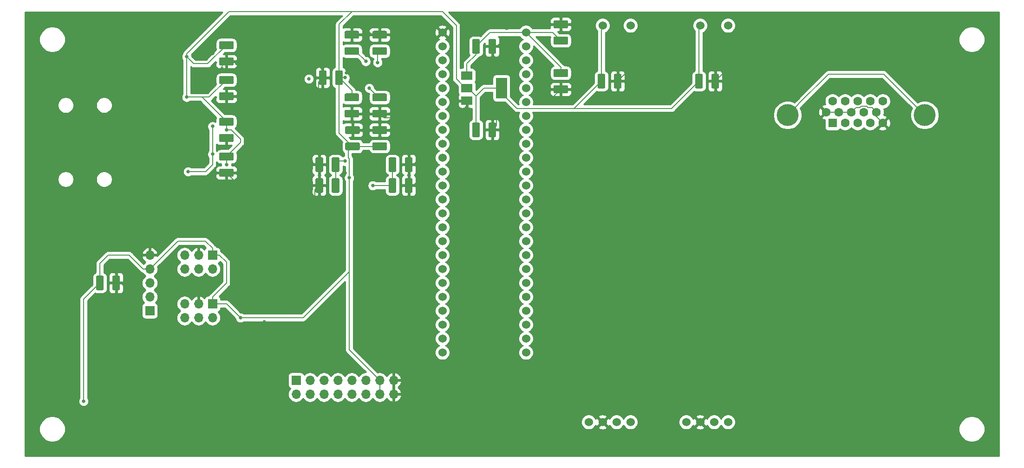
<source format=gbr>
G04 #@! TF.GenerationSoftware,KiCad,Pcbnew,(5.1.0)-1*
G04 #@! TF.CreationDate,2020-03-25T20:16:52-04:00*
G04 #@! TF.ProjectId,Bababooey,42616261-626f-46f6-9579-2e6b69636164,rev?*
G04 #@! TF.SameCoordinates,Original*
G04 #@! TF.FileFunction,Copper,L2,Bot*
G04 #@! TF.FilePolarity,Positive*
%FSLAX46Y46*%
G04 Gerber Fmt 4.6, Leading zero omitted, Abs format (unit mm)*
G04 Created by KiCad (PCBNEW (5.1.0)-1) date 2020-03-25 20:16:52*
%MOMM*%
%LPD*%
G04 APERTURE LIST*
%ADD10O,1.700000X1.700000*%
%ADD11R,1.700000X1.700000*%
%ADD12C,1.524000*%
%ADD13C,4.000000*%
%ADD14C,1.600000*%
%ADD15R,1.600000X1.600000*%
%ADD16C,0.100000*%
%ADD17C,1.425000*%
%ADD18R,2.000000X1.500000*%
%ADD19R,2.000000X3.800000*%
%ADD20C,0.660400*%
%ADD21C,0.203200*%
%ADD22C,0.254000*%
G04 APERTURE END LIST*
D10*
X123190000Y-82550000D03*
X123190000Y-80010000D03*
X120650000Y-82550000D03*
X120650000Y-80010000D03*
X118110000Y-82550000D03*
X118110000Y-80010000D03*
X115570000Y-82550000D03*
X115570000Y-80010000D03*
X113030000Y-82550000D03*
X113030000Y-80010000D03*
X110490000Y-82550000D03*
X110490000Y-80010000D03*
X107950000Y-82550000D03*
X107950000Y-80010000D03*
X105410000Y-82550000D03*
D11*
X105410000Y-80010000D03*
D10*
X85090000Y-59690000D03*
X85090000Y-57150000D03*
X87630000Y-59690000D03*
X87630000Y-57150000D03*
X90170000Y-59690000D03*
D11*
X90170000Y-57150000D03*
D10*
X78740000Y-57150000D03*
X78740000Y-59690000D03*
X78740000Y-62230000D03*
X78740000Y-64770000D03*
D11*
X78740000Y-67310000D03*
D12*
X184150000Y-15240000D03*
X184150000Y-87630000D03*
X181610000Y-87630000D03*
X179070000Y-15240000D03*
X179070000Y-87630000D03*
X176530000Y-87630000D03*
X166370000Y-15240000D03*
X166370000Y-87630000D03*
X163830000Y-87630000D03*
X161290000Y-15240000D03*
X161290000Y-87630000D03*
X158750000Y-87630000D03*
D13*
X195015000Y-31600000D03*
X220015000Y-31600000D03*
D14*
X212360000Y-29060000D03*
X210070000Y-29060000D03*
X207780000Y-29060000D03*
X205490000Y-29060000D03*
X203200000Y-29060000D03*
X211215000Y-31040000D03*
X208925000Y-31040000D03*
X206635000Y-31040000D03*
X204345000Y-31040000D03*
X202055000Y-31040000D03*
X212360000Y-33020000D03*
X210070000Y-33020000D03*
X207780000Y-33020000D03*
X205490000Y-33020000D03*
D15*
X203200000Y-33020000D03*
D10*
X85090000Y-68580000D03*
X85090000Y-66040000D03*
X87630000Y-68580000D03*
X87630000Y-66040000D03*
X90170000Y-68580000D03*
D11*
X90170000Y-66040000D03*
D16*
G36*
X182314504Y-24076204D02*
G01*
X182338773Y-24079804D01*
X182362571Y-24085765D01*
X182385671Y-24094030D01*
X182407849Y-24104520D01*
X182428893Y-24117133D01*
X182448598Y-24131747D01*
X182466777Y-24148223D01*
X182483253Y-24166402D01*
X182497867Y-24186107D01*
X182510480Y-24207151D01*
X182520970Y-24229329D01*
X182529235Y-24252429D01*
X182535196Y-24276227D01*
X182538796Y-24300496D01*
X182540000Y-24325000D01*
X182540000Y-26475000D01*
X182538796Y-26499504D01*
X182535196Y-26523773D01*
X182529235Y-26547571D01*
X182520970Y-26570671D01*
X182510480Y-26592849D01*
X182497867Y-26613893D01*
X182483253Y-26633598D01*
X182466777Y-26651777D01*
X182448598Y-26668253D01*
X182428893Y-26682867D01*
X182407849Y-26695480D01*
X182385671Y-26705970D01*
X182362571Y-26714235D01*
X182338773Y-26720196D01*
X182314504Y-26723796D01*
X182290000Y-26725000D01*
X181365000Y-26725000D01*
X181340496Y-26723796D01*
X181316227Y-26720196D01*
X181292429Y-26714235D01*
X181269329Y-26705970D01*
X181247151Y-26695480D01*
X181226107Y-26682867D01*
X181206402Y-26668253D01*
X181188223Y-26651777D01*
X181171747Y-26633598D01*
X181157133Y-26613893D01*
X181144520Y-26592849D01*
X181134030Y-26570671D01*
X181125765Y-26547571D01*
X181119804Y-26523773D01*
X181116204Y-26499504D01*
X181115000Y-26475000D01*
X181115000Y-24325000D01*
X181116204Y-24300496D01*
X181119804Y-24276227D01*
X181125765Y-24252429D01*
X181134030Y-24229329D01*
X181144520Y-24207151D01*
X181157133Y-24186107D01*
X181171747Y-24166402D01*
X181188223Y-24148223D01*
X181206402Y-24131747D01*
X181226107Y-24117133D01*
X181247151Y-24104520D01*
X181269329Y-24094030D01*
X181292429Y-24085765D01*
X181316227Y-24079804D01*
X181340496Y-24076204D01*
X181365000Y-24075000D01*
X182290000Y-24075000D01*
X182314504Y-24076204D01*
X182314504Y-24076204D01*
G37*
D17*
X181827500Y-25400000D03*
D16*
G36*
X179339504Y-24076204D02*
G01*
X179363773Y-24079804D01*
X179387571Y-24085765D01*
X179410671Y-24094030D01*
X179432849Y-24104520D01*
X179453893Y-24117133D01*
X179473598Y-24131747D01*
X179491777Y-24148223D01*
X179508253Y-24166402D01*
X179522867Y-24186107D01*
X179535480Y-24207151D01*
X179545970Y-24229329D01*
X179554235Y-24252429D01*
X179560196Y-24276227D01*
X179563796Y-24300496D01*
X179565000Y-24325000D01*
X179565000Y-26475000D01*
X179563796Y-26499504D01*
X179560196Y-26523773D01*
X179554235Y-26547571D01*
X179545970Y-26570671D01*
X179535480Y-26592849D01*
X179522867Y-26613893D01*
X179508253Y-26633598D01*
X179491777Y-26651777D01*
X179473598Y-26668253D01*
X179453893Y-26682867D01*
X179432849Y-26695480D01*
X179410671Y-26705970D01*
X179387571Y-26714235D01*
X179363773Y-26720196D01*
X179339504Y-26723796D01*
X179315000Y-26725000D01*
X178390000Y-26725000D01*
X178365496Y-26723796D01*
X178341227Y-26720196D01*
X178317429Y-26714235D01*
X178294329Y-26705970D01*
X178272151Y-26695480D01*
X178251107Y-26682867D01*
X178231402Y-26668253D01*
X178213223Y-26651777D01*
X178196747Y-26633598D01*
X178182133Y-26613893D01*
X178169520Y-26592849D01*
X178159030Y-26570671D01*
X178150765Y-26547571D01*
X178144804Y-26523773D01*
X178141204Y-26499504D01*
X178140000Y-26475000D01*
X178140000Y-24325000D01*
X178141204Y-24300496D01*
X178144804Y-24276227D01*
X178150765Y-24252429D01*
X178159030Y-24229329D01*
X178169520Y-24207151D01*
X178182133Y-24186107D01*
X178196747Y-24166402D01*
X178213223Y-24148223D01*
X178231402Y-24131747D01*
X178251107Y-24117133D01*
X178272151Y-24104520D01*
X178294329Y-24094030D01*
X178317429Y-24085765D01*
X178341227Y-24079804D01*
X178365496Y-24076204D01*
X178390000Y-24075000D01*
X179315000Y-24075000D01*
X179339504Y-24076204D01*
X179339504Y-24076204D01*
G37*
D17*
X178852500Y-25400000D03*
D16*
G36*
X164534504Y-24076204D02*
G01*
X164558773Y-24079804D01*
X164582571Y-24085765D01*
X164605671Y-24094030D01*
X164627849Y-24104520D01*
X164648893Y-24117133D01*
X164668598Y-24131747D01*
X164686777Y-24148223D01*
X164703253Y-24166402D01*
X164717867Y-24186107D01*
X164730480Y-24207151D01*
X164740970Y-24229329D01*
X164749235Y-24252429D01*
X164755196Y-24276227D01*
X164758796Y-24300496D01*
X164760000Y-24325000D01*
X164760000Y-26475000D01*
X164758796Y-26499504D01*
X164755196Y-26523773D01*
X164749235Y-26547571D01*
X164740970Y-26570671D01*
X164730480Y-26592849D01*
X164717867Y-26613893D01*
X164703253Y-26633598D01*
X164686777Y-26651777D01*
X164668598Y-26668253D01*
X164648893Y-26682867D01*
X164627849Y-26695480D01*
X164605671Y-26705970D01*
X164582571Y-26714235D01*
X164558773Y-26720196D01*
X164534504Y-26723796D01*
X164510000Y-26725000D01*
X163585000Y-26725000D01*
X163560496Y-26723796D01*
X163536227Y-26720196D01*
X163512429Y-26714235D01*
X163489329Y-26705970D01*
X163467151Y-26695480D01*
X163446107Y-26682867D01*
X163426402Y-26668253D01*
X163408223Y-26651777D01*
X163391747Y-26633598D01*
X163377133Y-26613893D01*
X163364520Y-26592849D01*
X163354030Y-26570671D01*
X163345765Y-26547571D01*
X163339804Y-26523773D01*
X163336204Y-26499504D01*
X163335000Y-26475000D01*
X163335000Y-24325000D01*
X163336204Y-24300496D01*
X163339804Y-24276227D01*
X163345765Y-24252429D01*
X163354030Y-24229329D01*
X163364520Y-24207151D01*
X163377133Y-24186107D01*
X163391747Y-24166402D01*
X163408223Y-24148223D01*
X163426402Y-24131747D01*
X163446107Y-24117133D01*
X163467151Y-24104520D01*
X163489329Y-24094030D01*
X163512429Y-24085765D01*
X163536227Y-24079804D01*
X163560496Y-24076204D01*
X163585000Y-24075000D01*
X164510000Y-24075000D01*
X164534504Y-24076204D01*
X164534504Y-24076204D01*
G37*
D17*
X164047500Y-25400000D03*
D16*
G36*
X161559504Y-24076204D02*
G01*
X161583773Y-24079804D01*
X161607571Y-24085765D01*
X161630671Y-24094030D01*
X161652849Y-24104520D01*
X161673893Y-24117133D01*
X161693598Y-24131747D01*
X161711777Y-24148223D01*
X161728253Y-24166402D01*
X161742867Y-24186107D01*
X161755480Y-24207151D01*
X161765970Y-24229329D01*
X161774235Y-24252429D01*
X161780196Y-24276227D01*
X161783796Y-24300496D01*
X161785000Y-24325000D01*
X161785000Y-26475000D01*
X161783796Y-26499504D01*
X161780196Y-26523773D01*
X161774235Y-26547571D01*
X161765970Y-26570671D01*
X161755480Y-26592849D01*
X161742867Y-26613893D01*
X161728253Y-26633598D01*
X161711777Y-26651777D01*
X161693598Y-26668253D01*
X161673893Y-26682867D01*
X161652849Y-26695480D01*
X161630671Y-26705970D01*
X161607571Y-26714235D01*
X161583773Y-26720196D01*
X161559504Y-26723796D01*
X161535000Y-26725000D01*
X160610000Y-26725000D01*
X160585496Y-26723796D01*
X160561227Y-26720196D01*
X160537429Y-26714235D01*
X160514329Y-26705970D01*
X160492151Y-26695480D01*
X160471107Y-26682867D01*
X160451402Y-26668253D01*
X160433223Y-26651777D01*
X160416747Y-26633598D01*
X160402133Y-26613893D01*
X160389520Y-26592849D01*
X160379030Y-26570671D01*
X160370765Y-26547571D01*
X160364804Y-26523773D01*
X160361204Y-26499504D01*
X160360000Y-26475000D01*
X160360000Y-24325000D01*
X160361204Y-24300496D01*
X160364804Y-24276227D01*
X160370765Y-24252429D01*
X160379030Y-24229329D01*
X160389520Y-24207151D01*
X160402133Y-24186107D01*
X160416747Y-24166402D01*
X160433223Y-24148223D01*
X160451402Y-24131747D01*
X160471107Y-24117133D01*
X160492151Y-24104520D01*
X160514329Y-24094030D01*
X160537429Y-24085765D01*
X160561227Y-24079804D01*
X160585496Y-24076204D01*
X160610000Y-24075000D01*
X161535000Y-24075000D01*
X161559504Y-24076204D01*
X161559504Y-24076204D01*
G37*
D17*
X161072500Y-25400000D03*
D16*
G36*
X73094504Y-60906204D02*
G01*
X73118773Y-60909804D01*
X73142571Y-60915765D01*
X73165671Y-60924030D01*
X73187849Y-60934520D01*
X73208893Y-60947133D01*
X73228598Y-60961747D01*
X73246777Y-60978223D01*
X73263253Y-60996402D01*
X73277867Y-61016107D01*
X73290480Y-61037151D01*
X73300970Y-61059329D01*
X73309235Y-61082429D01*
X73315196Y-61106227D01*
X73318796Y-61130496D01*
X73320000Y-61155000D01*
X73320000Y-63305000D01*
X73318796Y-63329504D01*
X73315196Y-63353773D01*
X73309235Y-63377571D01*
X73300970Y-63400671D01*
X73290480Y-63422849D01*
X73277867Y-63443893D01*
X73263253Y-63463598D01*
X73246777Y-63481777D01*
X73228598Y-63498253D01*
X73208893Y-63512867D01*
X73187849Y-63525480D01*
X73165671Y-63535970D01*
X73142571Y-63544235D01*
X73118773Y-63550196D01*
X73094504Y-63553796D01*
X73070000Y-63555000D01*
X72145000Y-63555000D01*
X72120496Y-63553796D01*
X72096227Y-63550196D01*
X72072429Y-63544235D01*
X72049329Y-63535970D01*
X72027151Y-63525480D01*
X72006107Y-63512867D01*
X71986402Y-63498253D01*
X71968223Y-63481777D01*
X71951747Y-63463598D01*
X71937133Y-63443893D01*
X71924520Y-63422849D01*
X71914030Y-63400671D01*
X71905765Y-63377571D01*
X71899804Y-63353773D01*
X71896204Y-63329504D01*
X71895000Y-63305000D01*
X71895000Y-61155000D01*
X71896204Y-61130496D01*
X71899804Y-61106227D01*
X71905765Y-61082429D01*
X71914030Y-61059329D01*
X71924520Y-61037151D01*
X71937133Y-61016107D01*
X71951747Y-60996402D01*
X71968223Y-60978223D01*
X71986402Y-60961747D01*
X72006107Y-60947133D01*
X72027151Y-60934520D01*
X72049329Y-60924030D01*
X72072429Y-60915765D01*
X72096227Y-60909804D01*
X72120496Y-60906204D01*
X72145000Y-60905000D01*
X73070000Y-60905000D01*
X73094504Y-60906204D01*
X73094504Y-60906204D01*
G37*
D17*
X72607500Y-62230000D03*
D16*
G36*
X70119504Y-60906204D02*
G01*
X70143773Y-60909804D01*
X70167571Y-60915765D01*
X70190671Y-60924030D01*
X70212849Y-60934520D01*
X70233893Y-60947133D01*
X70253598Y-60961747D01*
X70271777Y-60978223D01*
X70288253Y-60996402D01*
X70302867Y-61016107D01*
X70315480Y-61037151D01*
X70325970Y-61059329D01*
X70334235Y-61082429D01*
X70340196Y-61106227D01*
X70343796Y-61130496D01*
X70345000Y-61155000D01*
X70345000Y-63305000D01*
X70343796Y-63329504D01*
X70340196Y-63353773D01*
X70334235Y-63377571D01*
X70325970Y-63400671D01*
X70315480Y-63422849D01*
X70302867Y-63443893D01*
X70288253Y-63463598D01*
X70271777Y-63481777D01*
X70253598Y-63498253D01*
X70233893Y-63512867D01*
X70212849Y-63525480D01*
X70190671Y-63535970D01*
X70167571Y-63544235D01*
X70143773Y-63550196D01*
X70119504Y-63553796D01*
X70095000Y-63555000D01*
X69170000Y-63555000D01*
X69145496Y-63553796D01*
X69121227Y-63550196D01*
X69097429Y-63544235D01*
X69074329Y-63535970D01*
X69052151Y-63525480D01*
X69031107Y-63512867D01*
X69011402Y-63498253D01*
X68993223Y-63481777D01*
X68976747Y-63463598D01*
X68962133Y-63443893D01*
X68949520Y-63422849D01*
X68939030Y-63400671D01*
X68930765Y-63377571D01*
X68924804Y-63353773D01*
X68921204Y-63329504D01*
X68920000Y-63305000D01*
X68920000Y-61155000D01*
X68921204Y-61130496D01*
X68924804Y-61106227D01*
X68930765Y-61082429D01*
X68939030Y-61059329D01*
X68949520Y-61037151D01*
X68962133Y-61016107D01*
X68976747Y-60996402D01*
X68993223Y-60978223D01*
X69011402Y-60961747D01*
X69031107Y-60947133D01*
X69052151Y-60934520D01*
X69074329Y-60924030D01*
X69097429Y-60915765D01*
X69121227Y-60909804D01*
X69145496Y-60906204D01*
X69170000Y-60905000D01*
X70095000Y-60905000D01*
X70119504Y-60906204D01*
X70119504Y-60906204D01*
G37*
D17*
X69632500Y-62230000D03*
D16*
G36*
X121749504Y-33615204D02*
G01*
X121773773Y-33618804D01*
X121797571Y-33624765D01*
X121820671Y-33633030D01*
X121842849Y-33643520D01*
X121863893Y-33656133D01*
X121883598Y-33670747D01*
X121901777Y-33687223D01*
X121918253Y-33705402D01*
X121932867Y-33725107D01*
X121945480Y-33746151D01*
X121955970Y-33768329D01*
X121964235Y-33791429D01*
X121970196Y-33815227D01*
X121973796Y-33839496D01*
X121975000Y-33864000D01*
X121975000Y-34789000D01*
X121973796Y-34813504D01*
X121970196Y-34837773D01*
X121964235Y-34861571D01*
X121955970Y-34884671D01*
X121945480Y-34906849D01*
X121932867Y-34927893D01*
X121918253Y-34947598D01*
X121901777Y-34965777D01*
X121883598Y-34982253D01*
X121863893Y-34996867D01*
X121842849Y-35009480D01*
X121820671Y-35019970D01*
X121797571Y-35028235D01*
X121773773Y-35034196D01*
X121749504Y-35037796D01*
X121725000Y-35039000D01*
X119575000Y-35039000D01*
X119550496Y-35037796D01*
X119526227Y-35034196D01*
X119502429Y-35028235D01*
X119479329Y-35019970D01*
X119457151Y-35009480D01*
X119436107Y-34996867D01*
X119416402Y-34982253D01*
X119398223Y-34965777D01*
X119381747Y-34947598D01*
X119367133Y-34927893D01*
X119354520Y-34906849D01*
X119344030Y-34884671D01*
X119335765Y-34861571D01*
X119329804Y-34837773D01*
X119326204Y-34813504D01*
X119325000Y-34789000D01*
X119325000Y-33864000D01*
X119326204Y-33839496D01*
X119329804Y-33815227D01*
X119335765Y-33791429D01*
X119344030Y-33768329D01*
X119354520Y-33746151D01*
X119367133Y-33725107D01*
X119381747Y-33705402D01*
X119398223Y-33687223D01*
X119416402Y-33670747D01*
X119436107Y-33656133D01*
X119457151Y-33643520D01*
X119479329Y-33633030D01*
X119502429Y-33624765D01*
X119526227Y-33618804D01*
X119550496Y-33615204D01*
X119575000Y-33614000D01*
X121725000Y-33614000D01*
X121749504Y-33615204D01*
X121749504Y-33615204D01*
G37*
D17*
X120650000Y-34326500D03*
D16*
G36*
X121749504Y-36590204D02*
G01*
X121773773Y-36593804D01*
X121797571Y-36599765D01*
X121820671Y-36608030D01*
X121842849Y-36618520D01*
X121863893Y-36631133D01*
X121883598Y-36645747D01*
X121901777Y-36662223D01*
X121918253Y-36680402D01*
X121932867Y-36700107D01*
X121945480Y-36721151D01*
X121955970Y-36743329D01*
X121964235Y-36766429D01*
X121970196Y-36790227D01*
X121973796Y-36814496D01*
X121975000Y-36839000D01*
X121975000Y-37764000D01*
X121973796Y-37788504D01*
X121970196Y-37812773D01*
X121964235Y-37836571D01*
X121955970Y-37859671D01*
X121945480Y-37881849D01*
X121932867Y-37902893D01*
X121918253Y-37922598D01*
X121901777Y-37940777D01*
X121883598Y-37957253D01*
X121863893Y-37971867D01*
X121842849Y-37984480D01*
X121820671Y-37994970D01*
X121797571Y-38003235D01*
X121773773Y-38009196D01*
X121749504Y-38012796D01*
X121725000Y-38014000D01*
X119575000Y-38014000D01*
X119550496Y-38012796D01*
X119526227Y-38009196D01*
X119502429Y-38003235D01*
X119479329Y-37994970D01*
X119457151Y-37984480D01*
X119436107Y-37971867D01*
X119416402Y-37957253D01*
X119398223Y-37940777D01*
X119381747Y-37922598D01*
X119367133Y-37902893D01*
X119354520Y-37881849D01*
X119344030Y-37859671D01*
X119335765Y-37836571D01*
X119329804Y-37812773D01*
X119326204Y-37788504D01*
X119325000Y-37764000D01*
X119325000Y-36839000D01*
X119326204Y-36814496D01*
X119329804Y-36790227D01*
X119335765Y-36766429D01*
X119344030Y-36743329D01*
X119354520Y-36721151D01*
X119367133Y-36700107D01*
X119381747Y-36680402D01*
X119398223Y-36662223D01*
X119416402Y-36645747D01*
X119436107Y-36631133D01*
X119457151Y-36618520D01*
X119479329Y-36608030D01*
X119502429Y-36599765D01*
X119526227Y-36593804D01*
X119550496Y-36590204D01*
X119575000Y-36589000D01*
X121725000Y-36589000D01*
X121749504Y-36590204D01*
X121749504Y-36590204D01*
G37*
D17*
X120650000Y-37301500D03*
D16*
G36*
X110759504Y-23441204D02*
G01*
X110783773Y-23444804D01*
X110807571Y-23450765D01*
X110830671Y-23459030D01*
X110852849Y-23469520D01*
X110873893Y-23482133D01*
X110893598Y-23496747D01*
X110911777Y-23513223D01*
X110928253Y-23531402D01*
X110942867Y-23551107D01*
X110955480Y-23572151D01*
X110965970Y-23594329D01*
X110974235Y-23617429D01*
X110980196Y-23641227D01*
X110983796Y-23665496D01*
X110985000Y-23690000D01*
X110985000Y-25840000D01*
X110983796Y-25864504D01*
X110980196Y-25888773D01*
X110974235Y-25912571D01*
X110965970Y-25935671D01*
X110955480Y-25957849D01*
X110942867Y-25978893D01*
X110928253Y-25998598D01*
X110911777Y-26016777D01*
X110893598Y-26033253D01*
X110873893Y-26047867D01*
X110852849Y-26060480D01*
X110830671Y-26070970D01*
X110807571Y-26079235D01*
X110783773Y-26085196D01*
X110759504Y-26088796D01*
X110735000Y-26090000D01*
X109810000Y-26090000D01*
X109785496Y-26088796D01*
X109761227Y-26085196D01*
X109737429Y-26079235D01*
X109714329Y-26070970D01*
X109692151Y-26060480D01*
X109671107Y-26047867D01*
X109651402Y-26033253D01*
X109633223Y-26016777D01*
X109616747Y-25998598D01*
X109602133Y-25978893D01*
X109589520Y-25957849D01*
X109579030Y-25935671D01*
X109570765Y-25912571D01*
X109564804Y-25888773D01*
X109561204Y-25864504D01*
X109560000Y-25840000D01*
X109560000Y-23690000D01*
X109561204Y-23665496D01*
X109564804Y-23641227D01*
X109570765Y-23617429D01*
X109579030Y-23594329D01*
X109589520Y-23572151D01*
X109602133Y-23551107D01*
X109616747Y-23531402D01*
X109633223Y-23513223D01*
X109651402Y-23496747D01*
X109671107Y-23482133D01*
X109692151Y-23469520D01*
X109714329Y-23459030D01*
X109737429Y-23450765D01*
X109761227Y-23444804D01*
X109785496Y-23441204D01*
X109810000Y-23440000D01*
X110735000Y-23440000D01*
X110759504Y-23441204D01*
X110759504Y-23441204D01*
G37*
D17*
X110272500Y-24765000D03*
D16*
G36*
X113734504Y-23441204D02*
G01*
X113758773Y-23444804D01*
X113782571Y-23450765D01*
X113805671Y-23459030D01*
X113827849Y-23469520D01*
X113848893Y-23482133D01*
X113868598Y-23496747D01*
X113886777Y-23513223D01*
X113903253Y-23531402D01*
X113917867Y-23551107D01*
X113930480Y-23572151D01*
X113940970Y-23594329D01*
X113949235Y-23617429D01*
X113955196Y-23641227D01*
X113958796Y-23665496D01*
X113960000Y-23690000D01*
X113960000Y-25840000D01*
X113958796Y-25864504D01*
X113955196Y-25888773D01*
X113949235Y-25912571D01*
X113940970Y-25935671D01*
X113930480Y-25957849D01*
X113917867Y-25978893D01*
X113903253Y-25998598D01*
X113886777Y-26016777D01*
X113868598Y-26033253D01*
X113848893Y-26047867D01*
X113827849Y-26060480D01*
X113805671Y-26070970D01*
X113782571Y-26079235D01*
X113758773Y-26085196D01*
X113734504Y-26088796D01*
X113710000Y-26090000D01*
X112785000Y-26090000D01*
X112760496Y-26088796D01*
X112736227Y-26085196D01*
X112712429Y-26079235D01*
X112689329Y-26070970D01*
X112667151Y-26060480D01*
X112646107Y-26047867D01*
X112626402Y-26033253D01*
X112608223Y-26016777D01*
X112591747Y-25998598D01*
X112577133Y-25978893D01*
X112564520Y-25957849D01*
X112554030Y-25935671D01*
X112545765Y-25912571D01*
X112539804Y-25888773D01*
X112536204Y-25864504D01*
X112535000Y-25840000D01*
X112535000Y-23690000D01*
X112536204Y-23665496D01*
X112539804Y-23641227D01*
X112545765Y-23617429D01*
X112554030Y-23594329D01*
X112564520Y-23572151D01*
X112577133Y-23551107D01*
X112591747Y-23531402D01*
X112608223Y-23513223D01*
X112626402Y-23496747D01*
X112646107Y-23482133D01*
X112667151Y-23469520D01*
X112689329Y-23459030D01*
X112712429Y-23450765D01*
X112736227Y-23444804D01*
X112760496Y-23441204D01*
X112785000Y-23440000D01*
X113710000Y-23440000D01*
X113734504Y-23441204D01*
X113734504Y-23441204D01*
G37*
D17*
X113247500Y-24765000D03*
D16*
G36*
X116796504Y-33615204D02*
G01*
X116820773Y-33618804D01*
X116844571Y-33624765D01*
X116867671Y-33633030D01*
X116889849Y-33643520D01*
X116910893Y-33656133D01*
X116930598Y-33670747D01*
X116948777Y-33687223D01*
X116965253Y-33705402D01*
X116979867Y-33725107D01*
X116992480Y-33746151D01*
X117002970Y-33768329D01*
X117011235Y-33791429D01*
X117017196Y-33815227D01*
X117020796Y-33839496D01*
X117022000Y-33864000D01*
X117022000Y-34789000D01*
X117020796Y-34813504D01*
X117017196Y-34837773D01*
X117011235Y-34861571D01*
X117002970Y-34884671D01*
X116992480Y-34906849D01*
X116979867Y-34927893D01*
X116965253Y-34947598D01*
X116948777Y-34965777D01*
X116930598Y-34982253D01*
X116910893Y-34996867D01*
X116889849Y-35009480D01*
X116867671Y-35019970D01*
X116844571Y-35028235D01*
X116820773Y-35034196D01*
X116796504Y-35037796D01*
X116772000Y-35039000D01*
X114622000Y-35039000D01*
X114597496Y-35037796D01*
X114573227Y-35034196D01*
X114549429Y-35028235D01*
X114526329Y-35019970D01*
X114504151Y-35009480D01*
X114483107Y-34996867D01*
X114463402Y-34982253D01*
X114445223Y-34965777D01*
X114428747Y-34947598D01*
X114414133Y-34927893D01*
X114401520Y-34906849D01*
X114391030Y-34884671D01*
X114382765Y-34861571D01*
X114376804Y-34837773D01*
X114373204Y-34813504D01*
X114372000Y-34789000D01*
X114372000Y-33864000D01*
X114373204Y-33839496D01*
X114376804Y-33815227D01*
X114382765Y-33791429D01*
X114391030Y-33768329D01*
X114401520Y-33746151D01*
X114414133Y-33725107D01*
X114428747Y-33705402D01*
X114445223Y-33687223D01*
X114463402Y-33670747D01*
X114483107Y-33656133D01*
X114504151Y-33643520D01*
X114526329Y-33633030D01*
X114549429Y-33624765D01*
X114573227Y-33618804D01*
X114597496Y-33615204D01*
X114622000Y-33614000D01*
X116772000Y-33614000D01*
X116796504Y-33615204D01*
X116796504Y-33615204D01*
G37*
D17*
X115697000Y-34326500D03*
D16*
G36*
X116796504Y-36590204D02*
G01*
X116820773Y-36593804D01*
X116844571Y-36599765D01*
X116867671Y-36608030D01*
X116889849Y-36618520D01*
X116910893Y-36631133D01*
X116930598Y-36645747D01*
X116948777Y-36662223D01*
X116965253Y-36680402D01*
X116979867Y-36700107D01*
X116992480Y-36721151D01*
X117002970Y-36743329D01*
X117011235Y-36766429D01*
X117017196Y-36790227D01*
X117020796Y-36814496D01*
X117022000Y-36839000D01*
X117022000Y-37764000D01*
X117020796Y-37788504D01*
X117017196Y-37812773D01*
X117011235Y-37836571D01*
X117002970Y-37859671D01*
X116992480Y-37881849D01*
X116979867Y-37902893D01*
X116965253Y-37922598D01*
X116948777Y-37940777D01*
X116930598Y-37957253D01*
X116910893Y-37971867D01*
X116889849Y-37984480D01*
X116867671Y-37994970D01*
X116844571Y-38003235D01*
X116820773Y-38009196D01*
X116796504Y-38012796D01*
X116772000Y-38014000D01*
X114622000Y-38014000D01*
X114597496Y-38012796D01*
X114573227Y-38009196D01*
X114549429Y-38003235D01*
X114526329Y-37994970D01*
X114504151Y-37984480D01*
X114483107Y-37971867D01*
X114463402Y-37957253D01*
X114445223Y-37940777D01*
X114428747Y-37922598D01*
X114414133Y-37902893D01*
X114401520Y-37881849D01*
X114391030Y-37859671D01*
X114382765Y-37836571D01*
X114376804Y-37812773D01*
X114373204Y-37788504D01*
X114372000Y-37764000D01*
X114372000Y-36839000D01*
X114373204Y-36814496D01*
X114376804Y-36790227D01*
X114382765Y-36766429D01*
X114391030Y-36743329D01*
X114401520Y-36721151D01*
X114414133Y-36700107D01*
X114428747Y-36680402D01*
X114445223Y-36662223D01*
X114463402Y-36645747D01*
X114483107Y-36631133D01*
X114504151Y-36618520D01*
X114526329Y-36608030D01*
X114549429Y-36599765D01*
X114573227Y-36593804D01*
X114597496Y-36590204D01*
X114622000Y-36589000D01*
X116772000Y-36589000D01*
X116796504Y-36590204D01*
X116796504Y-36590204D01*
G37*
D17*
X115697000Y-37301500D03*
D16*
G36*
X116669504Y-30621204D02*
G01*
X116693773Y-30624804D01*
X116717571Y-30630765D01*
X116740671Y-30639030D01*
X116762849Y-30649520D01*
X116783893Y-30662133D01*
X116803598Y-30676747D01*
X116821777Y-30693223D01*
X116838253Y-30711402D01*
X116852867Y-30731107D01*
X116865480Y-30752151D01*
X116875970Y-30774329D01*
X116884235Y-30797429D01*
X116890196Y-30821227D01*
X116893796Y-30845496D01*
X116895000Y-30870000D01*
X116895000Y-31795000D01*
X116893796Y-31819504D01*
X116890196Y-31843773D01*
X116884235Y-31867571D01*
X116875970Y-31890671D01*
X116865480Y-31912849D01*
X116852867Y-31933893D01*
X116838253Y-31953598D01*
X116821777Y-31971777D01*
X116803598Y-31988253D01*
X116783893Y-32002867D01*
X116762849Y-32015480D01*
X116740671Y-32025970D01*
X116717571Y-32034235D01*
X116693773Y-32040196D01*
X116669504Y-32043796D01*
X116645000Y-32045000D01*
X114495000Y-32045000D01*
X114470496Y-32043796D01*
X114446227Y-32040196D01*
X114422429Y-32034235D01*
X114399329Y-32025970D01*
X114377151Y-32015480D01*
X114356107Y-32002867D01*
X114336402Y-31988253D01*
X114318223Y-31971777D01*
X114301747Y-31953598D01*
X114287133Y-31933893D01*
X114274520Y-31912849D01*
X114264030Y-31890671D01*
X114255765Y-31867571D01*
X114249804Y-31843773D01*
X114246204Y-31819504D01*
X114245000Y-31795000D01*
X114245000Y-30870000D01*
X114246204Y-30845496D01*
X114249804Y-30821227D01*
X114255765Y-30797429D01*
X114264030Y-30774329D01*
X114274520Y-30752151D01*
X114287133Y-30731107D01*
X114301747Y-30711402D01*
X114318223Y-30693223D01*
X114336402Y-30676747D01*
X114356107Y-30662133D01*
X114377151Y-30649520D01*
X114399329Y-30639030D01*
X114422429Y-30630765D01*
X114446227Y-30624804D01*
X114470496Y-30621204D01*
X114495000Y-30620000D01*
X116645000Y-30620000D01*
X116669504Y-30621204D01*
X116669504Y-30621204D01*
G37*
D17*
X115570000Y-31332500D03*
D16*
G36*
X116669504Y-27646204D02*
G01*
X116693773Y-27649804D01*
X116717571Y-27655765D01*
X116740671Y-27664030D01*
X116762849Y-27674520D01*
X116783893Y-27687133D01*
X116803598Y-27701747D01*
X116821777Y-27718223D01*
X116838253Y-27736402D01*
X116852867Y-27756107D01*
X116865480Y-27777151D01*
X116875970Y-27799329D01*
X116884235Y-27822429D01*
X116890196Y-27846227D01*
X116893796Y-27870496D01*
X116895000Y-27895000D01*
X116895000Y-28820000D01*
X116893796Y-28844504D01*
X116890196Y-28868773D01*
X116884235Y-28892571D01*
X116875970Y-28915671D01*
X116865480Y-28937849D01*
X116852867Y-28958893D01*
X116838253Y-28978598D01*
X116821777Y-28996777D01*
X116803598Y-29013253D01*
X116783893Y-29027867D01*
X116762849Y-29040480D01*
X116740671Y-29050970D01*
X116717571Y-29059235D01*
X116693773Y-29065196D01*
X116669504Y-29068796D01*
X116645000Y-29070000D01*
X114495000Y-29070000D01*
X114470496Y-29068796D01*
X114446227Y-29065196D01*
X114422429Y-29059235D01*
X114399329Y-29050970D01*
X114377151Y-29040480D01*
X114356107Y-29027867D01*
X114336402Y-29013253D01*
X114318223Y-28996777D01*
X114301747Y-28978598D01*
X114287133Y-28958893D01*
X114274520Y-28937849D01*
X114264030Y-28915671D01*
X114255765Y-28892571D01*
X114249804Y-28868773D01*
X114246204Y-28844504D01*
X114245000Y-28820000D01*
X114245000Y-27895000D01*
X114246204Y-27870496D01*
X114249804Y-27846227D01*
X114255765Y-27822429D01*
X114264030Y-27799329D01*
X114274520Y-27777151D01*
X114287133Y-27756107D01*
X114301747Y-27736402D01*
X114318223Y-27718223D01*
X114336402Y-27701747D01*
X114356107Y-27687133D01*
X114377151Y-27674520D01*
X114399329Y-27664030D01*
X114422429Y-27655765D01*
X114446227Y-27649804D01*
X114470496Y-27646204D01*
X114495000Y-27645000D01*
X116645000Y-27645000D01*
X116669504Y-27646204D01*
X116669504Y-27646204D01*
G37*
D17*
X115570000Y-28357500D03*
D16*
G36*
X93809504Y-27446204D02*
G01*
X93833773Y-27449804D01*
X93857571Y-27455765D01*
X93880671Y-27464030D01*
X93902849Y-27474520D01*
X93923893Y-27487133D01*
X93943598Y-27501747D01*
X93961777Y-27518223D01*
X93978253Y-27536402D01*
X93992867Y-27556107D01*
X94005480Y-27577151D01*
X94015970Y-27599329D01*
X94024235Y-27622429D01*
X94030196Y-27646227D01*
X94033796Y-27670496D01*
X94035000Y-27695000D01*
X94035000Y-28620000D01*
X94033796Y-28644504D01*
X94030196Y-28668773D01*
X94024235Y-28692571D01*
X94015970Y-28715671D01*
X94005480Y-28737849D01*
X93992867Y-28758893D01*
X93978253Y-28778598D01*
X93961777Y-28796777D01*
X93943598Y-28813253D01*
X93923893Y-28827867D01*
X93902849Y-28840480D01*
X93880671Y-28850970D01*
X93857571Y-28859235D01*
X93833773Y-28865196D01*
X93809504Y-28868796D01*
X93785000Y-28870000D01*
X91635000Y-28870000D01*
X91610496Y-28868796D01*
X91586227Y-28865196D01*
X91562429Y-28859235D01*
X91539329Y-28850970D01*
X91517151Y-28840480D01*
X91496107Y-28827867D01*
X91476402Y-28813253D01*
X91458223Y-28796777D01*
X91441747Y-28778598D01*
X91427133Y-28758893D01*
X91414520Y-28737849D01*
X91404030Y-28715671D01*
X91395765Y-28692571D01*
X91389804Y-28668773D01*
X91386204Y-28644504D01*
X91385000Y-28620000D01*
X91385000Y-27695000D01*
X91386204Y-27670496D01*
X91389804Y-27646227D01*
X91395765Y-27622429D01*
X91404030Y-27599329D01*
X91414520Y-27577151D01*
X91427133Y-27556107D01*
X91441747Y-27536402D01*
X91458223Y-27518223D01*
X91476402Y-27501747D01*
X91496107Y-27487133D01*
X91517151Y-27474520D01*
X91539329Y-27464030D01*
X91562429Y-27455765D01*
X91586227Y-27449804D01*
X91610496Y-27446204D01*
X91635000Y-27445000D01*
X93785000Y-27445000D01*
X93809504Y-27446204D01*
X93809504Y-27446204D01*
G37*
D17*
X92710000Y-28157500D03*
D16*
G36*
X93809504Y-24471204D02*
G01*
X93833773Y-24474804D01*
X93857571Y-24480765D01*
X93880671Y-24489030D01*
X93902849Y-24499520D01*
X93923893Y-24512133D01*
X93943598Y-24526747D01*
X93961777Y-24543223D01*
X93978253Y-24561402D01*
X93992867Y-24581107D01*
X94005480Y-24602151D01*
X94015970Y-24624329D01*
X94024235Y-24647429D01*
X94030196Y-24671227D01*
X94033796Y-24695496D01*
X94035000Y-24720000D01*
X94035000Y-25645000D01*
X94033796Y-25669504D01*
X94030196Y-25693773D01*
X94024235Y-25717571D01*
X94015970Y-25740671D01*
X94005480Y-25762849D01*
X93992867Y-25783893D01*
X93978253Y-25803598D01*
X93961777Y-25821777D01*
X93943598Y-25838253D01*
X93923893Y-25852867D01*
X93902849Y-25865480D01*
X93880671Y-25875970D01*
X93857571Y-25884235D01*
X93833773Y-25890196D01*
X93809504Y-25893796D01*
X93785000Y-25895000D01*
X91635000Y-25895000D01*
X91610496Y-25893796D01*
X91586227Y-25890196D01*
X91562429Y-25884235D01*
X91539329Y-25875970D01*
X91517151Y-25865480D01*
X91496107Y-25852867D01*
X91476402Y-25838253D01*
X91458223Y-25821777D01*
X91441747Y-25803598D01*
X91427133Y-25783893D01*
X91414520Y-25762849D01*
X91404030Y-25740671D01*
X91395765Y-25717571D01*
X91389804Y-25693773D01*
X91386204Y-25669504D01*
X91385000Y-25645000D01*
X91385000Y-24720000D01*
X91386204Y-24695496D01*
X91389804Y-24671227D01*
X91395765Y-24647429D01*
X91404030Y-24624329D01*
X91414520Y-24602151D01*
X91427133Y-24581107D01*
X91441747Y-24561402D01*
X91458223Y-24543223D01*
X91476402Y-24526747D01*
X91496107Y-24512133D01*
X91517151Y-24499520D01*
X91539329Y-24489030D01*
X91562429Y-24480765D01*
X91586227Y-24474804D01*
X91610496Y-24471204D01*
X91635000Y-24470000D01*
X93785000Y-24470000D01*
X93809504Y-24471204D01*
X93809504Y-24471204D01*
G37*
D17*
X92710000Y-25182500D03*
D16*
G36*
X126434504Y-39316204D02*
G01*
X126458773Y-39319804D01*
X126482571Y-39325765D01*
X126505671Y-39334030D01*
X126527849Y-39344520D01*
X126548893Y-39357133D01*
X126568598Y-39371747D01*
X126586777Y-39388223D01*
X126603253Y-39406402D01*
X126617867Y-39426107D01*
X126630480Y-39447151D01*
X126640970Y-39469329D01*
X126649235Y-39492429D01*
X126655196Y-39516227D01*
X126658796Y-39540496D01*
X126660000Y-39565000D01*
X126660000Y-41715000D01*
X126658796Y-41739504D01*
X126655196Y-41763773D01*
X126649235Y-41787571D01*
X126640970Y-41810671D01*
X126630480Y-41832849D01*
X126617867Y-41853893D01*
X126603253Y-41873598D01*
X126586777Y-41891777D01*
X126568598Y-41908253D01*
X126548893Y-41922867D01*
X126527849Y-41935480D01*
X126505671Y-41945970D01*
X126482571Y-41954235D01*
X126458773Y-41960196D01*
X126434504Y-41963796D01*
X126410000Y-41965000D01*
X125485000Y-41965000D01*
X125460496Y-41963796D01*
X125436227Y-41960196D01*
X125412429Y-41954235D01*
X125389329Y-41945970D01*
X125367151Y-41935480D01*
X125346107Y-41922867D01*
X125326402Y-41908253D01*
X125308223Y-41891777D01*
X125291747Y-41873598D01*
X125277133Y-41853893D01*
X125264520Y-41832849D01*
X125254030Y-41810671D01*
X125245765Y-41787571D01*
X125239804Y-41763773D01*
X125236204Y-41739504D01*
X125235000Y-41715000D01*
X125235000Y-39565000D01*
X125236204Y-39540496D01*
X125239804Y-39516227D01*
X125245765Y-39492429D01*
X125254030Y-39469329D01*
X125264520Y-39447151D01*
X125277133Y-39426107D01*
X125291747Y-39406402D01*
X125308223Y-39388223D01*
X125326402Y-39371747D01*
X125346107Y-39357133D01*
X125367151Y-39344520D01*
X125389329Y-39334030D01*
X125412429Y-39325765D01*
X125436227Y-39319804D01*
X125460496Y-39316204D01*
X125485000Y-39315000D01*
X126410000Y-39315000D01*
X126434504Y-39316204D01*
X126434504Y-39316204D01*
G37*
D17*
X125947500Y-40640000D03*
D16*
G36*
X123459504Y-39316204D02*
G01*
X123483773Y-39319804D01*
X123507571Y-39325765D01*
X123530671Y-39334030D01*
X123552849Y-39344520D01*
X123573893Y-39357133D01*
X123593598Y-39371747D01*
X123611777Y-39388223D01*
X123628253Y-39406402D01*
X123642867Y-39426107D01*
X123655480Y-39447151D01*
X123665970Y-39469329D01*
X123674235Y-39492429D01*
X123680196Y-39516227D01*
X123683796Y-39540496D01*
X123685000Y-39565000D01*
X123685000Y-41715000D01*
X123683796Y-41739504D01*
X123680196Y-41763773D01*
X123674235Y-41787571D01*
X123665970Y-41810671D01*
X123655480Y-41832849D01*
X123642867Y-41853893D01*
X123628253Y-41873598D01*
X123611777Y-41891777D01*
X123593598Y-41908253D01*
X123573893Y-41922867D01*
X123552849Y-41935480D01*
X123530671Y-41945970D01*
X123507571Y-41954235D01*
X123483773Y-41960196D01*
X123459504Y-41963796D01*
X123435000Y-41965000D01*
X122510000Y-41965000D01*
X122485496Y-41963796D01*
X122461227Y-41960196D01*
X122437429Y-41954235D01*
X122414329Y-41945970D01*
X122392151Y-41935480D01*
X122371107Y-41922867D01*
X122351402Y-41908253D01*
X122333223Y-41891777D01*
X122316747Y-41873598D01*
X122302133Y-41853893D01*
X122289520Y-41832849D01*
X122279030Y-41810671D01*
X122270765Y-41787571D01*
X122264804Y-41763773D01*
X122261204Y-41739504D01*
X122260000Y-41715000D01*
X122260000Y-39565000D01*
X122261204Y-39540496D01*
X122264804Y-39516227D01*
X122270765Y-39492429D01*
X122279030Y-39469329D01*
X122289520Y-39447151D01*
X122302133Y-39426107D01*
X122316747Y-39406402D01*
X122333223Y-39388223D01*
X122351402Y-39371747D01*
X122371107Y-39357133D01*
X122392151Y-39344520D01*
X122414329Y-39334030D01*
X122437429Y-39325765D01*
X122461227Y-39319804D01*
X122485496Y-39316204D01*
X122510000Y-39315000D01*
X123435000Y-39315000D01*
X123459504Y-39316204D01*
X123459504Y-39316204D01*
G37*
D17*
X122972500Y-40640000D03*
D16*
G36*
X93809504Y-21096204D02*
G01*
X93833773Y-21099804D01*
X93857571Y-21105765D01*
X93880671Y-21114030D01*
X93902849Y-21124520D01*
X93923893Y-21137133D01*
X93943598Y-21151747D01*
X93961777Y-21168223D01*
X93978253Y-21186402D01*
X93992867Y-21206107D01*
X94005480Y-21227151D01*
X94015970Y-21249329D01*
X94024235Y-21272429D01*
X94030196Y-21296227D01*
X94033796Y-21320496D01*
X94035000Y-21345000D01*
X94035000Y-22270000D01*
X94033796Y-22294504D01*
X94030196Y-22318773D01*
X94024235Y-22342571D01*
X94015970Y-22365671D01*
X94005480Y-22387849D01*
X93992867Y-22408893D01*
X93978253Y-22428598D01*
X93961777Y-22446777D01*
X93943598Y-22463253D01*
X93923893Y-22477867D01*
X93902849Y-22490480D01*
X93880671Y-22500970D01*
X93857571Y-22509235D01*
X93833773Y-22515196D01*
X93809504Y-22518796D01*
X93785000Y-22520000D01*
X91635000Y-22520000D01*
X91610496Y-22518796D01*
X91586227Y-22515196D01*
X91562429Y-22509235D01*
X91539329Y-22500970D01*
X91517151Y-22490480D01*
X91496107Y-22477867D01*
X91476402Y-22463253D01*
X91458223Y-22446777D01*
X91441747Y-22428598D01*
X91427133Y-22408893D01*
X91414520Y-22387849D01*
X91404030Y-22365671D01*
X91395765Y-22342571D01*
X91389804Y-22318773D01*
X91386204Y-22294504D01*
X91385000Y-22270000D01*
X91385000Y-21345000D01*
X91386204Y-21320496D01*
X91389804Y-21296227D01*
X91395765Y-21272429D01*
X91404030Y-21249329D01*
X91414520Y-21227151D01*
X91427133Y-21206107D01*
X91441747Y-21186402D01*
X91458223Y-21168223D01*
X91476402Y-21151747D01*
X91496107Y-21137133D01*
X91517151Y-21124520D01*
X91539329Y-21114030D01*
X91562429Y-21105765D01*
X91586227Y-21099804D01*
X91610496Y-21096204D01*
X91635000Y-21095000D01*
X93785000Y-21095000D01*
X93809504Y-21096204D01*
X93809504Y-21096204D01*
G37*
D17*
X92710000Y-21807500D03*
D16*
G36*
X93809504Y-18121204D02*
G01*
X93833773Y-18124804D01*
X93857571Y-18130765D01*
X93880671Y-18139030D01*
X93902849Y-18149520D01*
X93923893Y-18162133D01*
X93943598Y-18176747D01*
X93961777Y-18193223D01*
X93978253Y-18211402D01*
X93992867Y-18231107D01*
X94005480Y-18252151D01*
X94015970Y-18274329D01*
X94024235Y-18297429D01*
X94030196Y-18321227D01*
X94033796Y-18345496D01*
X94035000Y-18370000D01*
X94035000Y-19295000D01*
X94033796Y-19319504D01*
X94030196Y-19343773D01*
X94024235Y-19367571D01*
X94015970Y-19390671D01*
X94005480Y-19412849D01*
X93992867Y-19433893D01*
X93978253Y-19453598D01*
X93961777Y-19471777D01*
X93943598Y-19488253D01*
X93923893Y-19502867D01*
X93902849Y-19515480D01*
X93880671Y-19525970D01*
X93857571Y-19534235D01*
X93833773Y-19540196D01*
X93809504Y-19543796D01*
X93785000Y-19545000D01*
X91635000Y-19545000D01*
X91610496Y-19543796D01*
X91586227Y-19540196D01*
X91562429Y-19534235D01*
X91539329Y-19525970D01*
X91517151Y-19515480D01*
X91496107Y-19502867D01*
X91476402Y-19488253D01*
X91458223Y-19471777D01*
X91441747Y-19453598D01*
X91427133Y-19433893D01*
X91414520Y-19412849D01*
X91404030Y-19390671D01*
X91395765Y-19367571D01*
X91389804Y-19343773D01*
X91386204Y-19319504D01*
X91385000Y-19295000D01*
X91385000Y-18370000D01*
X91386204Y-18345496D01*
X91389804Y-18321227D01*
X91395765Y-18297429D01*
X91404030Y-18274329D01*
X91414520Y-18252151D01*
X91427133Y-18231107D01*
X91441747Y-18211402D01*
X91458223Y-18193223D01*
X91476402Y-18176747D01*
X91496107Y-18162133D01*
X91517151Y-18149520D01*
X91539329Y-18139030D01*
X91562429Y-18130765D01*
X91586227Y-18124804D01*
X91610496Y-18121204D01*
X91635000Y-18120000D01*
X93785000Y-18120000D01*
X93809504Y-18121204D01*
X93809504Y-18121204D01*
G37*
D17*
X92710000Y-18832500D03*
D16*
G36*
X121749504Y-30621204D02*
G01*
X121773773Y-30624804D01*
X121797571Y-30630765D01*
X121820671Y-30639030D01*
X121842849Y-30649520D01*
X121863893Y-30662133D01*
X121883598Y-30676747D01*
X121901777Y-30693223D01*
X121918253Y-30711402D01*
X121932867Y-30731107D01*
X121945480Y-30752151D01*
X121955970Y-30774329D01*
X121964235Y-30797429D01*
X121970196Y-30821227D01*
X121973796Y-30845496D01*
X121975000Y-30870000D01*
X121975000Y-31795000D01*
X121973796Y-31819504D01*
X121970196Y-31843773D01*
X121964235Y-31867571D01*
X121955970Y-31890671D01*
X121945480Y-31912849D01*
X121932867Y-31933893D01*
X121918253Y-31953598D01*
X121901777Y-31971777D01*
X121883598Y-31988253D01*
X121863893Y-32002867D01*
X121842849Y-32015480D01*
X121820671Y-32025970D01*
X121797571Y-32034235D01*
X121773773Y-32040196D01*
X121749504Y-32043796D01*
X121725000Y-32045000D01*
X119575000Y-32045000D01*
X119550496Y-32043796D01*
X119526227Y-32040196D01*
X119502429Y-32034235D01*
X119479329Y-32025970D01*
X119457151Y-32015480D01*
X119436107Y-32002867D01*
X119416402Y-31988253D01*
X119398223Y-31971777D01*
X119381747Y-31953598D01*
X119367133Y-31933893D01*
X119354520Y-31912849D01*
X119344030Y-31890671D01*
X119335765Y-31867571D01*
X119329804Y-31843773D01*
X119326204Y-31819504D01*
X119325000Y-31795000D01*
X119325000Y-30870000D01*
X119326204Y-30845496D01*
X119329804Y-30821227D01*
X119335765Y-30797429D01*
X119344030Y-30774329D01*
X119354520Y-30752151D01*
X119367133Y-30731107D01*
X119381747Y-30711402D01*
X119398223Y-30693223D01*
X119416402Y-30676747D01*
X119436107Y-30662133D01*
X119457151Y-30649520D01*
X119479329Y-30639030D01*
X119502429Y-30630765D01*
X119526227Y-30624804D01*
X119550496Y-30621204D01*
X119575000Y-30620000D01*
X121725000Y-30620000D01*
X121749504Y-30621204D01*
X121749504Y-30621204D01*
G37*
D17*
X120650000Y-31332500D03*
D16*
G36*
X121749504Y-27646204D02*
G01*
X121773773Y-27649804D01*
X121797571Y-27655765D01*
X121820671Y-27664030D01*
X121842849Y-27674520D01*
X121863893Y-27687133D01*
X121883598Y-27701747D01*
X121901777Y-27718223D01*
X121918253Y-27736402D01*
X121932867Y-27756107D01*
X121945480Y-27777151D01*
X121955970Y-27799329D01*
X121964235Y-27822429D01*
X121970196Y-27846227D01*
X121973796Y-27870496D01*
X121975000Y-27895000D01*
X121975000Y-28820000D01*
X121973796Y-28844504D01*
X121970196Y-28868773D01*
X121964235Y-28892571D01*
X121955970Y-28915671D01*
X121945480Y-28937849D01*
X121932867Y-28958893D01*
X121918253Y-28978598D01*
X121901777Y-28996777D01*
X121883598Y-29013253D01*
X121863893Y-29027867D01*
X121842849Y-29040480D01*
X121820671Y-29050970D01*
X121797571Y-29059235D01*
X121773773Y-29065196D01*
X121749504Y-29068796D01*
X121725000Y-29070000D01*
X119575000Y-29070000D01*
X119550496Y-29068796D01*
X119526227Y-29065196D01*
X119502429Y-29059235D01*
X119479329Y-29050970D01*
X119457151Y-29040480D01*
X119436107Y-29027867D01*
X119416402Y-29013253D01*
X119398223Y-28996777D01*
X119381747Y-28978598D01*
X119367133Y-28958893D01*
X119354520Y-28937849D01*
X119344030Y-28915671D01*
X119335765Y-28892571D01*
X119329804Y-28868773D01*
X119326204Y-28844504D01*
X119325000Y-28820000D01*
X119325000Y-27895000D01*
X119326204Y-27870496D01*
X119329804Y-27846227D01*
X119335765Y-27822429D01*
X119344030Y-27799329D01*
X119354520Y-27777151D01*
X119367133Y-27756107D01*
X119381747Y-27736402D01*
X119398223Y-27718223D01*
X119416402Y-27701747D01*
X119436107Y-27687133D01*
X119457151Y-27674520D01*
X119479329Y-27664030D01*
X119502429Y-27655765D01*
X119526227Y-27649804D01*
X119550496Y-27646204D01*
X119575000Y-27645000D01*
X121725000Y-27645000D01*
X121749504Y-27646204D01*
X121749504Y-27646204D01*
G37*
D17*
X120650000Y-28357500D03*
D16*
G36*
X126434504Y-43126204D02*
G01*
X126458773Y-43129804D01*
X126482571Y-43135765D01*
X126505671Y-43144030D01*
X126527849Y-43154520D01*
X126548893Y-43167133D01*
X126568598Y-43181747D01*
X126586777Y-43198223D01*
X126603253Y-43216402D01*
X126617867Y-43236107D01*
X126630480Y-43257151D01*
X126640970Y-43279329D01*
X126649235Y-43302429D01*
X126655196Y-43326227D01*
X126658796Y-43350496D01*
X126660000Y-43375000D01*
X126660000Y-45525000D01*
X126658796Y-45549504D01*
X126655196Y-45573773D01*
X126649235Y-45597571D01*
X126640970Y-45620671D01*
X126630480Y-45642849D01*
X126617867Y-45663893D01*
X126603253Y-45683598D01*
X126586777Y-45701777D01*
X126568598Y-45718253D01*
X126548893Y-45732867D01*
X126527849Y-45745480D01*
X126505671Y-45755970D01*
X126482571Y-45764235D01*
X126458773Y-45770196D01*
X126434504Y-45773796D01*
X126410000Y-45775000D01*
X125485000Y-45775000D01*
X125460496Y-45773796D01*
X125436227Y-45770196D01*
X125412429Y-45764235D01*
X125389329Y-45755970D01*
X125367151Y-45745480D01*
X125346107Y-45732867D01*
X125326402Y-45718253D01*
X125308223Y-45701777D01*
X125291747Y-45683598D01*
X125277133Y-45663893D01*
X125264520Y-45642849D01*
X125254030Y-45620671D01*
X125245765Y-45597571D01*
X125239804Y-45573773D01*
X125236204Y-45549504D01*
X125235000Y-45525000D01*
X125235000Y-43375000D01*
X125236204Y-43350496D01*
X125239804Y-43326227D01*
X125245765Y-43302429D01*
X125254030Y-43279329D01*
X125264520Y-43257151D01*
X125277133Y-43236107D01*
X125291747Y-43216402D01*
X125308223Y-43198223D01*
X125326402Y-43181747D01*
X125346107Y-43167133D01*
X125367151Y-43154520D01*
X125389329Y-43144030D01*
X125412429Y-43135765D01*
X125436227Y-43129804D01*
X125460496Y-43126204D01*
X125485000Y-43125000D01*
X126410000Y-43125000D01*
X126434504Y-43126204D01*
X126434504Y-43126204D01*
G37*
D17*
X125947500Y-44450000D03*
D16*
G36*
X123459504Y-43126204D02*
G01*
X123483773Y-43129804D01*
X123507571Y-43135765D01*
X123530671Y-43144030D01*
X123552849Y-43154520D01*
X123573893Y-43167133D01*
X123593598Y-43181747D01*
X123611777Y-43198223D01*
X123628253Y-43216402D01*
X123642867Y-43236107D01*
X123655480Y-43257151D01*
X123665970Y-43279329D01*
X123674235Y-43302429D01*
X123680196Y-43326227D01*
X123683796Y-43350496D01*
X123685000Y-43375000D01*
X123685000Y-45525000D01*
X123683796Y-45549504D01*
X123680196Y-45573773D01*
X123674235Y-45597571D01*
X123665970Y-45620671D01*
X123655480Y-45642849D01*
X123642867Y-45663893D01*
X123628253Y-45683598D01*
X123611777Y-45701777D01*
X123593598Y-45718253D01*
X123573893Y-45732867D01*
X123552849Y-45745480D01*
X123530671Y-45755970D01*
X123507571Y-45764235D01*
X123483773Y-45770196D01*
X123459504Y-45773796D01*
X123435000Y-45775000D01*
X122510000Y-45775000D01*
X122485496Y-45773796D01*
X122461227Y-45770196D01*
X122437429Y-45764235D01*
X122414329Y-45755970D01*
X122392151Y-45745480D01*
X122371107Y-45732867D01*
X122351402Y-45718253D01*
X122333223Y-45701777D01*
X122316747Y-45683598D01*
X122302133Y-45663893D01*
X122289520Y-45642849D01*
X122279030Y-45620671D01*
X122270765Y-45597571D01*
X122264804Y-45573773D01*
X122261204Y-45549504D01*
X122260000Y-45525000D01*
X122260000Y-43375000D01*
X122261204Y-43350496D01*
X122264804Y-43326227D01*
X122270765Y-43302429D01*
X122279030Y-43279329D01*
X122289520Y-43257151D01*
X122302133Y-43236107D01*
X122316747Y-43216402D01*
X122333223Y-43198223D01*
X122351402Y-43181747D01*
X122371107Y-43167133D01*
X122392151Y-43154520D01*
X122414329Y-43144030D01*
X122437429Y-43135765D01*
X122461227Y-43129804D01*
X122485496Y-43126204D01*
X122510000Y-43125000D01*
X123435000Y-43125000D01*
X123459504Y-43126204D01*
X123459504Y-43126204D01*
G37*
D17*
X122972500Y-44450000D03*
D16*
G36*
X93809504Y-41416204D02*
G01*
X93833773Y-41419804D01*
X93857571Y-41425765D01*
X93880671Y-41434030D01*
X93902849Y-41444520D01*
X93923893Y-41457133D01*
X93943598Y-41471747D01*
X93961777Y-41488223D01*
X93978253Y-41506402D01*
X93992867Y-41526107D01*
X94005480Y-41547151D01*
X94015970Y-41569329D01*
X94024235Y-41592429D01*
X94030196Y-41616227D01*
X94033796Y-41640496D01*
X94035000Y-41665000D01*
X94035000Y-42590000D01*
X94033796Y-42614504D01*
X94030196Y-42638773D01*
X94024235Y-42662571D01*
X94015970Y-42685671D01*
X94005480Y-42707849D01*
X93992867Y-42728893D01*
X93978253Y-42748598D01*
X93961777Y-42766777D01*
X93943598Y-42783253D01*
X93923893Y-42797867D01*
X93902849Y-42810480D01*
X93880671Y-42820970D01*
X93857571Y-42829235D01*
X93833773Y-42835196D01*
X93809504Y-42838796D01*
X93785000Y-42840000D01*
X91635000Y-42840000D01*
X91610496Y-42838796D01*
X91586227Y-42835196D01*
X91562429Y-42829235D01*
X91539329Y-42820970D01*
X91517151Y-42810480D01*
X91496107Y-42797867D01*
X91476402Y-42783253D01*
X91458223Y-42766777D01*
X91441747Y-42748598D01*
X91427133Y-42728893D01*
X91414520Y-42707849D01*
X91404030Y-42685671D01*
X91395765Y-42662571D01*
X91389804Y-42638773D01*
X91386204Y-42614504D01*
X91385000Y-42590000D01*
X91385000Y-41665000D01*
X91386204Y-41640496D01*
X91389804Y-41616227D01*
X91395765Y-41592429D01*
X91404030Y-41569329D01*
X91414520Y-41547151D01*
X91427133Y-41526107D01*
X91441747Y-41506402D01*
X91458223Y-41488223D01*
X91476402Y-41471747D01*
X91496107Y-41457133D01*
X91517151Y-41444520D01*
X91539329Y-41434030D01*
X91562429Y-41425765D01*
X91586227Y-41419804D01*
X91610496Y-41416204D01*
X91635000Y-41415000D01*
X93785000Y-41415000D01*
X93809504Y-41416204D01*
X93809504Y-41416204D01*
G37*
D17*
X92710000Y-42127500D03*
D16*
G36*
X93809504Y-38441204D02*
G01*
X93833773Y-38444804D01*
X93857571Y-38450765D01*
X93880671Y-38459030D01*
X93902849Y-38469520D01*
X93923893Y-38482133D01*
X93943598Y-38496747D01*
X93961777Y-38513223D01*
X93978253Y-38531402D01*
X93992867Y-38551107D01*
X94005480Y-38572151D01*
X94015970Y-38594329D01*
X94024235Y-38617429D01*
X94030196Y-38641227D01*
X94033796Y-38665496D01*
X94035000Y-38690000D01*
X94035000Y-39615000D01*
X94033796Y-39639504D01*
X94030196Y-39663773D01*
X94024235Y-39687571D01*
X94015970Y-39710671D01*
X94005480Y-39732849D01*
X93992867Y-39753893D01*
X93978253Y-39773598D01*
X93961777Y-39791777D01*
X93943598Y-39808253D01*
X93923893Y-39822867D01*
X93902849Y-39835480D01*
X93880671Y-39845970D01*
X93857571Y-39854235D01*
X93833773Y-39860196D01*
X93809504Y-39863796D01*
X93785000Y-39865000D01*
X91635000Y-39865000D01*
X91610496Y-39863796D01*
X91586227Y-39860196D01*
X91562429Y-39854235D01*
X91539329Y-39845970D01*
X91517151Y-39835480D01*
X91496107Y-39822867D01*
X91476402Y-39808253D01*
X91458223Y-39791777D01*
X91441747Y-39773598D01*
X91427133Y-39753893D01*
X91414520Y-39732849D01*
X91404030Y-39710671D01*
X91395765Y-39687571D01*
X91389804Y-39663773D01*
X91386204Y-39639504D01*
X91385000Y-39615000D01*
X91385000Y-38690000D01*
X91386204Y-38665496D01*
X91389804Y-38641227D01*
X91395765Y-38617429D01*
X91404030Y-38594329D01*
X91414520Y-38572151D01*
X91427133Y-38551107D01*
X91441747Y-38531402D01*
X91458223Y-38513223D01*
X91476402Y-38496747D01*
X91496107Y-38482133D01*
X91517151Y-38469520D01*
X91539329Y-38459030D01*
X91562429Y-38450765D01*
X91586227Y-38444804D01*
X91610496Y-38441204D01*
X91635000Y-38440000D01*
X93785000Y-38440000D01*
X93809504Y-38441204D01*
X93809504Y-38441204D01*
G37*
D17*
X92710000Y-39152500D03*
D16*
G36*
X121749504Y-16216204D02*
G01*
X121773773Y-16219804D01*
X121797571Y-16225765D01*
X121820671Y-16234030D01*
X121842849Y-16244520D01*
X121863893Y-16257133D01*
X121883598Y-16271747D01*
X121901777Y-16288223D01*
X121918253Y-16306402D01*
X121932867Y-16326107D01*
X121945480Y-16347151D01*
X121955970Y-16369329D01*
X121964235Y-16392429D01*
X121970196Y-16416227D01*
X121973796Y-16440496D01*
X121975000Y-16465000D01*
X121975000Y-17390000D01*
X121973796Y-17414504D01*
X121970196Y-17438773D01*
X121964235Y-17462571D01*
X121955970Y-17485671D01*
X121945480Y-17507849D01*
X121932867Y-17528893D01*
X121918253Y-17548598D01*
X121901777Y-17566777D01*
X121883598Y-17583253D01*
X121863893Y-17597867D01*
X121842849Y-17610480D01*
X121820671Y-17620970D01*
X121797571Y-17629235D01*
X121773773Y-17635196D01*
X121749504Y-17638796D01*
X121725000Y-17640000D01*
X119575000Y-17640000D01*
X119550496Y-17638796D01*
X119526227Y-17635196D01*
X119502429Y-17629235D01*
X119479329Y-17620970D01*
X119457151Y-17610480D01*
X119436107Y-17597867D01*
X119416402Y-17583253D01*
X119398223Y-17566777D01*
X119381747Y-17548598D01*
X119367133Y-17528893D01*
X119354520Y-17507849D01*
X119344030Y-17485671D01*
X119335765Y-17462571D01*
X119329804Y-17438773D01*
X119326204Y-17414504D01*
X119325000Y-17390000D01*
X119325000Y-16465000D01*
X119326204Y-16440496D01*
X119329804Y-16416227D01*
X119335765Y-16392429D01*
X119344030Y-16369329D01*
X119354520Y-16347151D01*
X119367133Y-16326107D01*
X119381747Y-16306402D01*
X119398223Y-16288223D01*
X119416402Y-16271747D01*
X119436107Y-16257133D01*
X119457151Y-16244520D01*
X119479329Y-16234030D01*
X119502429Y-16225765D01*
X119526227Y-16219804D01*
X119550496Y-16216204D01*
X119575000Y-16215000D01*
X121725000Y-16215000D01*
X121749504Y-16216204D01*
X121749504Y-16216204D01*
G37*
D17*
X120650000Y-16927500D03*
D16*
G36*
X121749504Y-19191204D02*
G01*
X121773773Y-19194804D01*
X121797571Y-19200765D01*
X121820671Y-19209030D01*
X121842849Y-19219520D01*
X121863893Y-19232133D01*
X121883598Y-19246747D01*
X121901777Y-19263223D01*
X121918253Y-19281402D01*
X121932867Y-19301107D01*
X121945480Y-19322151D01*
X121955970Y-19344329D01*
X121964235Y-19367429D01*
X121970196Y-19391227D01*
X121973796Y-19415496D01*
X121975000Y-19440000D01*
X121975000Y-20365000D01*
X121973796Y-20389504D01*
X121970196Y-20413773D01*
X121964235Y-20437571D01*
X121955970Y-20460671D01*
X121945480Y-20482849D01*
X121932867Y-20503893D01*
X121918253Y-20523598D01*
X121901777Y-20541777D01*
X121883598Y-20558253D01*
X121863893Y-20572867D01*
X121842849Y-20585480D01*
X121820671Y-20595970D01*
X121797571Y-20604235D01*
X121773773Y-20610196D01*
X121749504Y-20613796D01*
X121725000Y-20615000D01*
X119575000Y-20615000D01*
X119550496Y-20613796D01*
X119526227Y-20610196D01*
X119502429Y-20604235D01*
X119479329Y-20595970D01*
X119457151Y-20585480D01*
X119436107Y-20572867D01*
X119416402Y-20558253D01*
X119398223Y-20541777D01*
X119381747Y-20523598D01*
X119367133Y-20503893D01*
X119354520Y-20482849D01*
X119344030Y-20460671D01*
X119335765Y-20437571D01*
X119329804Y-20413773D01*
X119326204Y-20389504D01*
X119325000Y-20365000D01*
X119325000Y-19440000D01*
X119326204Y-19415496D01*
X119329804Y-19391227D01*
X119335765Y-19367429D01*
X119344030Y-19344329D01*
X119354520Y-19322151D01*
X119367133Y-19301107D01*
X119381747Y-19281402D01*
X119398223Y-19263223D01*
X119416402Y-19246747D01*
X119436107Y-19232133D01*
X119457151Y-19219520D01*
X119479329Y-19209030D01*
X119502429Y-19200765D01*
X119526227Y-19194804D01*
X119550496Y-19191204D01*
X119575000Y-19190000D01*
X121725000Y-19190000D01*
X121749504Y-19191204D01*
X121749504Y-19191204D01*
G37*
D17*
X120650000Y-19902500D03*
D16*
G36*
X110124504Y-39316204D02*
G01*
X110148773Y-39319804D01*
X110172571Y-39325765D01*
X110195671Y-39334030D01*
X110217849Y-39344520D01*
X110238893Y-39357133D01*
X110258598Y-39371747D01*
X110276777Y-39388223D01*
X110293253Y-39406402D01*
X110307867Y-39426107D01*
X110320480Y-39447151D01*
X110330970Y-39469329D01*
X110339235Y-39492429D01*
X110345196Y-39516227D01*
X110348796Y-39540496D01*
X110350000Y-39565000D01*
X110350000Y-41715000D01*
X110348796Y-41739504D01*
X110345196Y-41763773D01*
X110339235Y-41787571D01*
X110330970Y-41810671D01*
X110320480Y-41832849D01*
X110307867Y-41853893D01*
X110293253Y-41873598D01*
X110276777Y-41891777D01*
X110258598Y-41908253D01*
X110238893Y-41922867D01*
X110217849Y-41935480D01*
X110195671Y-41945970D01*
X110172571Y-41954235D01*
X110148773Y-41960196D01*
X110124504Y-41963796D01*
X110100000Y-41965000D01*
X109175000Y-41965000D01*
X109150496Y-41963796D01*
X109126227Y-41960196D01*
X109102429Y-41954235D01*
X109079329Y-41945970D01*
X109057151Y-41935480D01*
X109036107Y-41922867D01*
X109016402Y-41908253D01*
X108998223Y-41891777D01*
X108981747Y-41873598D01*
X108967133Y-41853893D01*
X108954520Y-41832849D01*
X108944030Y-41810671D01*
X108935765Y-41787571D01*
X108929804Y-41763773D01*
X108926204Y-41739504D01*
X108925000Y-41715000D01*
X108925000Y-39565000D01*
X108926204Y-39540496D01*
X108929804Y-39516227D01*
X108935765Y-39492429D01*
X108944030Y-39469329D01*
X108954520Y-39447151D01*
X108967133Y-39426107D01*
X108981747Y-39406402D01*
X108998223Y-39388223D01*
X109016402Y-39371747D01*
X109036107Y-39357133D01*
X109057151Y-39344520D01*
X109079329Y-39334030D01*
X109102429Y-39325765D01*
X109126227Y-39319804D01*
X109150496Y-39316204D01*
X109175000Y-39315000D01*
X110100000Y-39315000D01*
X110124504Y-39316204D01*
X110124504Y-39316204D01*
G37*
D17*
X109637500Y-40640000D03*
D16*
G36*
X113099504Y-39316204D02*
G01*
X113123773Y-39319804D01*
X113147571Y-39325765D01*
X113170671Y-39334030D01*
X113192849Y-39344520D01*
X113213893Y-39357133D01*
X113233598Y-39371747D01*
X113251777Y-39388223D01*
X113268253Y-39406402D01*
X113282867Y-39426107D01*
X113295480Y-39447151D01*
X113305970Y-39469329D01*
X113314235Y-39492429D01*
X113320196Y-39516227D01*
X113323796Y-39540496D01*
X113325000Y-39565000D01*
X113325000Y-41715000D01*
X113323796Y-41739504D01*
X113320196Y-41763773D01*
X113314235Y-41787571D01*
X113305970Y-41810671D01*
X113295480Y-41832849D01*
X113282867Y-41853893D01*
X113268253Y-41873598D01*
X113251777Y-41891777D01*
X113233598Y-41908253D01*
X113213893Y-41922867D01*
X113192849Y-41935480D01*
X113170671Y-41945970D01*
X113147571Y-41954235D01*
X113123773Y-41960196D01*
X113099504Y-41963796D01*
X113075000Y-41965000D01*
X112150000Y-41965000D01*
X112125496Y-41963796D01*
X112101227Y-41960196D01*
X112077429Y-41954235D01*
X112054329Y-41945970D01*
X112032151Y-41935480D01*
X112011107Y-41922867D01*
X111991402Y-41908253D01*
X111973223Y-41891777D01*
X111956747Y-41873598D01*
X111942133Y-41853893D01*
X111929520Y-41832849D01*
X111919030Y-41810671D01*
X111910765Y-41787571D01*
X111904804Y-41763773D01*
X111901204Y-41739504D01*
X111900000Y-41715000D01*
X111900000Y-39565000D01*
X111901204Y-39540496D01*
X111904804Y-39516227D01*
X111910765Y-39492429D01*
X111919030Y-39469329D01*
X111929520Y-39447151D01*
X111942133Y-39426107D01*
X111956747Y-39406402D01*
X111973223Y-39388223D01*
X111991402Y-39371747D01*
X112011107Y-39357133D01*
X112032151Y-39344520D01*
X112054329Y-39334030D01*
X112077429Y-39325765D01*
X112101227Y-39319804D01*
X112125496Y-39316204D01*
X112150000Y-39315000D01*
X113075000Y-39315000D01*
X113099504Y-39316204D01*
X113099504Y-39316204D01*
G37*
D17*
X112612500Y-40640000D03*
D16*
G36*
X93809504Y-35066204D02*
G01*
X93833773Y-35069804D01*
X93857571Y-35075765D01*
X93880671Y-35084030D01*
X93902849Y-35094520D01*
X93923893Y-35107133D01*
X93943598Y-35121747D01*
X93961777Y-35138223D01*
X93978253Y-35156402D01*
X93992867Y-35176107D01*
X94005480Y-35197151D01*
X94015970Y-35219329D01*
X94024235Y-35242429D01*
X94030196Y-35266227D01*
X94033796Y-35290496D01*
X94035000Y-35315000D01*
X94035000Y-36240000D01*
X94033796Y-36264504D01*
X94030196Y-36288773D01*
X94024235Y-36312571D01*
X94015970Y-36335671D01*
X94005480Y-36357849D01*
X93992867Y-36378893D01*
X93978253Y-36398598D01*
X93961777Y-36416777D01*
X93943598Y-36433253D01*
X93923893Y-36447867D01*
X93902849Y-36460480D01*
X93880671Y-36470970D01*
X93857571Y-36479235D01*
X93833773Y-36485196D01*
X93809504Y-36488796D01*
X93785000Y-36490000D01*
X91635000Y-36490000D01*
X91610496Y-36488796D01*
X91586227Y-36485196D01*
X91562429Y-36479235D01*
X91539329Y-36470970D01*
X91517151Y-36460480D01*
X91496107Y-36447867D01*
X91476402Y-36433253D01*
X91458223Y-36416777D01*
X91441747Y-36398598D01*
X91427133Y-36378893D01*
X91414520Y-36357849D01*
X91404030Y-36335671D01*
X91395765Y-36312571D01*
X91389804Y-36288773D01*
X91386204Y-36264504D01*
X91385000Y-36240000D01*
X91385000Y-35315000D01*
X91386204Y-35290496D01*
X91389804Y-35266227D01*
X91395765Y-35242429D01*
X91404030Y-35219329D01*
X91414520Y-35197151D01*
X91427133Y-35176107D01*
X91441747Y-35156402D01*
X91458223Y-35138223D01*
X91476402Y-35121747D01*
X91496107Y-35107133D01*
X91517151Y-35094520D01*
X91539329Y-35084030D01*
X91562429Y-35075765D01*
X91586227Y-35069804D01*
X91610496Y-35066204D01*
X91635000Y-35065000D01*
X93785000Y-35065000D01*
X93809504Y-35066204D01*
X93809504Y-35066204D01*
G37*
D17*
X92710000Y-35777500D03*
D16*
G36*
X93809504Y-32091204D02*
G01*
X93833773Y-32094804D01*
X93857571Y-32100765D01*
X93880671Y-32109030D01*
X93902849Y-32119520D01*
X93923893Y-32132133D01*
X93943598Y-32146747D01*
X93961777Y-32163223D01*
X93978253Y-32181402D01*
X93992867Y-32201107D01*
X94005480Y-32222151D01*
X94015970Y-32244329D01*
X94024235Y-32267429D01*
X94030196Y-32291227D01*
X94033796Y-32315496D01*
X94035000Y-32340000D01*
X94035000Y-33265000D01*
X94033796Y-33289504D01*
X94030196Y-33313773D01*
X94024235Y-33337571D01*
X94015970Y-33360671D01*
X94005480Y-33382849D01*
X93992867Y-33403893D01*
X93978253Y-33423598D01*
X93961777Y-33441777D01*
X93943598Y-33458253D01*
X93923893Y-33472867D01*
X93902849Y-33485480D01*
X93880671Y-33495970D01*
X93857571Y-33504235D01*
X93833773Y-33510196D01*
X93809504Y-33513796D01*
X93785000Y-33515000D01*
X91635000Y-33515000D01*
X91610496Y-33513796D01*
X91586227Y-33510196D01*
X91562429Y-33504235D01*
X91539329Y-33495970D01*
X91517151Y-33485480D01*
X91496107Y-33472867D01*
X91476402Y-33458253D01*
X91458223Y-33441777D01*
X91441747Y-33423598D01*
X91427133Y-33403893D01*
X91414520Y-33382849D01*
X91404030Y-33360671D01*
X91395765Y-33337571D01*
X91389804Y-33313773D01*
X91386204Y-33289504D01*
X91385000Y-33265000D01*
X91385000Y-32340000D01*
X91386204Y-32315496D01*
X91389804Y-32291227D01*
X91395765Y-32267429D01*
X91404030Y-32244329D01*
X91414520Y-32222151D01*
X91427133Y-32201107D01*
X91441747Y-32181402D01*
X91458223Y-32163223D01*
X91476402Y-32146747D01*
X91496107Y-32132133D01*
X91517151Y-32119520D01*
X91539329Y-32109030D01*
X91562429Y-32100765D01*
X91586227Y-32094804D01*
X91610496Y-32091204D01*
X91635000Y-32090000D01*
X93785000Y-32090000D01*
X93809504Y-32091204D01*
X93809504Y-32091204D01*
G37*
D17*
X92710000Y-32802500D03*
D16*
G36*
X116669504Y-16216204D02*
G01*
X116693773Y-16219804D01*
X116717571Y-16225765D01*
X116740671Y-16234030D01*
X116762849Y-16244520D01*
X116783893Y-16257133D01*
X116803598Y-16271747D01*
X116821777Y-16288223D01*
X116838253Y-16306402D01*
X116852867Y-16326107D01*
X116865480Y-16347151D01*
X116875970Y-16369329D01*
X116884235Y-16392429D01*
X116890196Y-16416227D01*
X116893796Y-16440496D01*
X116895000Y-16465000D01*
X116895000Y-17390000D01*
X116893796Y-17414504D01*
X116890196Y-17438773D01*
X116884235Y-17462571D01*
X116875970Y-17485671D01*
X116865480Y-17507849D01*
X116852867Y-17528893D01*
X116838253Y-17548598D01*
X116821777Y-17566777D01*
X116803598Y-17583253D01*
X116783893Y-17597867D01*
X116762849Y-17610480D01*
X116740671Y-17620970D01*
X116717571Y-17629235D01*
X116693773Y-17635196D01*
X116669504Y-17638796D01*
X116645000Y-17640000D01*
X114495000Y-17640000D01*
X114470496Y-17638796D01*
X114446227Y-17635196D01*
X114422429Y-17629235D01*
X114399329Y-17620970D01*
X114377151Y-17610480D01*
X114356107Y-17597867D01*
X114336402Y-17583253D01*
X114318223Y-17566777D01*
X114301747Y-17548598D01*
X114287133Y-17528893D01*
X114274520Y-17507849D01*
X114264030Y-17485671D01*
X114255765Y-17462571D01*
X114249804Y-17438773D01*
X114246204Y-17414504D01*
X114245000Y-17390000D01*
X114245000Y-16465000D01*
X114246204Y-16440496D01*
X114249804Y-16416227D01*
X114255765Y-16392429D01*
X114264030Y-16369329D01*
X114274520Y-16347151D01*
X114287133Y-16326107D01*
X114301747Y-16306402D01*
X114318223Y-16288223D01*
X114336402Y-16271747D01*
X114356107Y-16257133D01*
X114377151Y-16244520D01*
X114399329Y-16234030D01*
X114422429Y-16225765D01*
X114446227Y-16219804D01*
X114470496Y-16216204D01*
X114495000Y-16215000D01*
X116645000Y-16215000D01*
X116669504Y-16216204D01*
X116669504Y-16216204D01*
G37*
D17*
X115570000Y-16927500D03*
D16*
G36*
X116669504Y-19191204D02*
G01*
X116693773Y-19194804D01*
X116717571Y-19200765D01*
X116740671Y-19209030D01*
X116762849Y-19219520D01*
X116783893Y-19232133D01*
X116803598Y-19246747D01*
X116821777Y-19263223D01*
X116838253Y-19281402D01*
X116852867Y-19301107D01*
X116865480Y-19322151D01*
X116875970Y-19344329D01*
X116884235Y-19367429D01*
X116890196Y-19391227D01*
X116893796Y-19415496D01*
X116895000Y-19440000D01*
X116895000Y-20365000D01*
X116893796Y-20389504D01*
X116890196Y-20413773D01*
X116884235Y-20437571D01*
X116875970Y-20460671D01*
X116865480Y-20482849D01*
X116852867Y-20503893D01*
X116838253Y-20523598D01*
X116821777Y-20541777D01*
X116803598Y-20558253D01*
X116783893Y-20572867D01*
X116762849Y-20585480D01*
X116740671Y-20595970D01*
X116717571Y-20604235D01*
X116693773Y-20610196D01*
X116669504Y-20613796D01*
X116645000Y-20615000D01*
X114495000Y-20615000D01*
X114470496Y-20613796D01*
X114446227Y-20610196D01*
X114422429Y-20604235D01*
X114399329Y-20595970D01*
X114377151Y-20585480D01*
X114356107Y-20572867D01*
X114336402Y-20558253D01*
X114318223Y-20541777D01*
X114301747Y-20523598D01*
X114287133Y-20503893D01*
X114274520Y-20482849D01*
X114264030Y-20460671D01*
X114255765Y-20437571D01*
X114249804Y-20413773D01*
X114246204Y-20389504D01*
X114245000Y-20365000D01*
X114245000Y-19440000D01*
X114246204Y-19415496D01*
X114249804Y-19391227D01*
X114255765Y-19367429D01*
X114264030Y-19344329D01*
X114274520Y-19322151D01*
X114287133Y-19301107D01*
X114301747Y-19281402D01*
X114318223Y-19263223D01*
X114336402Y-19246747D01*
X114356107Y-19232133D01*
X114377151Y-19219520D01*
X114399329Y-19209030D01*
X114422429Y-19200765D01*
X114446227Y-19194804D01*
X114470496Y-19191204D01*
X114495000Y-19190000D01*
X116645000Y-19190000D01*
X116669504Y-19191204D01*
X116669504Y-19191204D01*
G37*
D17*
X115570000Y-19902500D03*
D16*
G36*
X110124504Y-43126204D02*
G01*
X110148773Y-43129804D01*
X110172571Y-43135765D01*
X110195671Y-43144030D01*
X110217849Y-43154520D01*
X110238893Y-43167133D01*
X110258598Y-43181747D01*
X110276777Y-43198223D01*
X110293253Y-43216402D01*
X110307867Y-43236107D01*
X110320480Y-43257151D01*
X110330970Y-43279329D01*
X110339235Y-43302429D01*
X110345196Y-43326227D01*
X110348796Y-43350496D01*
X110350000Y-43375000D01*
X110350000Y-45525000D01*
X110348796Y-45549504D01*
X110345196Y-45573773D01*
X110339235Y-45597571D01*
X110330970Y-45620671D01*
X110320480Y-45642849D01*
X110307867Y-45663893D01*
X110293253Y-45683598D01*
X110276777Y-45701777D01*
X110258598Y-45718253D01*
X110238893Y-45732867D01*
X110217849Y-45745480D01*
X110195671Y-45755970D01*
X110172571Y-45764235D01*
X110148773Y-45770196D01*
X110124504Y-45773796D01*
X110100000Y-45775000D01*
X109175000Y-45775000D01*
X109150496Y-45773796D01*
X109126227Y-45770196D01*
X109102429Y-45764235D01*
X109079329Y-45755970D01*
X109057151Y-45745480D01*
X109036107Y-45732867D01*
X109016402Y-45718253D01*
X108998223Y-45701777D01*
X108981747Y-45683598D01*
X108967133Y-45663893D01*
X108954520Y-45642849D01*
X108944030Y-45620671D01*
X108935765Y-45597571D01*
X108929804Y-45573773D01*
X108926204Y-45549504D01*
X108925000Y-45525000D01*
X108925000Y-43375000D01*
X108926204Y-43350496D01*
X108929804Y-43326227D01*
X108935765Y-43302429D01*
X108944030Y-43279329D01*
X108954520Y-43257151D01*
X108967133Y-43236107D01*
X108981747Y-43216402D01*
X108998223Y-43198223D01*
X109016402Y-43181747D01*
X109036107Y-43167133D01*
X109057151Y-43154520D01*
X109079329Y-43144030D01*
X109102429Y-43135765D01*
X109126227Y-43129804D01*
X109150496Y-43126204D01*
X109175000Y-43125000D01*
X110100000Y-43125000D01*
X110124504Y-43126204D01*
X110124504Y-43126204D01*
G37*
D17*
X109637500Y-44450000D03*
D16*
G36*
X113099504Y-43126204D02*
G01*
X113123773Y-43129804D01*
X113147571Y-43135765D01*
X113170671Y-43144030D01*
X113192849Y-43154520D01*
X113213893Y-43167133D01*
X113233598Y-43181747D01*
X113251777Y-43198223D01*
X113268253Y-43216402D01*
X113282867Y-43236107D01*
X113295480Y-43257151D01*
X113305970Y-43279329D01*
X113314235Y-43302429D01*
X113320196Y-43326227D01*
X113323796Y-43350496D01*
X113325000Y-43375000D01*
X113325000Y-45525000D01*
X113323796Y-45549504D01*
X113320196Y-45573773D01*
X113314235Y-45597571D01*
X113305970Y-45620671D01*
X113295480Y-45642849D01*
X113282867Y-45663893D01*
X113268253Y-45683598D01*
X113251777Y-45701777D01*
X113233598Y-45718253D01*
X113213893Y-45732867D01*
X113192849Y-45745480D01*
X113170671Y-45755970D01*
X113147571Y-45764235D01*
X113123773Y-45770196D01*
X113099504Y-45773796D01*
X113075000Y-45775000D01*
X112150000Y-45775000D01*
X112125496Y-45773796D01*
X112101227Y-45770196D01*
X112077429Y-45764235D01*
X112054329Y-45755970D01*
X112032151Y-45745480D01*
X112011107Y-45732867D01*
X111991402Y-45718253D01*
X111973223Y-45701777D01*
X111956747Y-45683598D01*
X111942133Y-45663893D01*
X111929520Y-45642849D01*
X111919030Y-45620671D01*
X111910765Y-45597571D01*
X111904804Y-45573773D01*
X111901204Y-45549504D01*
X111900000Y-45525000D01*
X111900000Y-43375000D01*
X111901204Y-43350496D01*
X111904804Y-43326227D01*
X111910765Y-43302429D01*
X111919030Y-43279329D01*
X111929520Y-43257151D01*
X111942133Y-43236107D01*
X111956747Y-43216402D01*
X111973223Y-43198223D01*
X111991402Y-43181747D01*
X112011107Y-43167133D01*
X112032151Y-43154520D01*
X112054329Y-43144030D01*
X112077429Y-43135765D01*
X112101227Y-43129804D01*
X112125496Y-43126204D01*
X112150000Y-43125000D01*
X113075000Y-43125000D01*
X113099504Y-43126204D01*
X113099504Y-43126204D01*
G37*
D17*
X112612500Y-44450000D03*
D16*
G36*
X154769504Y-14311204D02*
G01*
X154793773Y-14314804D01*
X154817571Y-14320765D01*
X154840671Y-14329030D01*
X154862849Y-14339520D01*
X154883893Y-14352133D01*
X154903598Y-14366747D01*
X154921777Y-14383223D01*
X154938253Y-14401402D01*
X154952867Y-14421107D01*
X154965480Y-14442151D01*
X154975970Y-14464329D01*
X154984235Y-14487429D01*
X154990196Y-14511227D01*
X154993796Y-14535496D01*
X154995000Y-14560000D01*
X154995000Y-15485000D01*
X154993796Y-15509504D01*
X154990196Y-15533773D01*
X154984235Y-15557571D01*
X154975970Y-15580671D01*
X154965480Y-15602849D01*
X154952867Y-15623893D01*
X154938253Y-15643598D01*
X154921777Y-15661777D01*
X154903598Y-15678253D01*
X154883893Y-15692867D01*
X154862849Y-15705480D01*
X154840671Y-15715970D01*
X154817571Y-15724235D01*
X154793773Y-15730196D01*
X154769504Y-15733796D01*
X154745000Y-15735000D01*
X152595000Y-15735000D01*
X152570496Y-15733796D01*
X152546227Y-15730196D01*
X152522429Y-15724235D01*
X152499329Y-15715970D01*
X152477151Y-15705480D01*
X152456107Y-15692867D01*
X152436402Y-15678253D01*
X152418223Y-15661777D01*
X152401747Y-15643598D01*
X152387133Y-15623893D01*
X152374520Y-15602849D01*
X152364030Y-15580671D01*
X152355765Y-15557571D01*
X152349804Y-15533773D01*
X152346204Y-15509504D01*
X152345000Y-15485000D01*
X152345000Y-14560000D01*
X152346204Y-14535496D01*
X152349804Y-14511227D01*
X152355765Y-14487429D01*
X152364030Y-14464329D01*
X152374520Y-14442151D01*
X152387133Y-14421107D01*
X152401747Y-14401402D01*
X152418223Y-14383223D01*
X152436402Y-14366747D01*
X152456107Y-14352133D01*
X152477151Y-14339520D01*
X152499329Y-14329030D01*
X152522429Y-14320765D01*
X152546227Y-14314804D01*
X152570496Y-14311204D01*
X152595000Y-14310000D01*
X154745000Y-14310000D01*
X154769504Y-14311204D01*
X154769504Y-14311204D01*
G37*
D17*
X153670000Y-15022500D03*
D16*
G36*
X154769504Y-17286204D02*
G01*
X154793773Y-17289804D01*
X154817571Y-17295765D01*
X154840671Y-17304030D01*
X154862849Y-17314520D01*
X154883893Y-17327133D01*
X154903598Y-17341747D01*
X154921777Y-17358223D01*
X154938253Y-17376402D01*
X154952867Y-17396107D01*
X154965480Y-17417151D01*
X154975970Y-17439329D01*
X154984235Y-17462429D01*
X154990196Y-17486227D01*
X154993796Y-17510496D01*
X154995000Y-17535000D01*
X154995000Y-18460000D01*
X154993796Y-18484504D01*
X154990196Y-18508773D01*
X154984235Y-18532571D01*
X154975970Y-18555671D01*
X154965480Y-18577849D01*
X154952867Y-18598893D01*
X154938253Y-18618598D01*
X154921777Y-18636777D01*
X154903598Y-18653253D01*
X154883893Y-18667867D01*
X154862849Y-18680480D01*
X154840671Y-18690970D01*
X154817571Y-18699235D01*
X154793773Y-18705196D01*
X154769504Y-18708796D01*
X154745000Y-18710000D01*
X152595000Y-18710000D01*
X152570496Y-18708796D01*
X152546227Y-18705196D01*
X152522429Y-18699235D01*
X152499329Y-18690970D01*
X152477151Y-18680480D01*
X152456107Y-18667867D01*
X152436402Y-18653253D01*
X152418223Y-18636777D01*
X152401747Y-18618598D01*
X152387133Y-18598893D01*
X152374520Y-18577849D01*
X152364030Y-18555671D01*
X152355765Y-18532571D01*
X152349804Y-18508773D01*
X152346204Y-18484504D01*
X152345000Y-18460000D01*
X152345000Y-17535000D01*
X152346204Y-17510496D01*
X152349804Y-17486227D01*
X152355765Y-17462429D01*
X152364030Y-17439329D01*
X152374520Y-17417151D01*
X152387133Y-17396107D01*
X152401747Y-17376402D01*
X152418223Y-17358223D01*
X152436402Y-17341747D01*
X152456107Y-17327133D01*
X152477151Y-17314520D01*
X152499329Y-17304030D01*
X152522429Y-17295765D01*
X152546227Y-17289804D01*
X152570496Y-17286204D01*
X152595000Y-17285000D01*
X154745000Y-17285000D01*
X154769504Y-17286204D01*
X154769504Y-17286204D01*
G37*
D17*
X153670000Y-17997500D03*
D16*
G36*
X154769504Y-26176204D02*
G01*
X154793773Y-26179804D01*
X154817571Y-26185765D01*
X154840671Y-26194030D01*
X154862849Y-26204520D01*
X154883893Y-26217133D01*
X154903598Y-26231747D01*
X154921777Y-26248223D01*
X154938253Y-26266402D01*
X154952867Y-26286107D01*
X154965480Y-26307151D01*
X154975970Y-26329329D01*
X154984235Y-26352429D01*
X154990196Y-26376227D01*
X154993796Y-26400496D01*
X154995000Y-26425000D01*
X154995000Y-27350000D01*
X154993796Y-27374504D01*
X154990196Y-27398773D01*
X154984235Y-27422571D01*
X154975970Y-27445671D01*
X154965480Y-27467849D01*
X154952867Y-27488893D01*
X154938253Y-27508598D01*
X154921777Y-27526777D01*
X154903598Y-27543253D01*
X154883893Y-27557867D01*
X154862849Y-27570480D01*
X154840671Y-27580970D01*
X154817571Y-27589235D01*
X154793773Y-27595196D01*
X154769504Y-27598796D01*
X154745000Y-27600000D01*
X152595000Y-27600000D01*
X152570496Y-27598796D01*
X152546227Y-27595196D01*
X152522429Y-27589235D01*
X152499329Y-27580970D01*
X152477151Y-27570480D01*
X152456107Y-27557867D01*
X152436402Y-27543253D01*
X152418223Y-27526777D01*
X152401747Y-27508598D01*
X152387133Y-27488893D01*
X152374520Y-27467849D01*
X152364030Y-27445671D01*
X152355765Y-27422571D01*
X152349804Y-27398773D01*
X152346204Y-27374504D01*
X152345000Y-27350000D01*
X152345000Y-26425000D01*
X152346204Y-26400496D01*
X152349804Y-26376227D01*
X152355765Y-26352429D01*
X152364030Y-26329329D01*
X152374520Y-26307151D01*
X152387133Y-26286107D01*
X152401747Y-26266402D01*
X152418223Y-26248223D01*
X152436402Y-26231747D01*
X152456107Y-26217133D01*
X152477151Y-26204520D01*
X152499329Y-26194030D01*
X152522429Y-26185765D01*
X152546227Y-26179804D01*
X152570496Y-26176204D01*
X152595000Y-26175000D01*
X154745000Y-26175000D01*
X154769504Y-26176204D01*
X154769504Y-26176204D01*
G37*
D17*
X153670000Y-26887500D03*
D16*
G36*
X154769504Y-23201204D02*
G01*
X154793773Y-23204804D01*
X154817571Y-23210765D01*
X154840671Y-23219030D01*
X154862849Y-23229520D01*
X154883893Y-23242133D01*
X154903598Y-23256747D01*
X154921777Y-23273223D01*
X154938253Y-23291402D01*
X154952867Y-23311107D01*
X154965480Y-23332151D01*
X154975970Y-23354329D01*
X154984235Y-23377429D01*
X154990196Y-23401227D01*
X154993796Y-23425496D01*
X154995000Y-23450000D01*
X154995000Y-24375000D01*
X154993796Y-24399504D01*
X154990196Y-24423773D01*
X154984235Y-24447571D01*
X154975970Y-24470671D01*
X154965480Y-24492849D01*
X154952867Y-24513893D01*
X154938253Y-24533598D01*
X154921777Y-24551777D01*
X154903598Y-24568253D01*
X154883893Y-24582867D01*
X154862849Y-24595480D01*
X154840671Y-24605970D01*
X154817571Y-24614235D01*
X154793773Y-24620196D01*
X154769504Y-24623796D01*
X154745000Y-24625000D01*
X152595000Y-24625000D01*
X152570496Y-24623796D01*
X152546227Y-24620196D01*
X152522429Y-24614235D01*
X152499329Y-24605970D01*
X152477151Y-24595480D01*
X152456107Y-24582867D01*
X152436402Y-24568253D01*
X152418223Y-24551777D01*
X152401747Y-24533598D01*
X152387133Y-24513893D01*
X152374520Y-24492849D01*
X152364030Y-24470671D01*
X152355765Y-24447571D01*
X152349804Y-24423773D01*
X152346204Y-24399504D01*
X152345000Y-24375000D01*
X152345000Y-23450000D01*
X152346204Y-23425496D01*
X152349804Y-23401227D01*
X152355765Y-23377429D01*
X152364030Y-23354329D01*
X152374520Y-23332151D01*
X152387133Y-23311107D01*
X152401747Y-23291402D01*
X152418223Y-23273223D01*
X152436402Y-23256747D01*
X152456107Y-23242133D01*
X152477151Y-23229520D01*
X152499329Y-23219030D01*
X152522429Y-23210765D01*
X152546227Y-23204804D01*
X152570496Y-23201204D01*
X152595000Y-23200000D01*
X154745000Y-23200000D01*
X154769504Y-23201204D01*
X154769504Y-23201204D01*
G37*
D17*
X153670000Y-23912500D03*
D16*
G36*
X141674504Y-32966204D02*
G01*
X141698773Y-32969804D01*
X141722571Y-32975765D01*
X141745671Y-32984030D01*
X141767849Y-32994520D01*
X141788893Y-33007133D01*
X141808598Y-33021747D01*
X141826777Y-33038223D01*
X141843253Y-33056402D01*
X141857867Y-33076107D01*
X141870480Y-33097151D01*
X141880970Y-33119329D01*
X141889235Y-33142429D01*
X141895196Y-33166227D01*
X141898796Y-33190496D01*
X141900000Y-33215000D01*
X141900000Y-35365000D01*
X141898796Y-35389504D01*
X141895196Y-35413773D01*
X141889235Y-35437571D01*
X141880970Y-35460671D01*
X141870480Y-35482849D01*
X141857867Y-35503893D01*
X141843253Y-35523598D01*
X141826777Y-35541777D01*
X141808598Y-35558253D01*
X141788893Y-35572867D01*
X141767849Y-35585480D01*
X141745671Y-35595970D01*
X141722571Y-35604235D01*
X141698773Y-35610196D01*
X141674504Y-35613796D01*
X141650000Y-35615000D01*
X140725000Y-35615000D01*
X140700496Y-35613796D01*
X140676227Y-35610196D01*
X140652429Y-35604235D01*
X140629329Y-35595970D01*
X140607151Y-35585480D01*
X140586107Y-35572867D01*
X140566402Y-35558253D01*
X140548223Y-35541777D01*
X140531747Y-35523598D01*
X140517133Y-35503893D01*
X140504520Y-35482849D01*
X140494030Y-35460671D01*
X140485765Y-35437571D01*
X140479804Y-35413773D01*
X140476204Y-35389504D01*
X140475000Y-35365000D01*
X140475000Y-33215000D01*
X140476204Y-33190496D01*
X140479804Y-33166227D01*
X140485765Y-33142429D01*
X140494030Y-33119329D01*
X140504520Y-33097151D01*
X140517133Y-33076107D01*
X140531747Y-33056402D01*
X140548223Y-33038223D01*
X140566402Y-33021747D01*
X140586107Y-33007133D01*
X140607151Y-32994520D01*
X140629329Y-32984030D01*
X140652429Y-32975765D01*
X140676227Y-32969804D01*
X140700496Y-32966204D01*
X140725000Y-32965000D01*
X141650000Y-32965000D01*
X141674504Y-32966204D01*
X141674504Y-32966204D01*
G37*
D17*
X141187500Y-34290000D03*
D16*
G36*
X138699504Y-32966204D02*
G01*
X138723773Y-32969804D01*
X138747571Y-32975765D01*
X138770671Y-32984030D01*
X138792849Y-32994520D01*
X138813893Y-33007133D01*
X138833598Y-33021747D01*
X138851777Y-33038223D01*
X138868253Y-33056402D01*
X138882867Y-33076107D01*
X138895480Y-33097151D01*
X138905970Y-33119329D01*
X138914235Y-33142429D01*
X138920196Y-33166227D01*
X138923796Y-33190496D01*
X138925000Y-33215000D01*
X138925000Y-35365000D01*
X138923796Y-35389504D01*
X138920196Y-35413773D01*
X138914235Y-35437571D01*
X138905970Y-35460671D01*
X138895480Y-35482849D01*
X138882867Y-35503893D01*
X138868253Y-35523598D01*
X138851777Y-35541777D01*
X138833598Y-35558253D01*
X138813893Y-35572867D01*
X138792849Y-35585480D01*
X138770671Y-35595970D01*
X138747571Y-35604235D01*
X138723773Y-35610196D01*
X138699504Y-35613796D01*
X138675000Y-35615000D01*
X137750000Y-35615000D01*
X137725496Y-35613796D01*
X137701227Y-35610196D01*
X137677429Y-35604235D01*
X137654329Y-35595970D01*
X137632151Y-35585480D01*
X137611107Y-35572867D01*
X137591402Y-35558253D01*
X137573223Y-35541777D01*
X137556747Y-35523598D01*
X137542133Y-35503893D01*
X137529520Y-35482849D01*
X137519030Y-35460671D01*
X137510765Y-35437571D01*
X137504804Y-35413773D01*
X137501204Y-35389504D01*
X137500000Y-35365000D01*
X137500000Y-33215000D01*
X137501204Y-33190496D01*
X137504804Y-33166227D01*
X137510765Y-33142429D01*
X137519030Y-33119329D01*
X137529520Y-33097151D01*
X137542133Y-33076107D01*
X137556747Y-33056402D01*
X137573223Y-33038223D01*
X137591402Y-33021747D01*
X137611107Y-33007133D01*
X137632151Y-32994520D01*
X137654329Y-32984030D01*
X137677429Y-32975765D01*
X137701227Y-32969804D01*
X137725496Y-32966204D01*
X137750000Y-32965000D01*
X138675000Y-32965000D01*
X138699504Y-32966204D01*
X138699504Y-32966204D01*
G37*
D17*
X138212500Y-34290000D03*
D16*
G36*
X141674504Y-17726204D02*
G01*
X141698773Y-17729804D01*
X141722571Y-17735765D01*
X141745671Y-17744030D01*
X141767849Y-17754520D01*
X141788893Y-17767133D01*
X141808598Y-17781747D01*
X141826777Y-17798223D01*
X141843253Y-17816402D01*
X141857867Y-17836107D01*
X141870480Y-17857151D01*
X141880970Y-17879329D01*
X141889235Y-17902429D01*
X141895196Y-17926227D01*
X141898796Y-17950496D01*
X141900000Y-17975000D01*
X141900000Y-20125000D01*
X141898796Y-20149504D01*
X141895196Y-20173773D01*
X141889235Y-20197571D01*
X141880970Y-20220671D01*
X141870480Y-20242849D01*
X141857867Y-20263893D01*
X141843253Y-20283598D01*
X141826777Y-20301777D01*
X141808598Y-20318253D01*
X141788893Y-20332867D01*
X141767849Y-20345480D01*
X141745671Y-20355970D01*
X141722571Y-20364235D01*
X141698773Y-20370196D01*
X141674504Y-20373796D01*
X141650000Y-20375000D01*
X140725000Y-20375000D01*
X140700496Y-20373796D01*
X140676227Y-20370196D01*
X140652429Y-20364235D01*
X140629329Y-20355970D01*
X140607151Y-20345480D01*
X140586107Y-20332867D01*
X140566402Y-20318253D01*
X140548223Y-20301777D01*
X140531747Y-20283598D01*
X140517133Y-20263893D01*
X140504520Y-20242849D01*
X140494030Y-20220671D01*
X140485765Y-20197571D01*
X140479804Y-20173773D01*
X140476204Y-20149504D01*
X140475000Y-20125000D01*
X140475000Y-17975000D01*
X140476204Y-17950496D01*
X140479804Y-17926227D01*
X140485765Y-17902429D01*
X140494030Y-17879329D01*
X140504520Y-17857151D01*
X140517133Y-17836107D01*
X140531747Y-17816402D01*
X140548223Y-17798223D01*
X140566402Y-17781747D01*
X140586107Y-17767133D01*
X140607151Y-17754520D01*
X140629329Y-17744030D01*
X140652429Y-17735765D01*
X140676227Y-17729804D01*
X140700496Y-17726204D01*
X140725000Y-17725000D01*
X141650000Y-17725000D01*
X141674504Y-17726204D01*
X141674504Y-17726204D01*
G37*
D17*
X141187500Y-19050000D03*
D16*
G36*
X138699504Y-17726204D02*
G01*
X138723773Y-17729804D01*
X138747571Y-17735765D01*
X138770671Y-17744030D01*
X138792849Y-17754520D01*
X138813893Y-17767133D01*
X138833598Y-17781747D01*
X138851777Y-17798223D01*
X138868253Y-17816402D01*
X138882867Y-17836107D01*
X138895480Y-17857151D01*
X138905970Y-17879329D01*
X138914235Y-17902429D01*
X138920196Y-17926227D01*
X138923796Y-17950496D01*
X138925000Y-17975000D01*
X138925000Y-20125000D01*
X138923796Y-20149504D01*
X138920196Y-20173773D01*
X138914235Y-20197571D01*
X138905970Y-20220671D01*
X138895480Y-20242849D01*
X138882867Y-20263893D01*
X138868253Y-20283598D01*
X138851777Y-20301777D01*
X138833598Y-20318253D01*
X138813893Y-20332867D01*
X138792849Y-20345480D01*
X138770671Y-20355970D01*
X138747571Y-20364235D01*
X138723773Y-20370196D01*
X138699504Y-20373796D01*
X138675000Y-20375000D01*
X137750000Y-20375000D01*
X137725496Y-20373796D01*
X137701227Y-20370196D01*
X137677429Y-20364235D01*
X137654329Y-20355970D01*
X137632151Y-20345480D01*
X137611107Y-20332867D01*
X137591402Y-20318253D01*
X137573223Y-20301777D01*
X137556747Y-20283598D01*
X137542133Y-20263893D01*
X137529520Y-20242849D01*
X137519030Y-20220671D01*
X137510765Y-20197571D01*
X137504804Y-20173773D01*
X137501204Y-20149504D01*
X137500000Y-20125000D01*
X137500000Y-17975000D01*
X137501204Y-17950496D01*
X137504804Y-17926227D01*
X137510765Y-17902429D01*
X137519030Y-17879329D01*
X137529520Y-17857151D01*
X137542133Y-17836107D01*
X137556747Y-17816402D01*
X137573223Y-17798223D01*
X137591402Y-17781747D01*
X137611107Y-17767133D01*
X137632151Y-17754520D01*
X137654329Y-17744030D01*
X137677429Y-17735765D01*
X137701227Y-17729804D01*
X137725496Y-17726204D01*
X137750000Y-17725000D01*
X138675000Y-17725000D01*
X138699504Y-17726204D01*
X138699504Y-17726204D01*
G37*
D17*
X138212500Y-19050000D03*
D18*
X136550000Y-28970000D03*
X136550000Y-24370000D03*
X136550000Y-26670000D03*
D19*
X142850000Y-26670000D03*
D12*
X132080000Y-74930000D03*
X132080000Y-72390000D03*
X132080000Y-69850000D03*
X132080000Y-67310000D03*
X132080000Y-64770000D03*
X132080000Y-62230000D03*
X132080000Y-59690000D03*
X132080000Y-57150000D03*
X132080000Y-54610000D03*
X132080000Y-52070000D03*
X132080000Y-49530000D03*
X132080000Y-46990000D03*
X132080000Y-44450000D03*
X132080000Y-41910000D03*
X132080000Y-39370000D03*
X132080000Y-36830000D03*
X132080000Y-34290000D03*
X132080000Y-31750000D03*
X132080000Y-29210000D03*
X132080000Y-26670000D03*
X132080000Y-24130000D03*
X132080000Y-21590000D03*
X132080000Y-19050000D03*
X132080000Y-16510000D03*
X147320000Y-16510000D03*
X147320000Y-19050000D03*
X147320000Y-21590000D03*
X147320000Y-24130000D03*
X147320000Y-26670000D03*
X147320000Y-29210000D03*
X147320000Y-31750000D03*
X147320000Y-34290000D03*
X147320000Y-36830000D03*
X147320000Y-39370000D03*
X147320000Y-41910000D03*
X147320000Y-44450000D03*
X147320000Y-46990000D03*
X147320000Y-49530000D03*
X147320000Y-52070000D03*
X147320000Y-54610000D03*
X147320000Y-57150000D03*
X147320000Y-59690000D03*
X147320000Y-62230000D03*
X147320000Y-64770000D03*
X147320000Y-67310000D03*
X147320000Y-69850000D03*
X147320000Y-72390000D03*
X147320000Y-74930000D03*
D20*
X114554000Y-23876000D03*
X109252250Y-22319750D03*
X109489290Y-27670710D03*
X122936000Y-16837000D03*
X118364000Y-16066500D03*
X117856000Y-17272000D03*
X115570000Y-15494000D03*
X155919500Y-15022500D03*
X153670000Y-13208000D03*
X155919500Y-26887500D03*
X151384000Y-28448000D03*
X164592000Y-27940000D03*
X166116000Y-23876000D03*
X183388000Y-27940000D03*
X183896000Y-23622000D03*
X115570000Y-32766000D03*
X120650000Y-32766000D03*
X117856000Y-31750000D03*
X117856000Y-34544000D03*
X123190000Y-33782000D03*
X123078290Y-32115710D03*
X125476000Y-46736000D03*
X127762000Y-43448000D03*
X127508000Y-39624000D03*
X126238000Y-38354000D03*
X108854290Y-46593710D03*
X107696000Y-40132000D03*
X109220000Y-38354000D03*
X117405710Y-46539710D03*
X116622500Y-51271500D03*
X114300000Y-42164000D03*
X108839000Y-48895000D03*
X107631500Y-51054000D03*
X109220000Y-59182000D03*
X108966000Y-55118000D03*
X99568000Y-69342000D03*
X85852000Y-34290000D03*
X85852000Y-39370000D03*
X94524500Y-43397500D03*
X92710000Y-37338000D03*
X95504000Y-29718000D03*
X89710100Y-26718100D03*
X90170000Y-20320000D03*
X91926790Y-23092790D03*
X94615000Y-22225000D03*
X94996000Y-27940000D03*
X96266000Y-15240000D03*
X96789290Y-20304710D03*
X107696000Y-15240000D03*
X108436790Y-18563210D03*
X108712000Y-30480000D03*
X74168000Y-63246000D03*
X135890000Y-31242000D03*
X142431500Y-21527500D03*
X143009000Y-18041000D03*
X143764000Y-15748000D03*
X142240000Y-32004000D03*
X141187500Y-36793500D03*
X66675000Y-83820000D03*
X95250000Y-68580000D03*
X114300000Y-24765000D03*
X115090501Y-43024499D03*
X85470000Y-20955000D03*
X85470000Y-28320000D03*
X92710000Y-34290000D03*
X92710000Y-40640000D03*
X114300000Y-40005000D03*
X120260000Y-21980000D03*
X118110000Y-21780000D03*
X119380000Y-44450000D03*
X107741250Y-24973750D03*
X118745000Y-26670000D03*
X90170000Y-38735000D03*
X90170000Y-33655000D03*
X85725000Y-41910000D03*
D21*
X110272500Y-23340000D02*
X109252250Y-22319750D01*
X110272500Y-24765000D02*
X110272500Y-23340000D01*
X109489290Y-25548210D02*
X109489290Y-27670710D01*
X110272500Y-24765000D02*
X109489290Y-25548210D01*
X109252250Y-22319750D02*
X109220000Y-22287500D01*
X109489290Y-27670710D02*
X109489290Y-27670710D01*
X115570000Y-16927500D02*
X115570000Y-16115000D01*
X115570000Y-16115000D02*
X115570000Y-15494000D01*
X115570000Y-16927500D02*
X117257500Y-16927500D01*
X119225000Y-16927500D02*
X118364000Y-16066500D01*
X120650000Y-16927500D02*
X119225000Y-16927500D01*
X117257500Y-16927500D02*
X117511500Y-16927500D01*
X117511500Y-16927500D02*
X117856000Y-17272000D01*
X120650000Y-16927500D02*
X122845500Y-16927500D01*
X122845500Y-16927500D02*
X122936000Y-16837000D01*
X122936000Y-16837000D02*
X122936000Y-16837000D01*
X118364000Y-16066500D02*
X118364000Y-16066500D01*
X117856000Y-17272000D02*
X117856000Y-17272000D01*
X115570000Y-15494000D02*
X115570000Y-15494000D01*
X153670000Y-15022500D02*
X155919500Y-15022500D01*
X153670000Y-15022500D02*
X153670000Y-13208000D01*
X153670000Y-26887500D02*
X152109500Y-28448000D01*
X152109500Y-28448000D02*
X151384000Y-28448000D01*
X153670000Y-26887500D02*
X155919500Y-26887500D01*
X155919500Y-15022500D02*
X155919500Y-15022500D01*
X153670000Y-13208000D02*
X153670000Y-13208000D01*
X155919500Y-26887500D02*
X155919500Y-26887500D01*
X151384000Y-28448000D02*
X151384000Y-28448000D01*
X164047500Y-25400000D02*
X165571500Y-23876000D01*
X165571500Y-23876000D02*
X166116000Y-23876000D01*
X164047500Y-25400000D02*
X164047500Y-27395500D01*
X164047500Y-27395500D02*
X164592000Y-27940000D01*
X164592000Y-27940000D02*
X164592000Y-27940000D01*
X166116000Y-23876000D02*
X166116000Y-23876000D01*
X181827500Y-25400000D02*
X183605500Y-23622000D01*
X183605500Y-23622000D02*
X183896000Y-23622000D01*
X181827500Y-26825000D02*
X182942500Y-27940000D01*
X181827500Y-25400000D02*
X181827500Y-26825000D01*
X182942500Y-27940000D02*
X183388000Y-27940000D01*
X183388000Y-27940000D02*
X183388000Y-27940000D01*
X183896000Y-23622000D02*
X183896000Y-23622000D01*
X115570000Y-31332500D02*
X115570000Y-32766000D01*
X115570000Y-33387000D02*
X115570000Y-32766000D01*
X115697000Y-33514000D02*
X115570000Y-33387000D01*
X115697000Y-34326500D02*
X115697000Y-33514000D01*
X120650000Y-32145000D02*
X120650000Y-31332500D01*
X120650000Y-34326500D02*
X120650000Y-32766000D01*
X115570000Y-32766000D02*
X115570000Y-32766000D01*
X120650000Y-32766000D02*
X120650000Y-32145000D01*
X115570000Y-31332500D02*
X117438500Y-31332500D01*
X117438500Y-31332500D02*
X117856000Y-31750000D01*
X115697000Y-34326500D02*
X117638500Y-34326500D01*
X117638500Y-34326500D02*
X117856000Y-34544000D01*
X120650000Y-34326500D02*
X122645500Y-34326500D01*
X122645500Y-34326500D02*
X123190000Y-33782000D01*
X121433210Y-32115710D02*
X123078290Y-32115710D01*
X120650000Y-31332500D02*
X121433210Y-32115710D01*
X117856000Y-31750000D02*
X117856000Y-31750000D01*
X117856000Y-34544000D02*
X117856000Y-34544000D01*
X123190000Y-33782000D02*
X123190000Y-33782000D01*
X123078290Y-32115710D02*
X123078290Y-32115710D01*
X125947500Y-40640000D02*
X125947500Y-38644500D01*
X125947500Y-38644500D02*
X126238000Y-38354000D01*
X126760000Y-40640000D02*
X127508000Y-39892000D01*
X125947500Y-40640000D02*
X126760000Y-40640000D01*
X127508000Y-39892000D02*
X127508000Y-39624000D01*
X126760000Y-44450000D02*
X127762000Y-43448000D01*
X125947500Y-44450000D02*
X126760000Y-44450000D01*
X125947500Y-44450000D02*
X125947500Y-46264500D01*
X125947500Y-46264500D02*
X125476000Y-46736000D01*
X125476000Y-46736000D02*
X125476000Y-46736000D01*
X127762000Y-43448000D02*
X127762000Y-43448000D01*
X127508000Y-39624000D02*
X127508000Y-39624000D01*
X126238000Y-38354000D02*
X126238000Y-38354000D01*
X109637500Y-40640000D02*
X109637500Y-38771500D01*
X109637500Y-38771500D02*
X109220000Y-38354000D01*
X108825000Y-40640000D02*
X108317000Y-40132000D01*
X109637500Y-40640000D02*
X108825000Y-40640000D01*
X108317000Y-40132000D02*
X107696000Y-40132000D01*
X108854290Y-45233210D02*
X108854290Y-46593710D01*
X109637500Y-44450000D02*
X108854290Y-45233210D01*
X108854290Y-46593710D02*
X108854290Y-46624290D01*
X107696000Y-40132000D02*
X107696000Y-40132000D01*
X109220000Y-38354000D02*
X109220000Y-38354000D01*
X92710000Y-42127500D02*
X93980000Y-43397500D01*
X93980000Y-43397500D02*
X94524500Y-43397500D01*
X94524500Y-43397500D02*
X94705500Y-43397500D01*
X92710000Y-35777500D02*
X92710000Y-36590000D01*
X92710000Y-36590000D02*
X92710000Y-37338000D01*
X92710000Y-37338000D02*
X92710000Y-37338000D01*
X91926790Y-22590710D02*
X91926790Y-23092790D01*
X92710000Y-21807500D02*
X91926790Y-22590710D01*
X92710000Y-21807500D02*
X94197500Y-21807500D01*
X94197500Y-21807500D02*
X94615000Y-22225000D01*
X91926790Y-23092790D02*
X91926790Y-23092790D01*
X94615000Y-22225000D02*
X94742000Y-22352000D01*
X92710000Y-28157500D02*
X94778500Y-28157500D01*
X94778500Y-28157500D02*
X94996000Y-27940000D01*
X94996000Y-27940000D02*
X94996000Y-27940000D01*
X73420000Y-62230000D02*
X74168000Y-62978000D01*
X72607500Y-62230000D02*
X73420000Y-62230000D01*
X74168000Y-62978000D02*
X74168000Y-63246000D01*
X74168000Y-63246000D02*
X74168000Y-63246000D01*
X203186370Y-31040000D02*
X204345000Y-31040000D01*
X202055000Y-31040000D02*
X203186370Y-31040000D01*
X205503630Y-31040000D02*
X204345000Y-31040000D01*
X206635000Y-31040000D02*
X205503630Y-31040000D01*
X211215000Y-31875000D02*
X211215000Y-31040000D01*
X212360000Y-33020000D02*
X211215000Y-31875000D01*
X206635000Y-31040000D02*
X207449000Y-30226000D01*
X210415001Y-30240001D02*
X211215000Y-31040000D01*
X209684923Y-30240001D02*
X210415001Y-30240001D01*
X209416922Y-29972000D02*
X209684923Y-30240001D01*
X208433078Y-29972000D02*
X209416922Y-29972000D01*
X208179078Y-30226000D02*
X208433078Y-29972000D01*
X207449000Y-30226000D02*
X208179078Y-30226000D01*
X142000000Y-19050000D02*
X143009000Y-18041000D01*
X141187500Y-19050000D02*
X142000000Y-19050000D01*
X141187500Y-20475000D02*
X142240000Y-21527500D01*
X141187500Y-19050000D02*
X141187500Y-20475000D01*
X142240000Y-21527500D02*
X142431500Y-21527500D01*
X136550000Y-29923200D02*
X135890000Y-30583200D01*
X136550000Y-28970000D02*
X136550000Y-29923200D01*
X135890000Y-30583200D02*
X135890000Y-31242000D01*
X135890000Y-31242000D02*
X135890000Y-31242000D01*
X142431500Y-21527500D02*
X142431500Y-21527500D01*
X143009000Y-18041000D02*
X143016000Y-18034000D01*
X141970710Y-33506790D02*
X141970710Y-32273290D01*
X141187500Y-34290000D02*
X141970710Y-33506790D01*
X141970710Y-32273290D02*
X142240000Y-32004000D01*
X141187500Y-34290000D02*
X141187500Y-36793500D01*
X142240000Y-32004000D02*
X142240000Y-32004000D01*
X141187500Y-36793500D02*
X141187500Y-36793500D01*
X140752500Y-16510000D02*
X138212500Y-19050000D01*
X147320000Y-16510000D02*
X140752500Y-16510000D01*
X138212500Y-19050000D02*
X138212500Y-20537500D01*
X136550000Y-22200000D02*
X136550000Y-24370000D01*
X138212500Y-20537500D02*
X136550000Y-22200000D01*
X152182500Y-16510000D02*
X153670000Y-17997500D01*
X147320000Y-16510000D02*
X152182500Y-16510000D01*
X153670000Y-22860000D02*
X147320000Y-16510000D01*
X153670000Y-23912500D02*
X153670000Y-22860000D01*
X138212500Y-32865000D02*
X138212500Y-34290000D01*
X138212500Y-28082500D02*
X138212500Y-32865000D01*
X136800000Y-26670000D02*
X138212500Y-28082500D01*
X136550000Y-26670000D02*
X136800000Y-26670000D01*
X142850000Y-27330000D02*
X142850000Y-26670000D01*
X142097500Y-28082500D02*
X142850000Y-27330000D01*
X139625000Y-26670000D02*
X142850000Y-26670000D01*
X138212500Y-28082500D02*
X139625000Y-26670000D01*
X160289290Y-26183210D02*
X161072500Y-25400000D01*
X156109999Y-30362501D02*
X160289290Y-26183210D01*
X145642501Y-30362501D02*
X156109999Y-30362501D01*
X142850000Y-27570000D02*
X145642501Y-30362501D01*
X142850000Y-26670000D02*
X142850000Y-27570000D01*
X173889999Y-30362501D02*
X178852500Y-25400000D01*
X156109999Y-30362501D02*
X173889999Y-30362501D01*
X161072500Y-15457500D02*
X161290000Y-15240000D01*
X161072500Y-25400000D02*
X161072500Y-15457500D01*
X178852500Y-15457500D02*
X179070000Y-15240000D01*
X178852500Y-25400000D02*
X178852500Y-15457500D01*
X113247500Y-15022500D02*
X113247500Y-24765000D01*
X136300000Y-26670000D02*
X134620000Y-24990000D01*
X134620000Y-24990000D02*
X134620000Y-15240000D01*
X136550000Y-26670000D02*
X136300000Y-26670000D01*
X134620000Y-15240000D02*
X132080000Y-12700000D01*
X132080000Y-12700000D02*
X115570000Y-12700000D01*
X115570000Y-12700000D02*
X113247500Y-15022500D01*
X115570000Y-27087500D02*
X115570000Y-28357500D01*
X113247500Y-24765000D02*
X115570000Y-27087500D01*
X113247500Y-34852000D02*
X115697000Y-37301500D01*
X113247500Y-24765000D02*
X113247500Y-34852000D01*
X114913790Y-38084710D02*
X114913790Y-39348790D01*
X115697000Y-37301500D02*
X114913790Y-38084710D01*
X115090501Y-39525501D02*
X115090501Y-43024499D01*
X114913790Y-39348790D02*
X115090501Y-39525501D01*
X115090501Y-43024499D02*
X115090501Y-43024499D01*
X115090501Y-74450501D02*
X120650000Y-80010000D01*
X120650000Y-82550000D02*
X120650000Y-80010000D01*
X115090501Y-60169499D02*
X115090501Y-74450501D01*
X115090501Y-43024499D02*
X115090501Y-60169499D01*
X92710000Y-66040000D02*
X90170000Y-66040000D01*
X95250000Y-68580000D02*
X92710000Y-66040000D01*
X115090501Y-60169499D02*
X106680000Y-68580000D01*
X106680000Y-68580000D02*
X95250000Y-68580000D01*
X90170000Y-66040000D02*
X91401000Y-66040000D01*
X91401000Y-57150000D02*
X90170000Y-57150000D01*
X92710000Y-58459000D02*
X91401000Y-57150000D01*
X90170000Y-55919000D02*
X88861000Y-54610000D01*
X90170000Y-57150000D02*
X90170000Y-55919000D01*
X83820000Y-54610000D02*
X78740000Y-59690000D01*
X88861000Y-54610000D02*
X83820000Y-54610000D01*
X69632500Y-58637500D02*
X69632500Y-62230000D01*
X71120000Y-57150000D02*
X69632500Y-58637500D01*
X74997919Y-57150000D02*
X71120000Y-57150000D01*
X78740000Y-59690000D02*
X77537919Y-59690000D01*
X77537919Y-59690000D02*
X74997919Y-57150000D01*
X69632500Y-62230000D02*
X66675000Y-65187500D01*
X66675000Y-65187500D02*
X66675000Y-83820000D01*
X66675000Y-83820000D02*
X66675000Y-83820000D01*
X92710000Y-62269000D02*
X92710000Y-58459000D01*
X90170000Y-64809000D02*
X92710000Y-62269000D01*
X90170000Y-66040000D02*
X90170000Y-64809000D01*
X95250000Y-68580000D02*
X95250000Y-68580000D01*
X113247500Y-24765000D02*
X114300000Y-24765000D01*
X114300000Y-24765000D02*
X114300000Y-24765000D01*
X115090501Y-43024499D02*
X115090501Y-43024499D01*
X115570000Y-12700000D02*
X95250000Y-12700000D01*
X93159315Y-12700000D02*
X95250000Y-12700000D01*
X85470000Y-20389315D02*
X93159315Y-12700000D01*
X85470000Y-20955000D02*
X85470000Y-20389315D01*
X85470000Y-20955000D02*
X85470000Y-28320000D01*
X92710000Y-18832500D02*
X89317500Y-22225000D01*
X86740000Y-22225000D02*
X85470000Y-20955000D01*
X89317500Y-22225000D02*
X86740000Y-22225000D01*
X85470000Y-28320000D02*
X85470000Y-28320000D01*
X89572500Y-28320000D02*
X92710000Y-25182500D01*
X85470000Y-28320000D02*
X89572500Y-28320000D01*
X88227500Y-28320000D02*
X92710000Y-32802500D01*
X85470000Y-28320000D02*
X88227500Y-28320000D01*
X92710000Y-32802500D02*
X92710000Y-34290000D01*
X92710000Y-34290000D02*
X92710000Y-34290000D01*
X93573190Y-34290000D02*
X95250000Y-35966810D01*
X92710000Y-34290000D02*
X93573190Y-34290000D01*
X95250000Y-36612500D02*
X92710000Y-39152500D01*
X95250000Y-35966810D02*
X95250000Y-36612500D01*
X92710000Y-39152500D02*
X92710000Y-40640000D01*
X92710000Y-40640000D02*
X92710000Y-40640000D01*
X120650000Y-37301500D02*
X115697000Y-37301500D01*
X113247500Y-40005000D02*
X112612500Y-40640000D01*
X114300000Y-40005000D02*
X113247500Y-40005000D01*
X112612500Y-44450000D02*
X112612500Y-40640000D01*
X116232500Y-19902500D02*
X115570000Y-19902500D01*
X118110000Y-21780000D02*
X116232500Y-19902500D01*
X120260000Y-20292500D02*
X120650000Y-19902500D01*
X120260000Y-21980000D02*
X120260000Y-20292500D01*
X119380000Y-44450000D02*
X122972500Y-44450000D01*
X122972500Y-44450000D02*
X122972500Y-40640000D01*
X120432500Y-28357500D02*
X120650000Y-28357500D01*
X118745000Y-26670000D02*
X120432500Y-28357500D01*
X90170000Y-38735000D02*
X90170000Y-33655000D01*
X90170000Y-40640000D02*
X90170000Y-38735000D01*
X85725000Y-41910000D02*
X88900000Y-41910000D01*
X88900000Y-41910000D02*
X90170000Y-40640000D01*
X212545000Y-24130000D02*
X220015000Y-31600000D01*
X202438000Y-24130000D02*
X212545000Y-24130000D01*
X197014999Y-29553001D02*
X202438000Y-24130000D01*
X195015000Y-31600000D02*
X197014999Y-29600001D01*
X197014999Y-29600001D02*
X197014999Y-29553001D01*
D22*
G36*
X84974732Y-19842874D02*
G01*
X84946626Y-19865940D01*
X84923560Y-19894046D01*
X84923558Y-19894048D01*
X84854576Y-19978103D01*
X84837927Y-20009251D01*
X84786178Y-20106066D01*
X84744058Y-20244916D01*
X84736298Y-20323703D01*
X84720280Y-20339721D01*
X84614651Y-20497806D01*
X84541892Y-20673462D01*
X84504800Y-20859936D01*
X84504800Y-21050064D01*
X84541892Y-21236538D01*
X84614651Y-21412194D01*
X84720280Y-21570279D01*
X84733400Y-21583399D01*
X84733401Y-27691600D01*
X84720280Y-27704721D01*
X84614651Y-27862806D01*
X84541892Y-28038462D01*
X84504800Y-28224936D01*
X84504800Y-28415064D01*
X84541892Y-28601538D01*
X84614651Y-28777194D01*
X84720280Y-28935279D01*
X84854721Y-29069720D01*
X85012806Y-29175349D01*
X85188462Y-29248108D01*
X85374936Y-29285200D01*
X85565064Y-29285200D01*
X85751538Y-29248108D01*
X85927194Y-29175349D01*
X86085279Y-29069720D01*
X86098399Y-29056600D01*
X87922391Y-29056600D01*
X90832436Y-31966646D01*
X90814528Y-32000150D01*
X90763992Y-32166746D01*
X90746928Y-32340000D01*
X90746928Y-32879655D01*
X90627194Y-32799651D01*
X90451538Y-32726892D01*
X90265064Y-32689800D01*
X90074936Y-32689800D01*
X89888462Y-32726892D01*
X89712806Y-32799651D01*
X89554721Y-32905280D01*
X89420280Y-33039721D01*
X89314651Y-33197806D01*
X89241892Y-33373462D01*
X89204800Y-33559936D01*
X89204800Y-33750064D01*
X89241892Y-33936538D01*
X89314651Y-34112194D01*
X89420280Y-34270279D01*
X89433401Y-34283400D01*
X89433400Y-38106601D01*
X89420280Y-38119721D01*
X89314651Y-38277806D01*
X89241892Y-38453462D01*
X89204800Y-38639936D01*
X89204800Y-38830064D01*
X89241892Y-39016538D01*
X89314651Y-39192194D01*
X89420280Y-39350279D01*
X89433401Y-39363400D01*
X89433400Y-40334890D01*
X88594891Y-41173400D01*
X86353399Y-41173400D01*
X86340279Y-41160280D01*
X86182194Y-41054651D01*
X86006538Y-40981892D01*
X85820064Y-40944800D01*
X85629936Y-40944800D01*
X85443462Y-40981892D01*
X85267806Y-41054651D01*
X85109721Y-41160280D01*
X84975280Y-41294721D01*
X84869651Y-41452806D01*
X84796892Y-41628462D01*
X84759800Y-41814936D01*
X84759800Y-42005064D01*
X84796892Y-42191538D01*
X84869651Y-42367194D01*
X84975280Y-42525279D01*
X85109721Y-42659720D01*
X85267806Y-42765349D01*
X85443462Y-42838108D01*
X85629936Y-42875200D01*
X85820064Y-42875200D01*
X85997026Y-42840000D01*
X90746928Y-42840000D01*
X90759188Y-42964482D01*
X90795498Y-43084180D01*
X90854463Y-43194494D01*
X90933815Y-43291185D01*
X91030506Y-43370537D01*
X91140820Y-43429502D01*
X91260518Y-43465812D01*
X91385000Y-43478072D01*
X92424250Y-43475000D01*
X92583000Y-43316250D01*
X92583000Y-42254500D01*
X92837000Y-42254500D01*
X92837000Y-43316250D01*
X92995750Y-43475000D01*
X94035000Y-43478072D01*
X94159482Y-43465812D01*
X94279180Y-43429502D01*
X94389494Y-43370537D01*
X94486185Y-43291185D01*
X94565537Y-43194494D01*
X94624502Y-43084180D01*
X94660812Y-42964482D01*
X94673072Y-42840000D01*
X94670000Y-42413250D01*
X94511250Y-42254500D01*
X92837000Y-42254500D01*
X92583000Y-42254500D01*
X90908750Y-42254500D01*
X90750000Y-42413250D01*
X90746928Y-42840000D01*
X85997026Y-42840000D01*
X86006538Y-42838108D01*
X86182194Y-42765349D01*
X86340279Y-42659720D01*
X86353399Y-42646600D01*
X88863817Y-42646600D01*
X88900000Y-42650164D01*
X88936183Y-42646600D01*
X88936186Y-42646600D01*
X89044399Y-42635942D01*
X89183249Y-42593822D01*
X89311213Y-42525424D01*
X89423375Y-42433375D01*
X89446445Y-42405264D01*
X90665273Y-41186437D01*
X90693374Y-41163375D01*
X90716437Y-41135273D01*
X90716442Y-41135268D01*
X90785423Y-41051214D01*
X90785425Y-41051212D01*
X90853822Y-40923249D01*
X90895942Y-40784399D01*
X90906600Y-40676186D01*
X90906600Y-40676177D01*
X90910163Y-40640001D01*
X90906600Y-40603825D01*
X90906600Y-40120577D01*
X91007038Y-40242962D01*
X91141614Y-40353405D01*
X91295150Y-40435472D01*
X91461746Y-40486008D01*
X91635000Y-40503072D01*
X91753127Y-40503072D01*
X91744800Y-40544936D01*
X91744800Y-40735064D01*
X91753344Y-40778017D01*
X91385000Y-40776928D01*
X91260518Y-40789188D01*
X91140820Y-40825498D01*
X91030506Y-40884463D01*
X90933815Y-40963815D01*
X90854463Y-41060506D01*
X90795498Y-41170820D01*
X90759188Y-41290518D01*
X90746928Y-41415000D01*
X90750000Y-41841750D01*
X90908750Y-42000500D01*
X92583000Y-42000500D01*
X92583000Y-41980500D01*
X92837000Y-41980500D01*
X92837000Y-42000500D01*
X94511250Y-42000500D01*
X94546750Y-41965000D01*
X108286928Y-41965000D01*
X108299188Y-42089482D01*
X108335498Y-42209180D01*
X108394463Y-42319494D01*
X108473815Y-42416185D01*
X108570506Y-42495537D01*
X108663043Y-42545000D01*
X108570506Y-42594463D01*
X108473815Y-42673815D01*
X108394463Y-42770506D01*
X108335498Y-42880820D01*
X108299188Y-43000518D01*
X108286928Y-43125000D01*
X108290000Y-44164250D01*
X108448750Y-44323000D01*
X109510500Y-44323000D01*
X109510500Y-42648750D01*
X109406750Y-42545000D01*
X109510500Y-42441250D01*
X109510500Y-40767000D01*
X109764500Y-40767000D01*
X109764500Y-42441250D01*
X109868250Y-42545000D01*
X109764500Y-42648750D01*
X109764500Y-44323000D01*
X110826250Y-44323000D01*
X110985000Y-44164250D01*
X110988072Y-43125000D01*
X110975812Y-43000518D01*
X110939502Y-42880820D01*
X110880537Y-42770506D01*
X110801185Y-42673815D01*
X110704494Y-42594463D01*
X110611957Y-42545000D01*
X110704494Y-42495537D01*
X110801185Y-42416185D01*
X110880537Y-42319494D01*
X110939502Y-42209180D01*
X110975812Y-42089482D01*
X110988072Y-41965000D01*
X110985000Y-40925750D01*
X110826250Y-40767000D01*
X109764500Y-40767000D01*
X109510500Y-40767000D01*
X108448750Y-40767000D01*
X108290000Y-40925750D01*
X108286928Y-41965000D01*
X94546750Y-41965000D01*
X94670000Y-41841750D01*
X94673072Y-41415000D01*
X94660812Y-41290518D01*
X94624502Y-41170820D01*
X94565537Y-41060506D01*
X94486185Y-40963815D01*
X94389494Y-40884463D01*
X94279180Y-40825498D01*
X94159482Y-40789188D01*
X94035000Y-40776928D01*
X93666656Y-40778017D01*
X93675200Y-40735064D01*
X93675200Y-40544936D01*
X93666873Y-40503072D01*
X93785000Y-40503072D01*
X93958254Y-40486008D01*
X94124850Y-40435472D01*
X94278386Y-40353405D01*
X94412962Y-40242962D01*
X94523405Y-40108386D01*
X94605472Y-39954850D01*
X94656008Y-39788254D01*
X94673072Y-39615000D01*
X94673072Y-39315000D01*
X108286928Y-39315000D01*
X108290000Y-40354250D01*
X108448750Y-40513000D01*
X109510500Y-40513000D01*
X109510500Y-38838750D01*
X109764500Y-38838750D01*
X109764500Y-40513000D01*
X110826250Y-40513000D01*
X110985000Y-40354250D01*
X110988072Y-39315000D01*
X110975812Y-39190518D01*
X110939502Y-39070820D01*
X110880537Y-38960506D01*
X110801185Y-38863815D01*
X110704494Y-38784463D01*
X110594180Y-38725498D01*
X110474482Y-38689188D01*
X110350000Y-38676928D01*
X109923250Y-38680000D01*
X109764500Y-38838750D01*
X109510500Y-38838750D01*
X109351750Y-38680000D01*
X108925000Y-38676928D01*
X108800518Y-38689188D01*
X108680820Y-38725498D01*
X108570506Y-38784463D01*
X108473815Y-38863815D01*
X108394463Y-38960506D01*
X108335498Y-39070820D01*
X108299188Y-39190518D01*
X108286928Y-39315000D01*
X94673072Y-39315000D01*
X94673072Y-38690000D01*
X94656008Y-38516746D01*
X94605472Y-38350150D01*
X94587563Y-38316646D01*
X95745263Y-37158946D01*
X95773375Y-37135875D01*
X95865424Y-37023713D01*
X95933822Y-36895749D01*
X95975942Y-36756899D01*
X95986600Y-36648686D01*
X95986600Y-36648677D01*
X95990163Y-36612501D01*
X95986600Y-36576325D01*
X95986600Y-36002985D01*
X95990163Y-35966809D01*
X95986600Y-35930633D01*
X95986600Y-35930624D01*
X95975942Y-35822411D01*
X95933822Y-35683561D01*
X95865424Y-35555597D01*
X95773374Y-35443435D01*
X95745268Y-35420369D01*
X94305803Y-33980904D01*
X94412962Y-33892962D01*
X94523405Y-33758386D01*
X94605472Y-33604850D01*
X94656008Y-33438254D01*
X94673072Y-33265000D01*
X94673072Y-32340000D01*
X94656008Y-32166746D01*
X94605472Y-32000150D01*
X94523405Y-31846614D01*
X94412962Y-31712038D01*
X94278386Y-31601595D01*
X94124850Y-31519528D01*
X93958254Y-31468992D01*
X93785000Y-31451928D01*
X92401138Y-31451928D01*
X89919145Y-28969936D01*
X89983713Y-28935424D01*
X90095875Y-28843375D01*
X90118946Y-28815263D01*
X90750000Y-28184210D01*
X90750000Y-28284502D01*
X90908748Y-28284502D01*
X90750000Y-28443250D01*
X90746928Y-28870000D01*
X90759188Y-28994482D01*
X90795498Y-29114180D01*
X90854463Y-29224494D01*
X90933815Y-29321185D01*
X91030506Y-29400537D01*
X91140820Y-29459502D01*
X91260518Y-29495812D01*
X91385000Y-29508072D01*
X92424250Y-29505000D01*
X92583000Y-29346250D01*
X92583000Y-28284500D01*
X92837000Y-28284500D01*
X92837000Y-29346250D01*
X92995750Y-29505000D01*
X94035000Y-29508072D01*
X94159482Y-29495812D01*
X94279180Y-29459502D01*
X94389494Y-29400537D01*
X94486185Y-29321185D01*
X94565537Y-29224494D01*
X94624502Y-29114180D01*
X94660812Y-28994482D01*
X94673072Y-28870000D01*
X94670000Y-28443250D01*
X94511250Y-28284500D01*
X92837000Y-28284500D01*
X92583000Y-28284500D01*
X92563000Y-28284500D01*
X92563000Y-28030500D01*
X92583000Y-28030500D01*
X92583000Y-26968750D01*
X92837000Y-26968750D01*
X92837000Y-28030500D01*
X94511250Y-28030500D01*
X94670000Y-27871750D01*
X94673072Y-27445000D01*
X94660812Y-27320518D01*
X94624502Y-27200820D01*
X94565537Y-27090506D01*
X94486185Y-26993815D01*
X94389494Y-26914463D01*
X94279180Y-26855498D01*
X94159482Y-26819188D01*
X94035000Y-26806928D01*
X92995750Y-26810000D01*
X92837000Y-26968750D01*
X92583000Y-26968750D01*
X92424250Y-26810000D01*
X92125094Y-26809116D01*
X92401138Y-26533072D01*
X93785000Y-26533072D01*
X93958254Y-26516008D01*
X94124850Y-26465472D01*
X94278386Y-26383405D01*
X94412962Y-26272962D01*
X94523405Y-26138386D01*
X94549267Y-26090000D01*
X108921928Y-26090000D01*
X108934188Y-26214482D01*
X108970498Y-26334180D01*
X109029463Y-26444494D01*
X109108815Y-26541185D01*
X109205506Y-26620537D01*
X109315820Y-26679502D01*
X109435518Y-26715812D01*
X109560000Y-26728072D01*
X109986750Y-26725000D01*
X110145500Y-26566250D01*
X110145500Y-24892000D01*
X110399500Y-24892000D01*
X110399500Y-26566250D01*
X110558250Y-26725000D01*
X110985000Y-26728072D01*
X111109482Y-26715812D01*
X111229180Y-26679502D01*
X111339494Y-26620537D01*
X111436185Y-26541185D01*
X111515537Y-26444494D01*
X111574502Y-26334180D01*
X111610812Y-26214482D01*
X111623072Y-26090000D01*
X111620000Y-25050750D01*
X111461250Y-24892000D01*
X110399500Y-24892000D01*
X110145500Y-24892000D01*
X109083750Y-24892000D01*
X108925000Y-25050750D01*
X108921928Y-26090000D01*
X94549267Y-26090000D01*
X94605472Y-25984850D01*
X94656008Y-25818254D01*
X94673072Y-25645000D01*
X94673072Y-24878686D01*
X106776050Y-24878686D01*
X106776050Y-25068814D01*
X106813142Y-25255288D01*
X106885901Y-25430944D01*
X106991530Y-25589029D01*
X107125971Y-25723470D01*
X107284056Y-25829099D01*
X107459712Y-25901858D01*
X107646186Y-25938950D01*
X107836314Y-25938950D01*
X108022788Y-25901858D01*
X108198444Y-25829099D01*
X108356529Y-25723470D01*
X108490970Y-25589029D01*
X108596599Y-25430944D01*
X108669358Y-25255288D01*
X108706450Y-25068814D01*
X108706450Y-24878686D01*
X108669358Y-24692212D01*
X108596599Y-24516556D01*
X108490970Y-24358471D01*
X108356529Y-24224030D01*
X108198444Y-24118401D01*
X108022788Y-24045642D01*
X107836314Y-24008550D01*
X107646186Y-24008550D01*
X107459712Y-24045642D01*
X107284056Y-24118401D01*
X107125971Y-24224030D01*
X106991530Y-24358471D01*
X106885901Y-24516556D01*
X106813142Y-24692212D01*
X106776050Y-24878686D01*
X94673072Y-24878686D01*
X94673072Y-24720000D01*
X94656008Y-24546746D01*
X94605472Y-24380150D01*
X94523405Y-24226614D01*
X94412962Y-24092038D01*
X94278386Y-23981595D01*
X94124850Y-23899528D01*
X93958254Y-23848992D01*
X93785000Y-23831928D01*
X91635000Y-23831928D01*
X91461746Y-23848992D01*
X91295150Y-23899528D01*
X91141614Y-23981595D01*
X91007038Y-24092038D01*
X90896595Y-24226614D01*
X90814528Y-24380150D01*
X90763992Y-24546746D01*
X90746928Y-24720000D01*
X90746928Y-25645000D01*
X90763992Y-25818254D01*
X90814528Y-25984850D01*
X90832436Y-26018354D01*
X89267391Y-27583400D01*
X88263683Y-27583400D01*
X88227500Y-27579836D01*
X88191317Y-27583400D01*
X86206600Y-27583400D01*
X86206600Y-23440000D01*
X108921928Y-23440000D01*
X108925000Y-24479250D01*
X109083750Y-24638000D01*
X110145500Y-24638000D01*
X110145500Y-22963750D01*
X110399500Y-22963750D01*
X110399500Y-24638000D01*
X111461250Y-24638000D01*
X111620000Y-24479250D01*
X111623072Y-23440000D01*
X111610812Y-23315518D01*
X111574502Y-23195820D01*
X111515537Y-23085506D01*
X111436185Y-22988815D01*
X111339494Y-22909463D01*
X111229180Y-22850498D01*
X111109482Y-22814188D01*
X110985000Y-22801928D01*
X110558250Y-22805000D01*
X110399500Y-22963750D01*
X110145500Y-22963750D01*
X109986750Y-22805000D01*
X109560000Y-22801928D01*
X109435518Y-22814188D01*
X109315820Y-22850498D01*
X109205506Y-22909463D01*
X109108815Y-22988815D01*
X109029463Y-23085506D01*
X108970498Y-23195820D01*
X108934188Y-23315518D01*
X108921928Y-23440000D01*
X86206600Y-23440000D01*
X86206600Y-22736160D01*
X86216625Y-22748375D01*
X86244731Y-22771441D01*
X86244732Y-22771442D01*
X86285623Y-22805000D01*
X86328787Y-22840424D01*
X86456751Y-22908822D01*
X86595601Y-22950942D01*
X86703814Y-22961600D01*
X86703823Y-22961600D01*
X86739999Y-22965163D01*
X86776175Y-22961600D01*
X89281317Y-22961600D01*
X89317500Y-22965164D01*
X89353683Y-22961600D01*
X89353686Y-22961600D01*
X89461899Y-22950942D01*
X89600749Y-22908822D01*
X89728713Y-22840424D01*
X89840875Y-22748375D01*
X89863946Y-22720263D01*
X90750000Y-21834210D01*
X90750000Y-21934502D01*
X90908748Y-21934502D01*
X90750000Y-22093250D01*
X90746928Y-22520000D01*
X90759188Y-22644482D01*
X90795498Y-22764180D01*
X90854463Y-22874494D01*
X90933815Y-22971185D01*
X91030506Y-23050537D01*
X91140820Y-23109502D01*
X91260518Y-23145812D01*
X91385000Y-23158072D01*
X92424250Y-23155000D01*
X92583000Y-22996250D01*
X92583000Y-21934500D01*
X92837000Y-21934500D01*
X92837000Y-22996250D01*
X92995750Y-23155000D01*
X94035000Y-23158072D01*
X94159482Y-23145812D01*
X94279180Y-23109502D01*
X94389494Y-23050537D01*
X94486185Y-22971185D01*
X94565537Y-22874494D01*
X94624502Y-22764180D01*
X94660812Y-22644482D01*
X94673072Y-22520000D01*
X94670000Y-22093250D01*
X94511250Y-21934500D01*
X92837000Y-21934500D01*
X92583000Y-21934500D01*
X92563000Y-21934500D01*
X92563000Y-21680500D01*
X92583000Y-21680500D01*
X92583000Y-20618750D01*
X92837000Y-20618750D01*
X92837000Y-21680500D01*
X94511250Y-21680500D01*
X94670000Y-21521750D01*
X94673072Y-21095000D01*
X94660812Y-20970518D01*
X94624502Y-20850820D01*
X94565537Y-20740506D01*
X94486185Y-20643815D01*
X94389494Y-20564463D01*
X94279180Y-20505498D01*
X94159482Y-20469188D01*
X94035000Y-20456928D01*
X92995750Y-20460000D01*
X92837000Y-20618750D01*
X92583000Y-20618750D01*
X92424250Y-20460000D01*
X92125094Y-20459116D01*
X92401138Y-20183072D01*
X93785000Y-20183072D01*
X93958254Y-20166008D01*
X94124850Y-20115472D01*
X94278386Y-20033405D01*
X94412962Y-19922962D01*
X94523405Y-19788386D01*
X94605472Y-19634850D01*
X94656008Y-19468254D01*
X94673072Y-19295000D01*
X94673072Y-18370000D01*
X94656008Y-18196746D01*
X94605472Y-18030150D01*
X94523405Y-17876614D01*
X94412962Y-17742038D01*
X94278386Y-17631595D01*
X94124850Y-17549528D01*
X93958254Y-17498992D01*
X93785000Y-17481928D01*
X91635000Y-17481928D01*
X91461746Y-17498992D01*
X91295150Y-17549528D01*
X91141614Y-17631595D01*
X91007038Y-17742038D01*
X90896595Y-17876614D01*
X90814528Y-18030150D01*
X90763992Y-18196746D01*
X90746928Y-18370000D01*
X90746928Y-19295000D01*
X90763992Y-19468254D01*
X90814528Y-19634850D01*
X90832436Y-19668354D01*
X89012391Y-21488400D01*
X87045110Y-21488400D01*
X86435200Y-20878491D01*
X86435200Y-20859936D01*
X86398108Y-20673462D01*
X86348156Y-20552868D01*
X93464425Y-13436600D01*
X113791691Y-13436600D01*
X112752232Y-14476059D01*
X112724125Y-14499126D01*
X112632076Y-14611288D01*
X112563678Y-14739252D01*
X112521558Y-14878102D01*
X112513812Y-14956751D01*
X112507336Y-15022500D01*
X112510900Y-15058683D01*
X112510901Y-22849583D01*
X112445150Y-22869528D01*
X112291614Y-22951595D01*
X112157038Y-23062038D01*
X112046595Y-23196614D01*
X111964528Y-23350150D01*
X111913992Y-23516746D01*
X111896928Y-23690000D01*
X111896928Y-25840000D01*
X111913992Y-26013254D01*
X111964528Y-26179850D01*
X112046595Y-26333386D01*
X112157038Y-26467962D01*
X112291614Y-26578405D01*
X112445150Y-26660472D01*
X112510900Y-26680417D01*
X112510901Y-34815807D01*
X112507336Y-34852000D01*
X112516055Y-34940518D01*
X112521559Y-34996399D01*
X112531802Y-35030164D01*
X112563678Y-35135247D01*
X112612532Y-35226646D01*
X112632077Y-35263213D01*
X112724126Y-35375375D01*
X112752232Y-35398441D01*
X113819436Y-36465646D01*
X113801528Y-36499150D01*
X113750992Y-36665746D01*
X113733928Y-36839000D01*
X113733928Y-37764000D01*
X113750992Y-37937254D01*
X113801528Y-38103850D01*
X113883595Y-38257386D01*
X113994038Y-38391962D01*
X114128614Y-38502405D01*
X114177190Y-38528370D01*
X114177191Y-39045319D01*
X114018462Y-39076892D01*
X113852885Y-39145476D01*
X113813405Y-39071614D01*
X113702962Y-38937038D01*
X113568386Y-38826595D01*
X113414850Y-38744528D01*
X113248254Y-38693992D01*
X113075000Y-38676928D01*
X112150000Y-38676928D01*
X111976746Y-38693992D01*
X111810150Y-38744528D01*
X111656614Y-38826595D01*
X111522038Y-38937038D01*
X111411595Y-39071614D01*
X111329528Y-39225150D01*
X111278992Y-39391746D01*
X111261928Y-39565000D01*
X111261928Y-41715000D01*
X111278992Y-41888254D01*
X111329528Y-42054850D01*
X111411595Y-42208386D01*
X111522038Y-42342962D01*
X111656614Y-42453405D01*
X111810150Y-42535472D01*
X111841560Y-42545000D01*
X111810150Y-42554528D01*
X111656614Y-42636595D01*
X111522038Y-42747038D01*
X111411595Y-42881614D01*
X111329528Y-43035150D01*
X111278992Y-43201746D01*
X111261928Y-43375000D01*
X111261928Y-45525000D01*
X111278992Y-45698254D01*
X111329528Y-45864850D01*
X111411595Y-46018386D01*
X111522038Y-46152962D01*
X111656614Y-46263405D01*
X111810150Y-46345472D01*
X111976746Y-46396008D01*
X112150000Y-46413072D01*
X113075000Y-46413072D01*
X113248254Y-46396008D01*
X113414850Y-46345472D01*
X113568386Y-46263405D01*
X113702962Y-46152962D01*
X113813405Y-46018386D01*
X113895472Y-45864850D01*
X113946008Y-45698254D01*
X113963072Y-45525000D01*
X113963072Y-43375000D01*
X113946008Y-43201746D01*
X113895472Y-43035150D01*
X113813405Y-42881614D01*
X113702962Y-42747038D01*
X113568386Y-42636595D01*
X113414850Y-42554528D01*
X113383440Y-42545000D01*
X113414850Y-42535472D01*
X113568386Y-42453405D01*
X113702962Y-42342962D01*
X113813405Y-42208386D01*
X113895472Y-42054850D01*
X113946008Y-41888254D01*
X113963072Y-41715000D01*
X113963072Y-40910165D01*
X114018462Y-40933108D01*
X114204936Y-40970200D01*
X114353901Y-40970200D01*
X114353902Y-42396099D01*
X114340781Y-42409220D01*
X114235152Y-42567305D01*
X114162393Y-42742961D01*
X114125301Y-42929435D01*
X114125301Y-43119563D01*
X114162393Y-43306037D01*
X114235152Y-43481693D01*
X114340781Y-43639778D01*
X114353901Y-43652898D01*
X114353902Y-59864388D01*
X106374891Y-67843400D01*
X95878399Y-67843400D01*
X95865279Y-67830280D01*
X95707194Y-67724651D01*
X95531538Y-67651892D01*
X95345064Y-67614800D01*
X95326509Y-67614800D01*
X93256446Y-65544737D01*
X93233375Y-65516625D01*
X93121213Y-65424576D01*
X92993249Y-65356178D01*
X92854399Y-65314058D01*
X92746186Y-65303400D01*
X92746183Y-65303400D01*
X92710000Y-65299836D01*
X92673817Y-65303400D01*
X91658072Y-65303400D01*
X91658072Y-65190000D01*
X91645812Y-65065518D01*
X91609502Y-64945820D01*
X91550537Y-64835506D01*
X91471185Y-64738815D01*
X91374494Y-64659463D01*
X91365861Y-64654848D01*
X93205268Y-62815441D01*
X93233374Y-62792375D01*
X93325424Y-62680213D01*
X93393822Y-62552249D01*
X93435942Y-62413399D01*
X93446600Y-62305186D01*
X93446600Y-62305177D01*
X93450163Y-62269001D01*
X93446600Y-62232825D01*
X93446600Y-58495186D01*
X93450164Y-58459000D01*
X93435942Y-58314601D01*
X93414580Y-58244180D01*
X93393822Y-58175751D01*
X93325424Y-58047787D01*
X93286206Y-58000000D01*
X93256442Y-57963732D01*
X93256441Y-57963731D01*
X93233375Y-57935625D01*
X93205269Y-57912559D01*
X91947445Y-56654736D01*
X91924375Y-56626625D01*
X91812213Y-56534576D01*
X91684249Y-56466178D01*
X91658072Y-56458237D01*
X91658072Y-56300000D01*
X91645812Y-56175518D01*
X91609502Y-56055820D01*
X91550537Y-55945506D01*
X91471185Y-55848815D01*
X91374494Y-55769463D01*
X91264180Y-55710498D01*
X91144482Y-55674188D01*
X91020000Y-55661928D01*
X90861763Y-55661928D01*
X90853822Y-55635751D01*
X90785424Y-55507787D01*
X90693375Y-55395625D01*
X90665269Y-55372559D01*
X89407445Y-54114736D01*
X89384375Y-54086625D01*
X89272213Y-53994576D01*
X89144249Y-53926178D01*
X89005399Y-53884058D01*
X88897186Y-53873400D01*
X88897183Y-53873400D01*
X88861000Y-53869836D01*
X88824817Y-53873400D01*
X83856186Y-53873400D01*
X83820000Y-53869836D01*
X83783814Y-53873400D01*
X83675601Y-53884058D01*
X83536751Y-53926178D01*
X83408787Y-53994576D01*
X83296625Y-54086625D01*
X83273559Y-54114731D01*
X80077819Y-57310472D01*
X80060155Y-57277000D01*
X78867000Y-57277000D01*
X78867000Y-57297000D01*
X78613000Y-57297000D01*
X78613000Y-57277000D01*
X77419845Y-57277000D01*
X77298524Y-57506890D01*
X77343175Y-57654099D01*
X77468359Y-57916920D01*
X77642412Y-58150269D01*
X77858645Y-58345178D01*
X77975523Y-58414799D01*
X77910986Y-58449294D01*
X77684866Y-58634866D01*
X77612578Y-58722950D01*
X75682738Y-56793110D01*
X77298524Y-56793110D01*
X77419845Y-57023000D01*
X78613000Y-57023000D01*
X78613000Y-55829186D01*
X78867000Y-55829186D01*
X78867000Y-57023000D01*
X80060155Y-57023000D01*
X80181476Y-56793110D01*
X80136825Y-56645901D01*
X80011641Y-56383080D01*
X79837588Y-56149731D01*
X79621355Y-55954822D01*
X79371252Y-55805843D01*
X79096891Y-55708519D01*
X78867000Y-55829186D01*
X78613000Y-55829186D01*
X78383109Y-55708519D01*
X78108748Y-55805843D01*
X77858645Y-55954822D01*
X77642412Y-56149731D01*
X77468359Y-56383080D01*
X77343175Y-56645901D01*
X77298524Y-56793110D01*
X75682738Y-56793110D01*
X75544365Y-56654737D01*
X75521294Y-56626625D01*
X75409132Y-56534576D01*
X75281168Y-56466178D01*
X75142318Y-56424058D01*
X75034105Y-56413400D01*
X75034102Y-56413400D01*
X74997919Y-56409836D01*
X74961736Y-56413400D01*
X71156186Y-56413400D01*
X71120000Y-56409836D01*
X71083814Y-56413400D01*
X70975601Y-56424058D01*
X70836751Y-56466178D01*
X70708787Y-56534576D01*
X70596625Y-56626625D01*
X70573559Y-56654731D01*
X69137232Y-58091059D01*
X69109125Y-58114126D01*
X69017076Y-58226288D01*
X68948678Y-58354252D01*
X68906558Y-58493102D01*
X68896869Y-58591476D01*
X68892336Y-58637500D01*
X68895900Y-58673683D01*
X68895900Y-60314583D01*
X68830150Y-60334528D01*
X68676614Y-60416595D01*
X68542038Y-60527038D01*
X68431595Y-60661614D01*
X68349528Y-60815150D01*
X68298992Y-60981746D01*
X68281928Y-61155000D01*
X68281928Y-62538862D01*
X66179732Y-64641059D01*
X66151625Y-64664126D01*
X66128559Y-64692232D01*
X66128558Y-64692233D01*
X66090329Y-64738815D01*
X66059576Y-64776288D01*
X65991178Y-64904252D01*
X65949058Y-65043102D01*
X65944218Y-65092247D01*
X65934836Y-65187500D01*
X65938400Y-65223683D01*
X65938401Y-83191600D01*
X65925280Y-83204721D01*
X65819651Y-83362806D01*
X65746892Y-83538462D01*
X65709800Y-83724936D01*
X65709800Y-83915064D01*
X65746892Y-84101538D01*
X65819651Y-84277194D01*
X65925280Y-84435279D01*
X66059721Y-84569720D01*
X66217806Y-84675349D01*
X66393462Y-84748108D01*
X66579936Y-84785200D01*
X66770064Y-84785200D01*
X66956538Y-84748108D01*
X67132194Y-84675349D01*
X67290279Y-84569720D01*
X67424720Y-84435279D01*
X67530349Y-84277194D01*
X67603108Y-84101538D01*
X67640200Y-83915064D01*
X67640200Y-83724936D01*
X67603108Y-83538462D01*
X67530349Y-83362806D01*
X67424720Y-83204721D01*
X67411600Y-83191601D01*
X67411600Y-65492609D01*
X68796646Y-64107564D01*
X68830150Y-64125472D01*
X68996746Y-64176008D01*
X69170000Y-64193072D01*
X70095000Y-64193072D01*
X70268254Y-64176008D01*
X70434850Y-64125472D01*
X70588386Y-64043405D01*
X70722962Y-63932962D01*
X70833405Y-63798386D01*
X70915472Y-63644850D01*
X70942727Y-63555000D01*
X71256928Y-63555000D01*
X71269188Y-63679482D01*
X71305498Y-63799180D01*
X71364463Y-63909494D01*
X71443815Y-64006185D01*
X71540506Y-64085537D01*
X71650820Y-64144502D01*
X71770518Y-64180812D01*
X71895000Y-64193072D01*
X72321750Y-64190000D01*
X72480500Y-64031250D01*
X72480500Y-62357000D01*
X72734500Y-62357000D01*
X72734500Y-64031250D01*
X72893250Y-64190000D01*
X73320000Y-64193072D01*
X73444482Y-64180812D01*
X73564180Y-64144502D01*
X73674494Y-64085537D01*
X73771185Y-64006185D01*
X73850537Y-63909494D01*
X73909502Y-63799180D01*
X73945812Y-63679482D01*
X73958072Y-63555000D01*
X73955000Y-62515750D01*
X73796250Y-62357000D01*
X72734500Y-62357000D01*
X72480500Y-62357000D01*
X71418750Y-62357000D01*
X71260000Y-62515750D01*
X71256928Y-63555000D01*
X70942727Y-63555000D01*
X70966008Y-63478254D01*
X70983072Y-63305000D01*
X70983072Y-61155000D01*
X70966008Y-60981746D01*
X70942728Y-60905000D01*
X71256928Y-60905000D01*
X71260000Y-61944250D01*
X71418750Y-62103000D01*
X72480500Y-62103000D01*
X72480500Y-60428750D01*
X72734500Y-60428750D01*
X72734500Y-62103000D01*
X73796250Y-62103000D01*
X73955000Y-61944250D01*
X73958072Y-60905000D01*
X73945812Y-60780518D01*
X73909502Y-60660820D01*
X73850537Y-60550506D01*
X73771185Y-60453815D01*
X73674494Y-60374463D01*
X73564180Y-60315498D01*
X73444482Y-60279188D01*
X73320000Y-60266928D01*
X72893250Y-60270000D01*
X72734500Y-60428750D01*
X72480500Y-60428750D01*
X72321750Y-60270000D01*
X71895000Y-60266928D01*
X71770518Y-60279188D01*
X71650820Y-60315498D01*
X71540506Y-60374463D01*
X71443815Y-60453815D01*
X71364463Y-60550506D01*
X71305498Y-60660820D01*
X71269188Y-60780518D01*
X71256928Y-60905000D01*
X70942728Y-60905000D01*
X70915472Y-60815150D01*
X70833405Y-60661614D01*
X70722962Y-60527038D01*
X70588386Y-60416595D01*
X70434850Y-60334528D01*
X70369100Y-60314583D01*
X70369100Y-58942609D01*
X71425110Y-57886600D01*
X74692810Y-57886600D01*
X76991473Y-60185263D01*
X77014544Y-60213375D01*
X77126706Y-60305424D01*
X77254670Y-60373822D01*
X77393520Y-60415942D01*
X77447017Y-60421211D01*
X77499294Y-60519014D01*
X77684866Y-60745134D01*
X77910986Y-60930706D01*
X77965791Y-60960000D01*
X77910986Y-60989294D01*
X77684866Y-61174866D01*
X77499294Y-61400986D01*
X77361401Y-61658966D01*
X77276487Y-61938889D01*
X77247815Y-62230000D01*
X77276487Y-62521111D01*
X77361401Y-62801034D01*
X77499294Y-63059014D01*
X77684866Y-63285134D01*
X77910986Y-63470706D01*
X77965791Y-63500000D01*
X77910986Y-63529294D01*
X77684866Y-63714866D01*
X77499294Y-63940986D01*
X77361401Y-64198966D01*
X77276487Y-64478889D01*
X77247815Y-64770000D01*
X77276487Y-65061111D01*
X77361401Y-65341034D01*
X77499294Y-65599014D01*
X77684866Y-65825134D01*
X77714687Y-65849607D01*
X77645820Y-65870498D01*
X77535506Y-65929463D01*
X77438815Y-66008815D01*
X77359463Y-66105506D01*
X77300498Y-66215820D01*
X77264188Y-66335518D01*
X77251928Y-66460000D01*
X77251928Y-68160000D01*
X77264188Y-68284482D01*
X77300498Y-68404180D01*
X77359463Y-68514494D01*
X77438815Y-68611185D01*
X77535506Y-68690537D01*
X77645820Y-68749502D01*
X77765518Y-68785812D01*
X77890000Y-68798072D01*
X79590000Y-68798072D01*
X79714482Y-68785812D01*
X79834180Y-68749502D01*
X79944494Y-68690537D01*
X80041185Y-68611185D01*
X80120537Y-68514494D01*
X80179502Y-68404180D01*
X80215812Y-68284482D01*
X80228072Y-68160000D01*
X80228072Y-66460000D01*
X80215812Y-66335518D01*
X80179502Y-66215820D01*
X80120537Y-66105506D01*
X80041185Y-66008815D01*
X79944494Y-65929463D01*
X79834180Y-65870498D01*
X79765313Y-65849607D01*
X79795134Y-65825134D01*
X79980706Y-65599014D01*
X80118599Y-65341034D01*
X80203513Y-65061111D01*
X80232185Y-64770000D01*
X80203513Y-64478889D01*
X80118599Y-64198966D01*
X79980706Y-63940986D01*
X79795134Y-63714866D01*
X79569014Y-63529294D01*
X79514209Y-63500000D01*
X79569014Y-63470706D01*
X79795134Y-63285134D01*
X79980706Y-63059014D01*
X80118599Y-62801034D01*
X80203513Y-62521111D01*
X80232185Y-62230000D01*
X80203513Y-61938889D01*
X80118599Y-61658966D01*
X79980706Y-61400986D01*
X79795134Y-61174866D01*
X79569014Y-60989294D01*
X79514209Y-60960000D01*
X79569014Y-60930706D01*
X79795134Y-60745134D01*
X79980706Y-60519014D01*
X80118599Y-60261034D01*
X80203513Y-59981111D01*
X80232185Y-59690000D01*
X80203513Y-59398889D01*
X80173095Y-59298614D01*
X84125110Y-55346600D01*
X88555891Y-55346600D01*
X88974139Y-55764848D01*
X88965506Y-55769463D01*
X88868815Y-55848815D01*
X88789463Y-55945506D01*
X88730498Y-56055820D01*
X88706034Y-56136466D01*
X88630269Y-56052412D01*
X88396920Y-55878359D01*
X88134099Y-55753175D01*
X87986890Y-55708524D01*
X87757000Y-55829845D01*
X87757000Y-57023000D01*
X87777000Y-57023000D01*
X87777000Y-57277000D01*
X87757000Y-57277000D01*
X87757000Y-57297000D01*
X87503000Y-57297000D01*
X87503000Y-57277000D01*
X87483000Y-57277000D01*
X87483000Y-57023000D01*
X87503000Y-57023000D01*
X87503000Y-55829845D01*
X87273110Y-55708524D01*
X87125901Y-55753175D01*
X86863080Y-55878359D01*
X86629731Y-56052412D01*
X86434822Y-56268645D01*
X86365201Y-56385523D01*
X86330706Y-56320986D01*
X86145134Y-56094866D01*
X85919014Y-55909294D01*
X85661034Y-55771401D01*
X85381111Y-55686487D01*
X85162950Y-55665000D01*
X85017050Y-55665000D01*
X84798889Y-55686487D01*
X84518966Y-55771401D01*
X84260986Y-55909294D01*
X84034866Y-56094866D01*
X83849294Y-56320986D01*
X83711401Y-56578966D01*
X83626487Y-56858889D01*
X83597815Y-57150000D01*
X83626487Y-57441111D01*
X83711401Y-57721034D01*
X83849294Y-57979014D01*
X84034866Y-58205134D01*
X84260986Y-58390706D01*
X84315791Y-58420000D01*
X84260986Y-58449294D01*
X84034866Y-58634866D01*
X83849294Y-58860986D01*
X83711401Y-59118966D01*
X83626487Y-59398889D01*
X83597815Y-59690000D01*
X83626487Y-59981111D01*
X83711401Y-60261034D01*
X83849294Y-60519014D01*
X84034866Y-60745134D01*
X84260986Y-60930706D01*
X84518966Y-61068599D01*
X84798889Y-61153513D01*
X85017050Y-61175000D01*
X85162950Y-61175000D01*
X85381111Y-61153513D01*
X85661034Y-61068599D01*
X85919014Y-60930706D01*
X86145134Y-60745134D01*
X86330706Y-60519014D01*
X86360000Y-60464209D01*
X86389294Y-60519014D01*
X86574866Y-60745134D01*
X86800986Y-60930706D01*
X87058966Y-61068599D01*
X87338889Y-61153513D01*
X87557050Y-61175000D01*
X87702950Y-61175000D01*
X87921111Y-61153513D01*
X88201034Y-61068599D01*
X88459014Y-60930706D01*
X88685134Y-60745134D01*
X88870706Y-60519014D01*
X88900000Y-60464209D01*
X88929294Y-60519014D01*
X89114866Y-60745134D01*
X89340986Y-60930706D01*
X89598966Y-61068599D01*
X89878889Y-61153513D01*
X90097050Y-61175000D01*
X90242950Y-61175000D01*
X90461111Y-61153513D01*
X90741034Y-61068599D01*
X90999014Y-60930706D01*
X91225134Y-60745134D01*
X91410706Y-60519014D01*
X91548599Y-60261034D01*
X91633513Y-59981111D01*
X91662185Y-59690000D01*
X91633513Y-59398889D01*
X91548599Y-59118966D01*
X91410706Y-58860986D01*
X91225134Y-58634866D01*
X91195313Y-58610393D01*
X91264180Y-58589502D01*
X91374494Y-58530537D01*
X91471185Y-58451185D01*
X91550537Y-58354494D01*
X91555152Y-58345861D01*
X91973401Y-58764111D01*
X91973400Y-61963891D01*
X89674732Y-64262559D01*
X89646626Y-64285625D01*
X89623560Y-64313731D01*
X89623558Y-64313733D01*
X89554576Y-64397788D01*
X89520491Y-64461558D01*
X89486179Y-64525751D01*
X89478238Y-64551928D01*
X89320000Y-64551928D01*
X89195518Y-64564188D01*
X89075820Y-64600498D01*
X88965506Y-64659463D01*
X88868815Y-64738815D01*
X88789463Y-64835506D01*
X88730498Y-64945820D01*
X88706034Y-65026466D01*
X88630269Y-64942412D01*
X88396920Y-64768359D01*
X88134099Y-64643175D01*
X87986890Y-64598524D01*
X87757000Y-64719845D01*
X87757000Y-65913000D01*
X87777000Y-65913000D01*
X87777000Y-66167000D01*
X87757000Y-66167000D01*
X87757000Y-66187000D01*
X87503000Y-66187000D01*
X87503000Y-66167000D01*
X87483000Y-66167000D01*
X87483000Y-65913000D01*
X87503000Y-65913000D01*
X87503000Y-64719845D01*
X87273110Y-64598524D01*
X87125901Y-64643175D01*
X86863080Y-64768359D01*
X86629731Y-64942412D01*
X86434822Y-65158645D01*
X86365201Y-65275523D01*
X86330706Y-65210986D01*
X86145134Y-64984866D01*
X85919014Y-64799294D01*
X85661034Y-64661401D01*
X85381111Y-64576487D01*
X85162950Y-64555000D01*
X85017050Y-64555000D01*
X84798889Y-64576487D01*
X84518966Y-64661401D01*
X84260986Y-64799294D01*
X84034866Y-64984866D01*
X83849294Y-65210986D01*
X83711401Y-65468966D01*
X83626487Y-65748889D01*
X83597815Y-66040000D01*
X83626487Y-66331111D01*
X83711401Y-66611034D01*
X83849294Y-66869014D01*
X84034866Y-67095134D01*
X84260986Y-67280706D01*
X84315791Y-67310000D01*
X84260986Y-67339294D01*
X84034866Y-67524866D01*
X83849294Y-67750986D01*
X83711401Y-68008966D01*
X83626487Y-68288889D01*
X83597815Y-68580000D01*
X83626487Y-68871111D01*
X83711401Y-69151034D01*
X83849294Y-69409014D01*
X84034866Y-69635134D01*
X84260986Y-69820706D01*
X84518966Y-69958599D01*
X84798889Y-70043513D01*
X85017050Y-70065000D01*
X85162950Y-70065000D01*
X85381111Y-70043513D01*
X85661034Y-69958599D01*
X85919014Y-69820706D01*
X86145134Y-69635134D01*
X86330706Y-69409014D01*
X86360000Y-69354209D01*
X86389294Y-69409014D01*
X86574866Y-69635134D01*
X86800986Y-69820706D01*
X87058966Y-69958599D01*
X87338889Y-70043513D01*
X87557050Y-70065000D01*
X87702950Y-70065000D01*
X87921111Y-70043513D01*
X88201034Y-69958599D01*
X88459014Y-69820706D01*
X88685134Y-69635134D01*
X88870706Y-69409014D01*
X88900000Y-69354209D01*
X88929294Y-69409014D01*
X89114866Y-69635134D01*
X89340986Y-69820706D01*
X89598966Y-69958599D01*
X89878889Y-70043513D01*
X90097050Y-70065000D01*
X90242950Y-70065000D01*
X90461111Y-70043513D01*
X90741034Y-69958599D01*
X90999014Y-69820706D01*
X91225134Y-69635134D01*
X91410706Y-69409014D01*
X91548599Y-69151034D01*
X91633513Y-68871111D01*
X91662185Y-68580000D01*
X91633513Y-68288889D01*
X91548599Y-68008966D01*
X91410706Y-67750986D01*
X91225134Y-67524866D01*
X91195313Y-67500393D01*
X91264180Y-67479502D01*
X91374494Y-67420537D01*
X91471185Y-67341185D01*
X91550537Y-67244494D01*
X91609502Y-67134180D01*
X91645812Y-67014482D01*
X91658072Y-66890000D01*
X91658072Y-66776600D01*
X92404891Y-66776600D01*
X94284800Y-68656509D01*
X94284800Y-68675064D01*
X94321892Y-68861538D01*
X94394651Y-69037194D01*
X94500280Y-69195279D01*
X94634721Y-69329720D01*
X94792806Y-69435349D01*
X94968462Y-69508108D01*
X95154936Y-69545200D01*
X95345064Y-69545200D01*
X95531538Y-69508108D01*
X95707194Y-69435349D01*
X95865279Y-69329720D01*
X95878399Y-69316600D01*
X106643817Y-69316600D01*
X106680000Y-69320164D01*
X106716183Y-69316600D01*
X106716186Y-69316600D01*
X106824399Y-69305942D01*
X106963249Y-69263822D01*
X107091213Y-69195424D01*
X107203375Y-69103375D01*
X107226446Y-69075263D01*
X114353901Y-61947809D01*
X114353902Y-74414308D01*
X114350337Y-74450501D01*
X114357430Y-74522510D01*
X114364560Y-74594900D01*
X114406680Y-74733750D01*
X114475078Y-74861714D01*
X114567127Y-74973876D01*
X114595233Y-74996942D01*
X118123290Y-78525000D01*
X118037050Y-78525000D01*
X117818889Y-78546487D01*
X117538966Y-78631401D01*
X117280986Y-78769294D01*
X117054866Y-78954866D01*
X116869294Y-79180986D01*
X116840000Y-79235791D01*
X116810706Y-79180986D01*
X116625134Y-78954866D01*
X116399014Y-78769294D01*
X116141034Y-78631401D01*
X115861111Y-78546487D01*
X115642950Y-78525000D01*
X115497050Y-78525000D01*
X115278889Y-78546487D01*
X114998966Y-78631401D01*
X114740986Y-78769294D01*
X114514866Y-78954866D01*
X114329294Y-79180986D01*
X114300000Y-79235791D01*
X114270706Y-79180986D01*
X114085134Y-78954866D01*
X113859014Y-78769294D01*
X113601034Y-78631401D01*
X113321111Y-78546487D01*
X113102950Y-78525000D01*
X112957050Y-78525000D01*
X112738889Y-78546487D01*
X112458966Y-78631401D01*
X112200986Y-78769294D01*
X111974866Y-78954866D01*
X111789294Y-79180986D01*
X111760000Y-79235791D01*
X111730706Y-79180986D01*
X111545134Y-78954866D01*
X111319014Y-78769294D01*
X111061034Y-78631401D01*
X110781111Y-78546487D01*
X110562950Y-78525000D01*
X110417050Y-78525000D01*
X110198889Y-78546487D01*
X109918966Y-78631401D01*
X109660986Y-78769294D01*
X109434866Y-78954866D01*
X109249294Y-79180986D01*
X109220000Y-79235791D01*
X109190706Y-79180986D01*
X109005134Y-78954866D01*
X108779014Y-78769294D01*
X108521034Y-78631401D01*
X108241111Y-78546487D01*
X108022950Y-78525000D01*
X107877050Y-78525000D01*
X107658889Y-78546487D01*
X107378966Y-78631401D01*
X107120986Y-78769294D01*
X106894866Y-78954866D01*
X106870393Y-78984687D01*
X106849502Y-78915820D01*
X106790537Y-78805506D01*
X106711185Y-78708815D01*
X106614494Y-78629463D01*
X106504180Y-78570498D01*
X106384482Y-78534188D01*
X106260000Y-78521928D01*
X104560000Y-78521928D01*
X104435518Y-78534188D01*
X104315820Y-78570498D01*
X104205506Y-78629463D01*
X104108815Y-78708815D01*
X104029463Y-78805506D01*
X103970498Y-78915820D01*
X103934188Y-79035518D01*
X103921928Y-79160000D01*
X103921928Y-80860000D01*
X103934188Y-80984482D01*
X103970498Y-81104180D01*
X104029463Y-81214494D01*
X104108815Y-81311185D01*
X104205506Y-81390537D01*
X104315820Y-81449502D01*
X104384687Y-81470393D01*
X104354866Y-81494866D01*
X104169294Y-81720986D01*
X104031401Y-81978966D01*
X103946487Y-82258889D01*
X103917815Y-82550000D01*
X103946487Y-82841111D01*
X104031401Y-83121034D01*
X104169294Y-83379014D01*
X104354866Y-83605134D01*
X104580986Y-83790706D01*
X104838966Y-83928599D01*
X105118889Y-84013513D01*
X105337050Y-84035000D01*
X105482950Y-84035000D01*
X105701111Y-84013513D01*
X105981034Y-83928599D01*
X106239014Y-83790706D01*
X106465134Y-83605134D01*
X106650706Y-83379014D01*
X106680000Y-83324209D01*
X106709294Y-83379014D01*
X106894866Y-83605134D01*
X107120986Y-83790706D01*
X107378966Y-83928599D01*
X107658889Y-84013513D01*
X107877050Y-84035000D01*
X108022950Y-84035000D01*
X108241111Y-84013513D01*
X108521034Y-83928599D01*
X108779014Y-83790706D01*
X109005134Y-83605134D01*
X109190706Y-83379014D01*
X109220000Y-83324209D01*
X109249294Y-83379014D01*
X109434866Y-83605134D01*
X109660986Y-83790706D01*
X109918966Y-83928599D01*
X110198889Y-84013513D01*
X110417050Y-84035000D01*
X110562950Y-84035000D01*
X110781111Y-84013513D01*
X111061034Y-83928599D01*
X111319014Y-83790706D01*
X111545134Y-83605134D01*
X111730706Y-83379014D01*
X111760000Y-83324209D01*
X111789294Y-83379014D01*
X111974866Y-83605134D01*
X112200986Y-83790706D01*
X112458966Y-83928599D01*
X112738889Y-84013513D01*
X112957050Y-84035000D01*
X113102950Y-84035000D01*
X113321111Y-84013513D01*
X113601034Y-83928599D01*
X113859014Y-83790706D01*
X114085134Y-83605134D01*
X114270706Y-83379014D01*
X114300000Y-83324209D01*
X114329294Y-83379014D01*
X114514866Y-83605134D01*
X114740986Y-83790706D01*
X114998966Y-83928599D01*
X115278889Y-84013513D01*
X115497050Y-84035000D01*
X115642950Y-84035000D01*
X115861111Y-84013513D01*
X116141034Y-83928599D01*
X116399014Y-83790706D01*
X116625134Y-83605134D01*
X116810706Y-83379014D01*
X116840000Y-83324209D01*
X116869294Y-83379014D01*
X117054866Y-83605134D01*
X117280986Y-83790706D01*
X117538966Y-83928599D01*
X117818889Y-84013513D01*
X118037050Y-84035000D01*
X118182950Y-84035000D01*
X118401111Y-84013513D01*
X118681034Y-83928599D01*
X118939014Y-83790706D01*
X119165134Y-83605134D01*
X119350706Y-83379014D01*
X119380000Y-83324209D01*
X119409294Y-83379014D01*
X119594866Y-83605134D01*
X119820986Y-83790706D01*
X120078966Y-83928599D01*
X120358889Y-84013513D01*
X120577050Y-84035000D01*
X120722950Y-84035000D01*
X120941111Y-84013513D01*
X121221034Y-83928599D01*
X121479014Y-83790706D01*
X121705134Y-83605134D01*
X121890706Y-83379014D01*
X121925201Y-83314477D01*
X121994822Y-83431355D01*
X122189731Y-83647588D01*
X122423080Y-83821641D01*
X122685901Y-83946825D01*
X122833110Y-83991476D01*
X123063000Y-83870155D01*
X123063000Y-82677000D01*
X123317000Y-82677000D01*
X123317000Y-83870155D01*
X123546890Y-83991476D01*
X123694099Y-83946825D01*
X123956920Y-83821641D01*
X124190269Y-83647588D01*
X124385178Y-83431355D01*
X124534157Y-83181252D01*
X124631481Y-82906891D01*
X124510814Y-82677000D01*
X123317000Y-82677000D01*
X123063000Y-82677000D01*
X123043000Y-82677000D01*
X123043000Y-82423000D01*
X123063000Y-82423000D01*
X123063000Y-80137000D01*
X123317000Y-80137000D01*
X123317000Y-82423000D01*
X124510814Y-82423000D01*
X124631481Y-82193109D01*
X124534157Y-81918748D01*
X124385178Y-81668645D01*
X124190269Y-81452412D01*
X123959120Y-81280000D01*
X124190269Y-81107588D01*
X124385178Y-80891355D01*
X124534157Y-80641252D01*
X124631481Y-80366891D01*
X124510814Y-80137000D01*
X123317000Y-80137000D01*
X123063000Y-80137000D01*
X123043000Y-80137000D01*
X123043000Y-79883000D01*
X123063000Y-79883000D01*
X123063000Y-78689845D01*
X123317000Y-78689845D01*
X123317000Y-79883000D01*
X124510814Y-79883000D01*
X124631481Y-79653109D01*
X124534157Y-79378748D01*
X124385178Y-79128645D01*
X124190269Y-78912412D01*
X123956920Y-78738359D01*
X123694099Y-78613175D01*
X123546890Y-78568524D01*
X123317000Y-78689845D01*
X123063000Y-78689845D01*
X122833110Y-78568524D01*
X122685901Y-78613175D01*
X122423080Y-78738359D01*
X122189731Y-78912412D01*
X121994822Y-79128645D01*
X121925201Y-79245523D01*
X121890706Y-79180986D01*
X121705134Y-78954866D01*
X121479014Y-78769294D01*
X121221034Y-78631401D01*
X120941111Y-78546487D01*
X120722950Y-78525000D01*
X120577050Y-78525000D01*
X120358889Y-78546487D01*
X120258615Y-78576905D01*
X115827101Y-74145392D01*
X115827101Y-60205685D01*
X115830665Y-60169499D01*
X115827101Y-60133313D01*
X115827101Y-44354936D01*
X118414800Y-44354936D01*
X118414800Y-44545064D01*
X118451892Y-44731538D01*
X118524651Y-44907194D01*
X118630280Y-45065279D01*
X118764721Y-45199720D01*
X118922806Y-45305349D01*
X119098462Y-45378108D01*
X119284936Y-45415200D01*
X119475064Y-45415200D01*
X119661538Y-45378108D01*
X119837194Y-45305349D01*
X119995279Y-45199720D01*
X120008399Y-45186600D01*
X121621928Y-45186600D01*
X121621928Y-45525000D01*
X121638992Y-45698254D01*
X121689528Y-45864850D01*
X121771595Y-46018386D01*
X121882038Y-46152962D01*
X122016614Y-46263405D01*
X122170150Y-46345472D01*
X122336746Y-46396008D01*
X122510000Y-46413072D01*
X123435000Y-46413072D01*
X123608254Y-46396008D01*
X123774850Y-46345472D01*
X123928386Y-46263405D01*
X124062962Y-46152962D01*
X124173405Y-46018386D01*
X124255472Y-45864850D01*
X124282727Y-45775000D01*
X124596928Y-45775000D01*
X124609188Y-45899482D01*
X124645498Y-46019180D01*
X124704463Y-46129494D01*
X124783815Y-46226185D01*
X124880506Y-46305537D01*
X124990820Y-46364502D01*
X125110518Y-46400812D01*
X125235000Y-46413072D01*
X125661750Y-46410000D01*
X125820500Y-46251250D01*
X125820500Y-44577000D01*
X126074500Y-44577000D01*
X126074500Y-46251250D01*
X126233250Y-46410000D01*
X126660000Y-46413072D01*
X126784482Y-46400812D01*
X126904180Y-46364502D01*
X127014494Y-46305537D01*
X127111185Y-46226185D01*
X127190537Y-46129494D01*
X127249502Y-46019180D01*
X127285812Y-45899482D01*
X127298072Y-45775000D01*
X127295000Y-44735750D01*
X127136250Y-44577000D01*
X126074500Y-44577000D01*
X125820500Y-44577000D01*
X124758750Y-44577000D01*
X124600000Y-44735750D01*
X124596928Y-45775000D01*
X124282727Y-45775000D01*
X124306008Y-45698254D01*
X124323072Y-45525000D01*
X124323072Y-43375000D01*
X124306008Y-43201746D01*
X124255472Y-43035150D01*
X124173405Y-42881614D01*
X124062962Y-42747038D01*
X123928386Y-42636595D01*
X123774850Y-42554528D01*
X123743440Y-42545000D01*
X123774850Y-42535472D01*
X123928386Y-42453405D01*
X124062962Y-42342962D01*
X124173405Y-42208386D01*
X124255472Y-42054850D01*
X124282727Y-41965000D01*
X124596928Y-41965000D01*
X124609188Y-42089482D01*
X124645498Y-42209180D01*
X124704463Y-42319494D01*
X124783815Y-42416185D01*
X124880506Y-42495537D01*
X124973043Y-42545000D01*
X124880506Y-42594463D01*
X124783815Y-42673815D01*
X124704463Y-42770506D01*
X124645498Y-42880820D01*
X124609188Y-43000518D01*
X124596928Y-43125000D01*
X124600000Y-44164250D01*
X124758750Y-44323000D01*
X125820500Y-44323000D01*
X125820500Y-42648750D01*
X125716750Y-42545000D01*
X125820500Y-42441250D01*
X125820500Y-40767000D01*
X126074500Y-40767000D01*
X126074500Y-42441250D01*
X126178250Y-42545000D01*
X126074500Y-42648750D01*
X126074500Y-44323000D01*
X127136250Y-44323000D01*
X127295000Y-44164250D01*
X127298072Y-43125000D01*
X127285812Y-43000518D01*
X127249502Y-42880820D01*
X127190537Y-42770506D01*
X127111185Y-42673815D01*
X127014494Y-42594463D01*
X126921957Y-42545000D01*
X127014494Y-42495537D01*
X127111185Y-42416185D01*
X127190537Y-42319494D01*
X127249502Y-42209180D01*
X127285812Y-42089482D01*
X127298072Y-41965000D01*
X127295000Y-40925750D01*
X127136250Y-40767000D01*
X126074500Y-40767000D01*
X125820500Y-40767000D01*
X124758750Y-40767000D01*
X124600000Y-40925750D01*
X124596928Y-41965000D01*
X124282727Y-41965000D01*
X124306008Y-41888254D01*
X124323072Y-41715000D01*
X124323072Y-39565000D01*
X124306008Y-39391746D01*
X124282728Y-39315000D01*
X124596928Y-39315000D01*
X124600000Y-40354250D01*
X124758750Y-40513000D01*
X125820500Y-40513000D01*
X125820500Y-38838750D01*
X126074500Y-38838750D01*
X126074500Y-40513000D01*
X127136250Y-40513000D01*
X127295000Y-40354250D01*
X127298072Y-39315000D01*
X127285812Y-39190518D01*
X127249502Y-39070820D01*
X127190537Y-38960506D01*
X127111185Y-38863815D01*
X127014494Y-38784463D01*
X126904180Y-38725498D01*
X126784482Y-38689188D01*
X126660000Y-38676928D01*
X126233250Y-38680000D01*
X126074500Y-38838750D01*
X125820500Y-38838750D01*
X125661750Y-38680000D01*
X125235000Y-38676928D01*
X125110518Y-38689188D01*
X124990820Y-38725498D01*
X124880506Y-38784463D01*
X124783815Y-38863815D01*
X124704463Y-38960506D01*
X124645498Y-39070820D01*
X124609188Y-39190518D01*
X124596928Y-39315000D01*
X124282728Y-39315000D01*
X124255472Y-39225150D01*
X124173405Y-39071614D01*
X124062962Y-38937038D01*
X123928386Y-38826595D01*
X123774850Y-38744528D01*
X123608254Y-38693992D01*
X123435000Y-38676928D01*
X122510000Y-38676928D01*
X122336746Y-38693992D01*
X122170150Y-38744528D01*
X122016614Y-38826595D01*
X121882038Y-38937038D01*
X121771595Y-39071614D01*
X121689528Y-39225150D01*
X121638992Y-39391746D01*
X121621928Y-39565000D01*
X121621928Y-41715000D01*
X121638992Y-41888254D01*
X121689528Y-42054850D01*
X121771595Y-42208386D01*
X121882038Y-42342962D01*
X122016614Y-42453405D01*
X122170150Y-42535472D01*
X122201560Y-42545000D01*
X122170150Y-42554528D01*
X122016614Y-42636595D01*
X121882038Y-42747038D01*
X121771595Y-42881614D01*
X121689528Y-43035150D01*
X121638992Y-43201746D01*
X121621928Y-43375000D01*
X121621928Y-43713400D01*
X120008399Y-43713400D01*
X119995279Y-43700280D01*
X119837194Y-43594651D01*
X119661538Y-43521892D01*
X119475064Y-43484800D01*
X119284936Y-43484800D01*
X119098462Y-43521892D01*
X118922806Y-43594651D01*
X118764721Y-43700280D01*
X118630280Y-43834721D01*
X118524651Y-43992806D01*
X118451892Y-44168462D01*
X118414800Y-44354936D01*
X115827101Y-44354936D01*
X115827101Y-43652898D01*
X115840221Y-43639778D01*
X115945850Y-43481693D01*
X116018609Y-43306037D01*
X116055701Y-43119563D01*
X116055701Y-42929435D01*
X116018609Y-42742961D01*
X115945850Y-42567305D01*
X115840221Y-42409220D01*
X115827101Y-42396100D01*
X115827101Y-39561676D01*
X115830664Y-39525500D01*
X115827101Y-39489324D01*
X115827101Y-39489315D01*
X115816443Y-39381102D01*
X115774323Y-39242252D01*
X115705925Y-39114288D01*
X115650390Y-39046619D01*
X115650390Y-38652072D01*
X116772000Y-38652072D01*
X116945254Y-38635008D01*
X117111850Y-38584472D01*
X117265386Y-38502405D01*
X117399962Y-38391962D01*
X117510405Y-38257386D01*
X117592472Y-38103850D01*
X117612417Y-38038100D01*
X118734583Y-38038100D01*
X118754528Y-38103850D01*
X118836595Y-38257386D01*
X118947038Y-38391962D01*
X119081614Y-38502405D01*
X119235150Y-38584472D01*
X119401746Y-38635008D01*
X119575000Y-38652072D01*
X121725000Y-38652072D01*
X121898254Y-38635008D01*
X122064850Y-38584472D01*
X122218386Y-38502405D01*
X122352962Y-38391962D01*
X122463405Y-38257386D01*
X122545472Y-38103850D01*
X122596008Y-37937254D01*
X122613072Y-37764000D01*
X122613072Y-36839000D01*
X122596008Y-36665746D01*
X122545472Y-36499150D01*
X122463405Y-36345614D01*
X122352962Y-36211038D01*
X122218386Y-36100595D01*
X122064850Y-36018528D01*
X121898254Y-35967992D01*
X121725000Y-35950928D01*
X119575000Y-35950928D01*
X119401746Y-35967992D01*
X119235150Y-36018528D01*
X119081614Y-36100595D01*
X118947038Y-36211038D01*
X118836595Y-36345614D01*
X118754528Y-36499150D01*
X118734583Y-36564900D01*
X117612417Y-36564900D01*
X117592472Y-36499150D01*
X117510405Y-36345614D01*
X117399962Y-36211038D01*
X117265386Y-36100595D01*
X117111850Y-36018528D01*
X116945254Y-35967992D01*
X116772000Y-35950928D01*
X115388138Y-35950928D01*
X115112094Y-35674884D01*
X115411250Y-35674000D01*
X115570000Y-35515250D01*
X115570000Y-34453500D01*
X115824000Y-34453500D01*
X115824000Y-35515250D01*
X115982750Y-35674000D01*
X117022000Y-35677072D01*
X117146482Y-35664812D01*
X117266180Y-35628502D01*
X117376494Y-35569537D01*
X117473185Y-35490185D01*
X117552537Y-35393494D01*
X117611502Y-35283180D01*
X117647812Y-35163482D01*
X117660072Y-35039000D01*
X118686928Y-35039000D01*
X118699188Y-35163482D01*
X118735498Y-35283180D01*
X118794463Y-35393494D01*
X118873815Y-35490185D01*
X118970506Y-35569537D01*
X119080820Y-35628502D01*
X119200518Y-35664812D01*
X119325000Y-35677072D01*
X120364250Y-35674000D01*
X120523000Y-35515250D01*
X120523000Y-34453500D01*
X120777000Y-34453500D01*
X120777000Y-35515250D01*
X120935750Y-35674000D01*
X121975000Y-35677072D01*
X122099482Y-35664812D01*
X122219180Y-35628502D01*
X122329494Y-35569537D01*
X122426185Y-35490185D01*
X122505537Y-35393494D01*
X122564502Y-35283180D01*
X122600812Y-35163482D01*
X122613072Y-35039000D01*
X122610000Y-34612250D01*
X122451250Y-34453500D01*
X120777000Y-34453500D01*
X120523000Y-34453500D01*
X118848750Y-34453500D01*
X118690000Y-34612250D01*
X118686928Y-35039000D01*
X117660072Y-35039000D01*
X117657000Y-34612250D01*
X117498250Y-34453500D01*
X115824000Y-34453500D01*
X115570000Y-34453500D01*
X115550000Y-34453500D01*
X115550000Y-34199500D01*
X115570000Y-34199500D01*
X115570000Y-33137750D01*
X115824000Y-33137750D01*
X115824000Y-34199500D01*
X117498250Y-34199500D01*
X117657000Y-34040750D01*
X117660072Y-33614000D01*
X118686928Y-33614000D01*
X118690000Y-34040750D01*
X118848750Y-34199500D01*
X120523000Y-34199500D01*
X120523000Y-33137750D01*
X120777000Y-33137750D01*
X120777000Y-34199500D01*
X122451250Y-34199500D01*
X122610000Y-34040750D01*
X122613072Y-33614000D01*
X122600812Y-33489518D01*
X122564502Y-33369820D01*
X122505537Y-33259506D01*
X122426185Y-33162815D01*
X122329494Y-33083463D01*
X122219180Y-33024498D01*
X122099482Y-32988188D01*
X121975000Y-32975928D01*
X120935750Y-32979000D01*
X120777000Y-33137750D01*
X120523000Y-33137750D01*
X120364250Y-32979000D01*
X119325000Y-32975928D01*
X119200518Y-32988188D01*
X119080820Y-33024498D01*
X118970506Y-33083463D01*
X118873815Y-33162815D01*
X118794463Y-33259506D01*
X118735498Y-33369820D01*
X118699188Y-33489518D01*
X118686928Y-33614000D01*
X117660072Y-33614000D01*
X117647812Y-33489518D01*
X117611502Y-33369820D01*
X117552537Y-33259506D01*
X117473185Y-33162815D01*
X117376494Y-33083463D01*
X117266180Y-33024498D01*
X117146482Y-32988188D01*
X117022000Y-32975928D01*
X115982750Y-32979000D01*
X115824000Y-33137750D01*
X115570000Y-33137750D01*
X115411250Y-32979000D01*
X114372000Y-32975928D01*
X114247518Y-32988188D01*
X114127820Y-33024498D01*
X114017506Y-33083463D01*
X113984100Y-33110879D01*
X113984100Y-32625565D01*
X114000820Y-32634502D01*
X114120518Y-32670812D01*
X114245000Y-32683072D01*
X115284250Y-32680000D01*
X115443000Y-32521250D01*
X115443000Y-31459500D01*
X115697000Y-31459500D01*
X115697000Y-32521250D01*
X115855750Y-32680000D01*
X116895000Y-32683072D01*
X117019482Y-32670812D01*
X117139180Y-32634502D01*
X117249494Y-32575537D01*
X117346185Y-32496185D01*
X117425537Y-32399494D01*
X117484502Y-32289180D01*
X117520812Y-32169482D01*
X117533072Y-32045000D01*
X118686928Y-32045000D01*
X118699188Y-32169482D01*
X118735498Y-32289180D01*
X118794463Y-32399494D01*
X118873815Y-32496185D01*
X118970506Y-32575537D01*
X119080820Y-32634502D01*
X119200518Y-32670812D01*
X119325000Y-32683072D01*
X120364250Y-32680000D01*
X120523000Y-32521250D01*
X120523000Y-31459500D01*
X120777000Y-31459500D01*
X120777000Y-32521250D01*
X120935750Y-32680000D01*
X121975000Y-32683072D01*
X122099482Y-32670812D01*
X122219180Y-32634502D01*
X122329494Y-32575537D01*
X122426185Y-32496185D01*
X122505537Y-32399494D01*
X122564502Y-32289180D01*
X122600812Y-32169482D01*
X122613072Y-32045000D01*
X122610000Y-31618250D01*
X122451250Y-31459500D01*
X120777000Y-31459500D01*
X120523000Y-31459500D01*
X118848750Y-31459500D01*
X118690000Y-31618250D01*
X118686928Y-32045000D01*
X117533072Y-32045000D01*
X117530000Y-31618250D01*
X117371250Y-31459500D01*
X115697000Y-31459500D01*
X115443000Y-31459500D01*
X115423000Y-31459500D01*
X115423000Y-31205500D01*
X115443000Y-31205500D01*
X115443000Y-30143750D01*
X115697000Y-30143750D01*
X115697000Y-31205500D01*
X117371250Y-31205500D01*
X117530000Y-31046750D01*
X117533072Y-30620000D01*
X118686928Y-30620000D01*
X118690000Y-31046750D01*
X118848750Y-31205500D01*
X120523000Y-31205500D01*
X120523000Y-30143750D01*
X120777000Y-30143750D01*
X120777000Y-31205500D01*
X122451250Y-31205500D01*
X122610000Y-31046750D01*
X122613072Y-30620000D01*
X122600812Y-30495518D01*
X122564502Y-30375820D01*
X122505537Y-30265506D01*
X122426185Y-30168815D01*
X122329494Y-30089463D01*
X122219180Y-30030498D01*
X122099482Y-29994188D01*
X121975000Y-29981928D01*
X120935750Y-29985000D01*
X120777000Y-30143750D01*
X120523000Y-30143750D01*
X120364250Y-29985000D01*
X119325000Y-29981928D01*
X119200518Y-29994188D01*
X119080820Y-30030498D01*
X118970506Y-30089463D01*
X118873815Y-30168815D01*
X118794463Y-30265506D01*
X118735498Y-30375820D01*
X118699188Y-30495518D01*
X118686928Y-30620000D01*
X117533072Y-30620000D01*
X117520812Y-30495518D01*
X117484502Y-30375820D01*
X117425537Y-30265506D01*
X117346185Y-30168815D01*
X117249494Y-30089463D01*
X117139180Y-30030498D01*
X117019482Y-29994188D01*
X116895000Y-29981928D01*
X115855750Y-29985000D01*
X115697000Y-30143750D01*
X115443000Y-30143750D01*
X115284250Y-29985000D01*
X114245000Y-29981928D01*
X114120518Y-29994188D01*
X114000820Y-30030498D01*
X113984100Y-30039435D01*
X113984100Y-29544032D01*
X114001614Y-29558405D01*
X114155150Y-29640472D01*
X114321746Y-29691008D01*
X114495000Y-29708072D01*
X116645000Y-29708072D01*
X116818254Y-29691008D01*
X116984850Y-29640472D01*
X117138386Y-29558405D01*
X117272962Y-29447962D01*
X117383405Y-29313386D01*
X117465472Y-29159850D01*
X117516008Y-28993254D01*
X117533072Y-28820000D01*
X117533072Y-27895000D01*
X117516008Y-27721746D01*
X117465472Y-27555150D01*
X117383405Y-27401614D01*
X117272962Y-27267038D01*
X117138386Y-27156595D01*
X116984850Y-27074528D01*
X116818254Y-27023992D01*
X116645000Y-27006928D01*
X116302228Y-27006928D01*
X116295942Y-26943101D01*
X116253822Y-26804251D01*
X116185424Y-26676287D01*
X116126147Y-26604058D01*
X116116442Y-26592232D01*
X116116437Y-26592227D01*
X116102247Y-26574936D01*
X117779800Y-26574936D01*
X117779800Y-26765064D01*
X117816892Y-26951538D01*
X117889651Y-27127194D01*
X117995280Y-27285279D01*
X118129721Y-27419720D01*
X118287806Y-27525349D01*
X118463462Y-27598108D01*
X118649936Y-27635200D01*
X118668491Y-27635200D01*
X118715872Y-27682581D01*
X118703992Y-27721746D01*
X118686928Y-27895000D01*
X118686928Y-28820000D01*
X118703992Y-28993254D01*
X118754528Y-29159850D01*
X118836595Y-29313386D01*
X118947038Y-29447962D01*
X119081614Y-29558405D01*
X119235150Y-29640472D01*
X119401746Y-29691008D01*
X119575000Y-29708072D01*
X121725000Y-29708072D01*
X121898254Y-29691008D01*
X122064850Y-29640472D01*
X122218386Y-29558405D01*
X122352962Y-29447962D01*
X122463405Y-29313386D01*
X122545472Y-29159850D01*
X122596008Y-28993254D01*
X122613072Y-28820000D01*
X122613072Y-27895000D01*
X122596008Y-27721746D01*
X122545472Y-27555150D01*
X122463405Y-27401614D01*
X122352962Y-27267038D01*
X122218386Y-27156595D01*
X122064850Y-27074528D01*
X121898254Y-27023992D01*
X121725000Y-27006928D01*
X120123637Y-27006928D01*
X119710200Y-26593491D01*
X119710200Y-26574936D01*
X119673108Y-26388462D01*
X119600349Y-26212806D01*
X119494720Y-26054721D01*
X119360279Y-25920280D01*
X119202194Y-25814651D01*
X119026538Y-25741892D01*
X118840064Y-25704800D01*
X118649936Y-25704800D01*
X118463462Y-25741892D01*
X118287806Y-25814651D01*
X118129721Y-25920280D01*
X117995280Y-26054721D01*
X117889651Y-26212806D01*
X117816892Y-26388462D01*
X117779800Y-26574936D01*
X116102247Y-26574936D01*
X116093374Y-26564125D01*
X116065273Y-26541063D01*
X114977104Y-25452895D01*
X115049720Y-25380279D01*
X115155349Y-25222194D01*
X115228108Y-25046538D01*
X115265200Y-24860064D01*
X115265200Y-24669936D01*
X115228108Y-24483462D01*
X115155349Y-24307806D01*
X115049720Y-24149721D01*
X114915279Y-24015280D01*
X114757194Y-23909651D01*
X114598072Y-23843741D01*
X114598072Y-23690000D01*
X114581008Y-23516746D01*
X114530472Y-23350150D01*
X114448405Y-23196614D01*
X114337962Y-23062038D01*
X114203386Y-22951595D01*
X114049850Y-22869528D01*
X113984100Y-22849583D01*
X113984100Y-21089032D01*
X114001614Y-21103405D01*
X114155150Y-21185472D01*
X114321746Y-21236008D01*
X114495000Y-21253072D01*
X116541363Y-21253072D01*
X117144800Y-21856510D01*
X117144800Y-21875064D01*
X117181892Y-22061538D01*
X117254651Y-22237194D01*
X117360280Y-22395279D01*
X117494721Y-22529720D01*
X117652806Y-22635349D01*
X117828462Y-22708108D01*
X118014936Y-22745200D01*
X118205064Y-22745200D01*
X118391538Y-22708108D01*
X118567194Y-22635349D01*
X118725279Y-22529720D01*
X118859720Y-22395279D01*
X118965349Y-22237194D01*
X119038108Y-22061538D01*
X119075200Y-21875064D01*
X119075200Y-21684936D01*
X119038108Y-21498462D01*
X118965349Y-21322806D01*
X118859720Y-21164721D01*
X118725279Y-21030280D01*
X118567194Y-20924651D01*
X118391538Y-20851892D01*
X118205064Y-20814800D01*
X118186510Y-20814800D01*
X117533072Y-20161363D01*
X117533072Y-19440000D01*
X118686928Y-19440000D01*
X118686928Y-20365000D01*
X118703992Y-20538254D01*
X118754528Y-20704850D01*
X118836595Y-20858386D01*
X118947038Y-20992962D01*
X119081614Y-21103405D01*
X119235150Y-21185472D01*
X119401746Y-21236008D01*
X119523400Y-21247990D01*
X119523400Y-21351601D01*
X119510280Y-21364721D01*
X119404651Y-21522806D01*
X119331892Y-21698462D01*
X119294800Y-21884936D01*
X119294800Y-22075064D01*
X119331892Y-22261538D01*
X119404651Y-22437194D01*
X119510280Y-22595279D01*
X119644721Y-22729720D01*
X119802806Y-22835349D01*
X119978462Y-22908108D01*
X120164936Y-22945200D01*
X120355064Y-22945200D01*
X120541538Y-22908108D01*
X120717194Y-22835349D01*
X120875279Y-22729720D01*
X121009720Y-22595279D01*
X121115349Y-22437194D01*
X121188108Y-22261538D01*
X121225200Y-22075064D01*
X121225200Y-21884936D01*
X121188108Y-21698462D01*
X121115349Y-21522806D01*
X121009720Y-21364721D01*
X120996600Y-21351601D01*
X120996600Y-21253072D01*
X121725000Y-21253072D01*
X121898254Y-21236008D01*
X122064850Y-21185472D01*
X122218386Y-21103405D01*
X122352962Y-20992962D01*
X122463405Y-20858386D01*
X122545472Y-20704850D01*
X122596008Y-20538254D01*
X122613072Y-20365000D01*
X122613072Y-19440000D01*
X122596008Y-19266746D01*
X122545472Y-19100150D01*
X122463405Y-18946614D01*
X122435334Y-18912408D01*
X130683000Y-18912408D01*
X130683000Y-19187592D01*
X130736686Y-19457490D01*
X130841995Y-19711727D01*
X130994880Y-19940535D01*
X131189465Y-20135120D01*
X131418273Y-20288005D01*
X131495515Y-20320000D01*
X131418273Y-20351995D01*
X131189465Y-20504880D01*
X130994880Y-20699465D01*
X130841995Y-20928273D01*
X130736686Y-21182510D01*
X130683000Y-21452408D01*
X130683000Y-21727592D01*
X130736686Y-21997490D01*
X130841995Y-22251727D01*
X130994880Y-22480535D01*
X131189465Y-22675120D01*
X131418273Y-22828005D01*
X131495515Y-22860000D01*
X131418273Y-22891995D01*
X131189465Y-23044880D01*
X130994880Y-23239465D01*
X130841995Y-23468273D01*
X130736686Y-23722510D01*
X130683000Y-23992408D01*
X130683000Y-24267592D01*
X130736686Y-24537490D01*
X130841995Y-24791727D01*
X130994880Y-25020535D01*
X131189465Y-25215120D01*
X131418273Y-25368005D01*
X131495515Y-25400000D01*
X131418273Y-25431995D01*
X131189465Y-25584880D01*
X130994880Y-25779465D01*
X130841995Y-26008273D01*
X130736686Y-26262510D01*
X130683000Y-26532408D01*
X130683000Y-26807592D01*
X130736686Y-27077490D01*
X130841995Y-27331727D01*
X130994880Y-27560535D01*
X131189465Y-27755120D01*
X131418273Y-27908005D01*
X131495515Y-27940000D01*
X131418273Y-27971995D01*
X131189465Y-28124880D01*
X130994880Y-28319465D01*
X130841995Y-28548273D01*
X130736686Y-28802510D01*
X130683000Y-29072408D01*
X130683000Y-29347592D01*
X130736686Y-29617490D01*
X130841995Y-29871727D01*
X130994880Y-30100535D01*
X131189465Y-30295120D01*
X131418273Y-30448005D01*
X131495515Y-30480000D01*
X131418273Y-30511995D01*
X131189465Y-30664880D01*
X130994880Y-30859465D01*
X130841995Y-31088273D01*
X130736686Y-31342510D01*
X130683000Y-31612408D01*
X130683000Y-31887592D01*
X130736686Y-32157490D01*
X130841995Y-32411727D01*
X130994880Y-32640535D01*
X131189465Y-32835120D01*
X131418273Y-32988005D01*
X131495515Y-33020000D01*
X131418273Y-33051995D01*
X131189465Y-33204880D01*
X130994880Y-33399465D01*
X130841995Y-33628273D01*
X130736686Y-33882510D01*
X130683000Y-34152408D01*
X130683000Y-34427592D01*
X130736686Y-34697490D01*
X130841995Y-34951727D01*
X130994880Y-35180535D01*
X131189465Y-35375120D01*
X131418273Y-35528005D01*
X131495515Y-35560000D01*
X131418273Y-35591995D01*
X131189465Y-35744880D01*
X130994880Y-35939465D01*
X130841995Y-36168273D01*
X130736686Y-36422510D01*
X130683000Y-36692408D01*
X130683000Y-36967592D01*
X130736686Y-37237490D01*
X130841995Y-37491727D01*
X130994880Y-37720535D01*
X131189465Y-37915120D01*
X131418273Y-38068005D01*
X131495515Y-38100000D01*
X131418273Y-38131995D01*
X131189465Y-38284880D01*
X130994880Y-38479465D01*
X130841995Y-38708273D01*
X130736686Y-38962510D01*
X130683000Y-39232408D01*
X130683000Y-39507592D01*
X130736686Y-39777490D01*
X130841995Y-40031727D01*
X130994880Y-40260535D01*
X131189465Y-40455120D01*
X131418273Y-40608005D01*
X131495515Y-40640000D01*
X131418273Y-40671995D01*
X131189465Y-40824880D01*
X130994880Y-41019465D01*
X130841995Y-41248273D01*
X130736686Y-41502510D01*
X130683000Y-41772408D01*
X130683000Y-42047592D01*
X130736686Y-42317490D01*
X130841995Y-42571727D01*
X130994880Y-42800535D01*
X131189465Y-42995120D01*
X131418273Y-43148005D01*
X131495515Y-43180000D01*
X131418273Y-43211995D01*
X131189465Y-43364880D01*
X130994880Y-43559465D01*
X130841995Y-43788273D01*
X130736686Y-44042510D01*
X130683000Y-44312408D01*
X130683000Y-44587592D01*
X130736686Y-44857490D01*
X130841995Y-45111727D01*
X130994880Y-45340535D01*
X131189465Y-45535120D01*
X131418273Y-45688005D01*
X131495515Y-45720000D01*
X131418273Y-45751995D01*
X131189465Y-45904880D01*
X130994880Y-46099465D01*
X130841995Y-46328273D01*
X130736686Y-46582510D01*
X130683000Y-46852408D01*
X130683000Y-47127592D01*
X130736686Y-47397490D01*
X130841995Y-47651727D01*
X130994880Y-47880535D01*
X131189465Y-48075120D01*
X131418273Y-48228005D01*
X131495515Y-48260000D01*
X131418273Y-48291995D01*
X131189465Y-48444880D01*
X130994880Y-48639465D01*
X130841995Y-48868273D01*
X130736686Y-49122510D01*
X130683000Y-49392408D01*
X130683000Y-49667592D01*
X130736686Y-49937490D01*
X130841995Y-50191727D01*
X130994880Y-50420535D01*
X131189465Y-50615120D01*
X131418273Y-50768005D01*
X131495515Y-50800000D01*
X131418273Y-50831995D01*
X131189465Y-50984880D01*
X130994880Y-51179465D01*
X130841995Y-51408273D01*
X130736686Y-51662510D01*
X130683000Y-51932408D01*
X130683000Y-52207592D01*
X130736686Y-52477490D01*
X130841995Y-52731727D01*
X130994880Y-52960535D01*
X131189465Y-53155120D01*
X131418273Y-53308005D01*
X131495515Y-53340000D01*
X131418273Y-53371995D01*
X131189465Y-53524880D01*
X130994880Y-53719465D01*
X130841995Y-53948273D01*
X130736686Y-54202510D01*
X130683000Y-54472408D01*
X130683000Y-54747592D01*
X130736686Y-55017490D01*
X130841995Y-55271727D01*
X130994880Y-55500535D01*
X131189465Y-55695120D01*
X131418273Y-55848005D01*
X131495515Y-55880000D01*
X131418273Y-55911995D01*
X131189465Y-56064880D01*
X130994880Y-56259465D01*
X130841995Y-56488273D01*
X130736686Y-56742510D01*
X130683000Y-57012408D01*
X130683000Y-57287592D01*
X130736686Y-57557490D01*
X130841995Y-57811727D01*
X130994880Y-58040535D01*
X131189465Y-58235120D01*
X131418273Y-58388005D01*
X131495515Y-58420000D01*
X131418273Y-58451995D01*
X131189465Y-58604880D01*
X130994880Y-58799465D01*
X130841995Y-59028273D01*
X130736686Y-59282510D01*
X130683000Y-59552408D01*
X130683000Y-59827592D01*
X130736686Y-60097490D01*
X130841995Y-60351727D01*
X130994880Y-60580535D01*
X131189465Y-60775120D01*
X131418273Y-60928005D01*
X131495515Y-60960000D01*
X131418273Y-60991995D01*
X131189465Y-61144880D01*
X130994880Y-61339465D01*
X130841995Y-61568273D01*
X130736686Y-61822510D01*
X130683000Y-62092408D01*
X130683000Y-62367592D01*
X130736686Y-62637490D01*
X130841995Y-62891727D01*
X130994880Y-63120535D01*
X131189465Y-63315120D01*
X131418273Y-63468005D01*
X131495515Y-63500000D01*
X131418273Y-63531995D01*
X131189465Y-63684880D01*
X130994880Y-63879465D01*
X130841995Y-64108273D01*
X130736686Y-64362510D01*
X130683000Y-64632408D01*
X130683000Y-64907592D01*
X130736686Y-65177490D01*
X130841995Y-65431727D01*
X130994880Y-65660535D01*
X131189465Y-65855120D01*
X131418273Y-66008005D01*
X131495515Y-66040000D01*
X131418273Y-66071995D01*
X131189465Y-66224880D01*
X130994880Y-66419465D01*
X130841995Y-66648273D01*
X130736686Y-66902510D01*
X130683000Y-67172408D01*
X130683000Y-67447592D01*
X130736686Y-67717490D01*
X130841995Y-67971727D01*
X130994880Y-68200535D01*
X131189465Y-68395120D01*
X131418273Y-68548005D01*
X131495515Y-68580000D01*
X131418273Y-68611995D01*
X131189465Y-68764880D01*
X130994880Y-68959465D01*
X130841995Y-69188273D01*
X130736686Y-69442510D01*
X130683000Y-69712408D01*
X130683000Y-69987592D01*
X130736686Y-70257490D01*
X130841995Y-70511727D01*
X130994880Y-70740535D01*
X131189465Y-70935120D01*
X131418273Y-71088005D01*
X131495515Y-71120000D01*
X131418273Y-71151995D01*
X131189465Y-71304880D01*
X130994880Y-71499465D01*
X130841995Y-71728273D01*
X130736686Y-71982510D01*
X130683000Y-72252408D01*
X130683000Y-72527592D01*
X130736686Y-72797490D01*
X130841995Y-73051727D01*
X130994880Y-73280535D01*
X131189465Y-73475120D01*
X131418273Y-73628005D01*
X131495515Y-73660000D01*
X131418273Y-73691995D01*
X131189465Y-73844880D01*
X130994880Y-74039465D01*
X130841995Y-74268273D01*
X130736686Y-74522510D01*
X130683000Y-74792408D01*
X130683000Y-75067592D01*
X130736686Y-75337490D01*
X130841995Y-75591727D01*
X130994880Y-75820535D01*
X131189465Y-76015120D01*
X131418273Y-76168005D01*
X131672510Y-76273314D01*
X131942408Y-76327000D01*
X132217592Y-76327000D01*
X132487490Y-76273314D01*
X132741727Y-76168005D01*
X132970535Y-76015120D01*
X133165120Y-75820535D01*
X133318005Y-75591727D01*
X133423314Y-75337490D01*
X133477000Y-75067592D01*
X133477000Y-74792408D01*
X133423314Y-74522510D01*
X133318005Y-74268273D01*
X133165120Y-74039465D01*
X132970535Y-73844880D01*
X132741727Y-73691995D01*
X132664485Y-73660000D01*
X132741727Y-73628005D01*
X132970535Y-73475120D01*
X133165120Y-73280535D01*
X133318005Y-73051727D01*
X133423314Y-72797490D01*
X133477000Y-72527592D01*
X133477000Y-72252408D01*
X133423314Y-71982510D01*
X133318005Y-71728273D01*
X133165120Y-71499465D01*
X132970535Y-71304880D01*
X132741727Y-71151995D01*
X132664485Y-71120000D01*
X132741727Y-71088005D01*
X132970535Y-70935120D01*
X133165120Y-70740535D01*
X133318005Y-70511727D01*
X133423314Y-70257490D01*
X133477000Y-69987592D01*
X133477000Y-69712408D01*
X133423314Y-69442510D01*
X133318005Y-69188273D01*
X133165120Y-68959465D01*
X132970535Y-68764880D01*
X132741727Y-68611995D01*
X132664485Y-68580000D01*
X132741727Y-68548005D01*
X132970535Y-68395120D01*
X133165120Y-68200535D01*
X133318005Y-67971727D01*
X133423314Y-67717490D01*
X133477000Y-67447592D01*
X133477000Y-67172408D01*
X133423314Y-66902510D01*
X133318005Y-66648273D01*
X133165120Y-66419465D01*
X132970535Y-66224880D01*
X132741727Y-66071995D01*
X132664485Y-66040000D01*
X132741727Y-66008005D01*
X132970535Y-65855120D01*
X133165120Y-65660535D01*
X133318005Y-65431727D01*
X133423314Y-65177490D01*
X133477000Y-64907592D01*
X133477000Y-64632408D01*
X133423314Y-64362510D01*
X133318005Y-64108273D01*
X133165120Y-63879465D01*
X132970535Y-63684880D01*
X132741727Y-63531995D01*
X132664485Y-63500000D01*
X132741727Y-63468005D01*
X132970535Y-63315120D01*
X133165120Y-63120535D01*
X133318005Y-62891727D01*
X133423314Y-62637490D01*
X133477000Y-62367592D01*
X133477000Y-62092408D01*
X133423314Y-61822510D01*
X133318005Y-61568273D01*
X133165120Y-61339465D01*
X132970535Y-61144880D01*
X132741727Y-60991995D01*
X132664485Y-60960000D01*
X132741727Y-60928005D01*
X132970535Y-60775120D01*
X133165120Y-60580535D01*
X133318005Y-60351727D01*
X133423314Y-60097490D01*
X133477000Y-59827592D01*
X133477000Y-59552408D01*
X133423314Y-59282510D01*
X133318005Y-59028273D01*
X133165120Y-58799465D01*
X132970535Y-58604880D01*
X132741727Y-58451995D01*
X132664485Y-58420000D01*
X132741727Y-58388005D01*
X132970535Y-58235120D01*
X133165120Y-58040535D01*
X133318005Y-57811727D01*
X133423314Y-57557490D01*
X133477000Y-57287592D01*
X133477000Y-57012408D01*
X133423314Y-56742510D01*
X133318005Y-56488273D01*
X133165120Y-56259465D01*
X132970535Y-56064880D01*
X132741727Y-55911995D01*
X132664485Y-55880000D01*
X132741727Y-55848005D01*
X132970535Y-55695120D01*
X133165120Y-55500535D01*
X133318005Y-55271727D01*
X133423314Y-55017490D01*
X133477000Y-54747592D01*
X133477000Y-54472408D01*
X133423314Y-54202510D01*
X133318005Y-53948273D01*
X133165120Y-53719465D01*
X132970535Y-53524880D01*
X132741727Y-53371995D01*
X132664485Y-53340000D01*
X132741727Y-53308005D01*
X132970535Y-53155120D01*
X133165120Y-52960535D01*
X133318005Y-52731727D01*
X133423314Y-52477490D01*
X133477000Y-52207592D01*
X133477000Y-51932408D01*
X133423314Y-51662510D01*
X133318005Y-51408273D01*
X133165120Y-51179465D01*
X132970535Y-50984880D01*
X132741727Y-50831995D01*
X132664485Y-50800000D01*
X132741727Y-50768005D01*
X132970535Y-50615120D01*
X133165120Y-50420535D01*
X133318005Y-50191727D01*
X133423314Y-49937490D01*
X133477000Y-49667592D01*
X133477000Y-49392408D01*
X133423314Y-49122510D01*
X133318005Y-48868273D01*
X133165120Y-48639465D01*
X132970535Y-48444880D01*
X132741727Y-48291995D01*
X132664485Y-48260000D01*
X132741727Y-48228005D01*
X132970535Y-48075120D01*
X133165120Y-47880535D01*
X133318005Y-47651727D01*
X133423314Y-47397490D01*
X133477000Y-47127592D01*
X133477000Y-46852408D01*
X133423314Y-46582510D01*
X133318005Y-46328273D01*
X133165120Y-46099465D01*
X132970535Y-45904880D01*
X132741727Y-45751995D01*
X132664485Y-45720000D01*
X132741727Y-45688005D01*
X132970535Y-45535120D01*
X133165120Y-45340535D01*
X133318005Y-45111727D01*
X133423314Y-44857490D01*
X133477000Y-44587592D01*
X133477000Y-44312408D01*
X133423314Y-44042510D01*
X133318005Y-43788273D01*
X133165120Y-43559465D01*
X132970535Y-43364880D01*
X132741727Y-43211995D01*
X132664485Y-43180000D01*
X132741727Y-43148005D01*
X132970535Y-42995120D01*
X133165120Y-42800535D01*
X133318005Y-42571727D01*
X133423314Y-42317490D01*
X133477000Y-42047592D01*
X133477000Y-41772408D01*
X133423314Y-41502510D01*
X133318005Y-41248273D01*
X133165120Y-41019465D01*
X132970535Y-40824880D01*
X132741727Y-40671995D01*
X132664485Y-40640000D01*
X132741727Y-40608005D01*
X132970535Y-40455120D01*
X133165120Y-40260535D01*
X133318005Y-40031727D01*
X133423314Y-39777490D01*
X133477000Y-39507592D01*
X133477000Y-39232408D01*
X133423314Y-38962510D01*
X133318005Y-38708273D01*
X133165120Y-38479465D01*
X132970535Y-38284880D01*
X132741727Y-38131995D01*
X132664485Y-38100000D01*
X132741727Y-38068005D01*
X132970535Y-37915120D01*
X133165120Y-37720535D01*
X133318005Y-37491727D01*
X133423314Y-37237490D01*
X133477000Y-36967592D01*
X133477000Y-36692408D01*
X133423314Y-36422510D01*
X133318005Y-36168273D01*
X133165120Y-35939465D01*
X132970535Y-35744880D01*
X132741727Y-35591995D01*
X132664485Y-35560000D01*
X132741727Y-35528005D01*
X132970535Y-35375120D01*
X133165120Y-35180535D01*
X133318005Y-34951727D01*
X133423314Y-34697490D01*
X133477000Y-34427592D01*
X133477000Y-34152408D01*
X133423314Y-33882510D01*
X133318005Y-33628273D01*
X133165120Y-33399465D01*
X132970535Y-33204880D01*
X132741727Y-33051995D01*
X132664485Y-33020000D01*
X132741727Y-32988005D01*
X132970535Y-32835120D01*
X133165120Y-32640535D01*
X133318005Y-32411727D01*
X133423314Y-32157490D01*
X133477000Y-31887592D01*
X133477000Y-31612408D01*
X133423314Y-31342510D01*
X133318005Y-31088273D01*
X133165120Y-30859465D01*
X132970535Y-30664880D01*
X132741727Y-30511995D01*
X132664485Y-30480000D01*
X132741727Y-30448005D01*
X132970535Y-30295120D01*
X133165120Y-30100535D01*
X133318005Y-29871727D01*
X133380852Y-29720000D01*
X134911928Y-29720000D01*
X134924188Y-29844482D01*
X134960498Y-29964180D01*
X135019463Y-30074494D01*
X135098815Y-30171185D01*
X135195506Y-30250537D01*
X135305820Y-30309502D01*
X135425518Y-30345812D01*
X135550000Y-30358072D01*
X136264250Y-30355000D01*
X136423000Y-30196250D01*
X136423000Y-29097000D01*
X135073750Y-29097000D01*
X134915000Y-29255750D01*
X134911928Y-29720000D01*
X133380852Y-29720000D01*
X133423314Y-29617490D01*
X133477000Y-29347592D01*
X133477000Y-29072408D01*
X133423314Y-28802510D01*
X133318005Y-28548273D01*
X133165120Y-28319465D01*
X132970535Y-28124880D01*
X132741727Y-27971995D01*
X132664485Y-27940000D01*
X132741727Y-27908005D01*
X132970535Y-27755120D01*
X133165120Y-27560535D01*
X133318005Y-27331727D01*
X133423314Y-27077490D01*
X133477000Y-26807592D01*
X133477000Y-26532408D01*
X133423314Y-26262510D01*
X133318005Y-26008273D01*
X133165120Y-25779465D01*
X132970535Y-25584880D01*
X132741727Y-25431995D01*
X132664485Y-25400000D01*
X132741727Y-25368005D01*
X132970535Y-25215120D01*
X133165120Y-25020535D01*
X133318005Y-24791727D01*
X133423314Y-24537490D01*
X133477000Y-24267592D01*
X133477000Y-23992408D01*
X133423314Y-23722510D01*
X133318005Y-23468273D01*
X133165120Y-23239465D01*
X132970535Y-23044880D01*
X132741727Y-22891995D01*
X132664485Y-22860000D01*
X132741727Y-22828005D01*
X132970535Y-22675120D01*
X133165120Y-22480535D01*
X133318005Y-22251727D01*
X133423314Y-21997490D01*
X133477000Y-21727592D01*
X133477000Y-21452408D01*
X133423314Y-21182510D01*
X133318005Y-20928273D01*
X133165120Y-20699465D01*
X132970535Y-20504880D01*
X132741727Y-20351995D01*
X132664485Y-20320000D01*
X132741727Y-20288005D01*
X132970535Y-20135120D01*
X133165120Y-19940535D01*
X133318005Y-19711727D01*
X133423314Y-19457490D01*
X133477000Y-19187592D01*
X133477000Y-18912408D01*
X133423314Y-18642510D01*
X133318005Y-18388273D01*
X133165120Y-18159465D01*
X132970535Y-17964880D01*
X132741727Y-17811995D01*
X132670057Y-17782308D01*
X132683023Y-17777636D01*
X132798980Y-17715656D01*
X132865960Y-17475565D01*
X132080000Y-16689605D01*
X131294040Y-17475565D01*
X131361020Y-17715656D01*
X131496760Y-17779485D01*
X131418273Y-17811995D01*
X131189465Y-17964880D01*
X130994880Y-18159465D01*
X130841995Y-18388273D01*
X130736686Y-18642510D01*
X130683000Y-18912408D01*
X122435334Y-18912408D01*
X122352962Y-18812038D01*
X122218386Y-18701595D01*
X122064850Y-18619528D01*
X121898254Y-18568992D01*
X121725000Y-18551928D01*
X119575000Y-18551928D01*
X119401746Y-18568992D01*
X119235150Y-18619528D01*
X119081614Y-18701595D01*
X118947038Y-18812038D01*
X118836595Y-18946614D01*
X118754528Y-19100150D01*
X118703992Y-19266746D01*
X118686928Y-19440000D01*
X117533072Y-19440000D01*
X117516008Y-19266746D01*
X117465472Y-19100150D01*
X117383405Y-18946614D01*
X117272962Y-18812038D01*
X117138386Y-18701595D01*
X116984850Y-18619528D01*
X116818254Y-18568992D01*
X116645000Y-18551928D01*
X114495000Y-18551928D01*
X114321746Y-18568992D01*
X114155150Y-18619528D01*
X114001614Y-18701595D01*
X113984100Y-18715968D01*
X113984100Y-18220565D01*
X114000820Y-18229502D01*
X114120518Y-18265812D01*
X114245000Y-18278072D01*
X115284250Y-18275000D01*
X115443000Y-18116250D01*
X115443000Y-17054500D01*
X115697000Y-17054500D01*
X115697000Y-18116250D01*
X115855750Y-18275000D01*
X116895000Y-18278072D01*
X117019482Y-18265812D01*
X117139180Y-18229502D01*
X117249494Y-18170537D01*
X117346185Y-18091185D01*
X117425537Y-17994494D01*
X117484502Y-17884180D01*
X117520812Y-17764482D01*
X117533072Y-17640000D01*
X118686928Y-17640000D01*
X118699188Y-17764482D01*
X118735498Y-17884180D01*
X118794463Y-17994494D01*
X118873815Y-18091185D01*
X118970506Y-18170537D01*
X119080820Y-18229502D01*
X119200518Y-18265812D01*
X119325000Y-18278072D01*
X120364250Y-18275000D01*
X120523000Y-18116250D01*
X120523000Y-17054500D01*
X120777000Y-17054500D01*
X120777000Y-18116250D01*
X120935750Y-18275000D01*
X121975000Y-18278072D01*
X122099482Y-18265812D01*
X122219180Y-18229502D01*
X122329494Y-18170537D01*
X122426185Y-18091185D01*
X122505537Y-17994494D01*
X122564502Y-17884180D01*
X122600812Y-17764482D01*
X122613072Y-17640000D01*
X122610000Y-17213250D01*
X122451250Y-17054500D01*
X120777000Y-17054500D01*
X120523000Y-17054500D01*
X118848750Y-17054500D01*
X118690000Y-17213250D01*
X118686928Y-17640000D01*
X117533072Y-17640000D01*
X117530000Y-17213250D01*
X117371250Y-17054500D01*
X115697000Y-17054500D01*
X115443000Y-17054500D01*
X115423000Y-17054500D01*
X115423000Y-16800500D01*
X115443000Y-16800500D01*
X115443000Y-15738750D01*
X115697000Y-15738750D01*
X115697000Y-16800500D01*
X117371250Y-16800500D01*
X117530000Y-16641750D01*
X117533072Y-16215000D01*
X118686928Y-16215000D01*
X118690000Y-16641750D01*
X118848750Y-16800500D01*
X120523000Y-16800500D01*
X120523000Y-15738750D01*
X120777000Y-15738750D01*
X120777000Y-16800500D01*
X122451250Y-16800500D01*
X122610000Y-16641750D01*
X122610429Y-16582017D01*
X130678090Y-16582017D01*
X130719078Y-16854133D01*
X130812364Y-17113023D01*
X130874344Y-17228980D01*
X131114435Y-17295960D01*
X131900395Y-16510000D01*
X132259605Y-16510000D01*
X133045565Y-17295960D01*
X133285656Y-17228980D01*
X133402756Y-16979952D01*
X133469023Y-16712865D01*
X133481910Y-16437983D01*
X133440922Y-16165867D01*
X133347636Y-15906977D01*
X133285656Y-15791020D01*
X133045565Y-15724040D01*
X132259605Y-16510000D01*
X131900395Y-16510000D01*
X131114435Y-15724040D01*
X130874344Y-15791020D01*
X130757244Y-16040048D01*
X130690977Y-16307135D01*
X130678090Y-16582017D01*
X122610429Y-16582017D01*
X122613072Y-16215000D01*
X122600812Y-16090518D01*
X122564502Y-15970820D01*
X122505537Y-15860506D01*
X122426185Y-15763815D01*
X122329494Y-15684463D01*
X122219180Y-15625498D01*
X122099482Y-15589188D01*
X121975000Y-15576928D01*
X120935750Y-15580000D01*
X120777000Y-15738750D01*
X120523000Y-15738750D01*
X120364250Y-15580000D01*
X119325000Y-15576928D01*
X119200518Y-15589188D01*
X119080820Y-15625498D01*
X118970506Y-15684463D01*
X118873815Y-15763815D01*
X118794463Y-15860506D01*
X118735498Y-15970820D01*
X118699188Y-16090518D01*
X118686928Y-16215000D01*
X117533072Y-16215000D01*
X117520812Y-16090518D01*
X117484502Y-15970820D01*
X117425537Y-15860506D01*
X117346185Y-15763815D01*
X117249494Y-15684463D01*
X117139180Y-15625498D01*
X117019482Y-15589188D01*
X116895000Y-15576928D01*
X115855750Y-15580000D01*
X115697000Y-15738750D01*
X115443000Y-15738750D01*
X115284250Y-15580000D01*
X114245000Y-15576928D01*
X114120518Y-15589188D01*
X114000820Y-15625498D01*
X113984100Y-15634435D01*
X113984100Y-15544435D01*
X131294040Y-15544435D01*
X132080000Y-16330395D01*
X132865960Y-15544435D01*
X132798980Y-15304344D01*
X132549952Y-15187244D01*
X132282865Y-15120977D01*
X132007983Y-15108090D01*
X131735867Y-15149078D01*
X131476977Y-15242364D01*
X131361020Y-15304344D01*
X131294040Y-15544435D01*
X113984100Y-15544435D01*
X113984100Y-15327609D01*
X115875110Y-13436600D01*
X131774891Y-13436600D01*
X133883401Y-15545110D01*
X133883400Y-24953817D01*
X133879836Y-24990000D01*
X133883400Y-25026183D01*
X133883400Y-25026185D01*
X133894058Y-25134398D01*
X133936178Y-25273248D01*
X133936179Y-25273249D01*
X134004576Y-25401212D01*
X134063749Y-25473314D01*
X134096625Y-25513374D01*
X134124732Y-25536441D01*
X134911928Y-26323637D01*
X134911928Y-27420000D01*
X134924188Y-27544482D01*
X134960498Y-27664180D01*
X135019463Y-27774494D01*
X135056809Y-27820000D01*
X135019463Y-27865506D01*
X134960498Y-27975820D01*
X134924188Y-28095518D01*
X134911928Y-28220000D01*
X134915000Y-28684250D01*
X135073750Y-28843000D01*
X136423000Y-28843000D01*
X136423000Y-28823000D01*
X136677000Y-28823000D01*
X136677000Y-28843000D01*
X136697000Y-28843000D01*
X136697000Y-29097000D01*
X136677000Y-29097000D01*
X136677000Y-30196250D01*
X136835750Y-30355000D01*
X137475900Y-30357753D01*
X137475901Y-32374583D01*
X137410150Y-32394528D01*
X137256614Y-32476595D01*
X137122038Y-32587038D01*
X137011595Y-32721614D01*
X136929528Y-32875150D01*
X136878992Y-33041746D01*
X136861928Y-33215000D01*
X136861928Y-35365000D01*
X136878992Y-35538254D01*
X136929528Y-35704850D01*
X137011595Y-35858386D01*
X137122038Y-35992962D01*
X137256614Y-36103405D01*
X137410150Y-36185472D01*
X137576746Y-36236008D01*
X137750000Y-36253072D01*
X138675000Y-36253072D01*
X138848254Y-36236008D01*
X139014850Y-36185472D01*
X139168386Y-36103405D01*
X139302962Y-35992962D01*
X139413405Y-35858386D01*
X139495472Y-35704850D01*
X139522727Y-35615000D01*
X139836928Y-35615000D01*
X139849188Y-35739482D01*
X139885498Y-35859180D01*
X139944463Y-35969494D01*
X140023815Y-36066185D01*
X140120506Y-36145537D01*
X140230820Y-36204502D01*
X140350518Y-36240812D01*
X140475000Y-36253072D01*
X140901750Y-36250000D01*
X141060500Y-36091250D01*
X141060500Y-34417000D01*
X141314500Y-34417000D01*
X141314500Y-36091250D01*
X141473250Y-36250000D01*
X141900000Y-36253072D01*
X142024482Y-36240812D01*
X142144180Y-36204502D01*
X142254494Y-36145537D01*
X142351185Y-36066185D01*
X142430537Y-35969494D01*
X142489502Y-35859180D01*
X142525812Y-35739482D01*
X142538072Y-35615000D01*
X142535000Y-34575750D01*
X142376250Y-34417000D01*
X141314500Y-34417000D01*
X141060500Y-34417000D01*
X139998750Y-34417000D01*
X139840000Y-34575750D01*
X139836928Y-35615000D01*
X139522727Y-35615000D01*
X139546008Y-35538254D01*
X139563072Y-35365000D01*
X139563072Y-33215000D01*
X139546008Y-33041746D01*
X139522728Y-32965000D01*
X139836928Y-32965000D01*
X139840000Y-34004250D01*
X139998750Y-34163000D01*
X141060500Y-34163000D01*
X141060500Y-32488750D01*
X141314500Y-32488750D01*
X141314500Y-34163000D01*
X142376250Y-34163000D01*
X142535000Y-34004250D01*
X142538072Y-32965000D01*
X142525812Y-32840518D01*
X142489502Y-32720820D01*
X142430537Y-32610506D01*
X142351185Y-32513815D01*
X142254494Y-32434463D01*
X142144180Y-32375498D01*
X142024482Y-32339188D01*
X141900000Y-32326928D01*
X141473250Y-32330000D01*
X141314500Y-32488750D01*
X141060500Y-32488750D01*
X140901750Y-32330000D01*
X140475000Y-32326928D01*
X140350518Y-32339188D01*
X140230820Y-32375498D01*
X140120506Y-32434463D01*
X140023815Y-32513815D01*
X139944463Y-32610506D01*
X139885498Y-32720820D01*
X139849188Y-32840518D01*
X139836928Y-32965000D01*
X139522728Y-32965000D01*
X139495472Y-32875150D01*
X139413405Y-32721614D01*
X139302962Y-32587038D01*
X139168386Y-32476595D01*
X139014850Y-32394528D01*
X138949100Y-32374583D01*
X138949100Y-28387609D01*
X139930110Y-27406600D01*
X141211928Y-27406600D01*
X141211928Y-28570000D01*
X141224188Y-28694482D01*
X141260498Y-28814180D01*
X141319463Y-28924494D01*
X141398815Y-29021185D01*
X141495506Y-29100537D01*
X141605820Y-29159502D01*
X141725518Y-29195812D01*
X141850000Y-29208072D01*
X143446363Y-29208072D01*
X145096060Y-30857770D01*
X145119126Y-30885876D01*
X145231288Y-30977925D01*
X145359252Y-31046323D01*
X145497542Y-31088273D01*
X145498102Y-31088443D01*
X145642501Y-31102665D01*
X145678687Y-31099101D01*
X146077510Y-31099101D01*
X145976686Y-31342510D01*
X145923000Y-31612408D01*
X145923000Y-31887592D01*
X145976686Y-32157490D01*
X146081995Y-32411727D01*
X146234880Y-32640535D01*
X146429465Y-32835120D01*
X146658273Y-32988005D01*
X146735515Y-33020000D01*
X146658273Y-33051995D01*
X146429465Y-33204880D01*
X146234880Y-33399465D01*
X146081995Y-33628273D01*
X145976686Y-33882510D01*
X145923000Y-34152408D01*
X145923000Y-34427592D01*
X145976686Y-34697490D01*
X146081995Y-34951727D01*
X146234880Y-35180535D01*
X146429465Y-35375120D01*
X146658273Y-35528005D01*
X146735515Y-35560000D01*
X146658273Y-35591995D01*
X146429465Y-35744880D01*
X146234880Y-35939465D01*
X146081995Y-36168273D01*
X145976686Y-36422510D01*
X145923000Y-36692408D01*
X145923000Y-36967592D01*
X145976686Y-37237490D01*
X146081995Y-37491727D01*
X146234880Y-37720535D01*
X146429465Y-37915120D01*
X146658273Y-38068005D01*
X146735515Y-38100000D01*
X146658273Y-38131995D01*
X146429465Y-38284880D01*
X146234880Y-38479465D01*
X146081995Y-38708273D01*
X145976686Y-38962510D01*
X145923000Y-39232408D01*
X145923000Y-39507592D01*
X145976686Y-39777490D01*
X146081995Y-40031727D01*
X146234880Y-40260535D01*
X146429465Y-40455120D01*
X146658273Y-40608005D01*
X146735515Y-40640000D01*
X146658273Y-40671995D01*
X146429465Y-40824880D01*
X146234880Y-41019465D01*
X146081995Y-41248273D01*
X145976686Y-41502510D01*
X145923000Y-41772408D01*
X145923000Y-42047592D01*
X145976686Y-42317490D01*
X146081995Y-42571727D01*
X146234880Y-42800535D01*
X146429465Y-42995120D01*
X146658273Y-43148005D01*
X146735515Y-43180000D01*
X146658273Y-43211995D01*
X146429465Y-43364880D01*
X146234880Y-43559465D01*
X146081995Y-43788273D01*
X145976686Y-44042510D01*
X145923000Y-44312408D01*
X145923000Y-44587592D01*
X145976686Y-44857490D01*
X146081995Y-45111727D01*
X146234880Y-45340535D01*
X146429465Y-45535120D01*
X146658273Y-45688005D01*
X146735515Y-45720000D01*
X146658273Y-45751995D01*
X146429465Y-45904880D01*
X146234880Y-46099465D01*
X146081995Y-46328273D01*
X145976686Y-46582510D01*
X145923000Y-46852408D01*
X145923000Y-47127592D01*
X145976686Y-47397490D01*
X146081995Y-47651727D01*
X146234880Y-47880535D01*
X146429465Y-48075120D01*
X146658273Y-48228005D01*
X146735515Y-48260000D01*
X146658273Y-48291995D01*
X146429465Y-48444880D01*
X146234880Y-48639465D01*
X146081995Y-48868273D01*
X145976686Y-49122510D01*
X145923000Y-49392408D01*
X145923000Y-49667592D01*
X145976686Y-49937490D01*
X146081995Y-50191727D01*
X146234880Y-50420535D01*
X146429465Y-50615120D01*
X146658273Y-50768005D01*
X146735515Y-50800000D01*
X146658273Y-50831995D01*
X146429465Y-50984880D01*
X146234880Y-51179465D01*
X146081995Y-51408273D01*
X145976686Y-51662510D01*
X145923000Y-51932408D01*
X145923000Y-52207592D01*
X145976686Y-52477490D01*
X146081995Y-52731727D01*
X146234880Y-52960535D01*
X146429465Y-53155120D01*
X146658273Y-53308005D01*
X146735515Y-53340000D01*
X146658273Y-53371995D01*
X146429465Y-53524880D01*
X146234880Y-53719465D01*
X146081995Y-53948273D01*
X145976686Y-54202510D01*
X145923000Y-54472408D01*
X145923000Y-54747592D01*
X145976686Y-55017490D01*
X146081995Y-55271727D01*
X146234880Y-55500535D01*
X146429465Y-55695120D01*
X146658273Y-55848005D01*
X146735515Y-55880000D01*
X146658273Y-55911995D01*
X146429465Y-56064880D01*
X146234880Y-56259465D01*
X146081995Y-56488273D01*
X145976686Y-56742510D01*
X145923000Y-57012408D01*
X145923000Y-57287592D01*
X145976686Y-57557490D01*
X146081995Y-57811727D01*
X146234880Y-58040535D01*
X146429465Y-58235120D01*
X146658273Y-58388005D01*
X146735515Y-58420000D01*
X146658273Y-58451995D01*
X146429465Y-58604880D01*
X146234880Y-58799465D01*
X146081995Y-59028273D01*
X145976686Y-59282510D01*
X145923000Y-59552408D01*
X145923000Y-59827592D01*
X145976686Y-60097490D01*
X146081995Y-60351727D01*
X146234880Y-60580535D01*
X146429465Y-60775120D01*
X146658273Y-60928005D01*
X146735515Y-60960000D01*
X146658273Y-60991995D01*
X146429465Y-61144880D01*
X146234880Y-61339465D01*
X146081995Y-61568273D01*
X145976686Y-61822510D01*
X145923000Y-62092408D01*
X145923000Y-62367592D01*
X145976686Y-62637490D01*
X146081995Y-62891727D01*
X146234880Y-63120535D01*
X146429465Y-63315120D01*
X146658273Y-63468005D01*
X146735515Y-63500000D01*
X146658273Y-63531995D01*
X146429465Y-63684880D01*
X146234880Y-63879465D01*
X146081995Y-64108273D01*
X145976686Y-64362510D01*
X145923000Y-64632408D01*
X145923000Y-64907592D01*
X145976686Y-65177490D01*
X146081995Y-65431727D01*
X146234880Y-65660535D01*
X146429465Y-65855120D01*
X146658273Y-66008005D01*
X146735515Y-66040000D01*
X146658273Y-66071995D01*
X146429465Y-66224880D01*
X146234880Y-66419465D01*
X146081995Y-66648273D01*
X145976686Y-66902510D01*
X145923000Y-67172408D01*
X145923000Y-67447592D01*
X145976686Y-67717490D01*
X146081995Y-67971727D01*
X146234880Y-68200535D01*
X146429465Y-68395120D01*
X146658273Y-68548005D01*
X146735515Y-68580000D01*
X146658273Y-68611995D01*
X146429465Y-68764880D01*
X146234880Y-68959465D01*
X146081995Y-69188273D01*
X145976686Y-69442510D01*
X145923000Y-69712408D01*
X145923000Y-69987592D01*
X145976686Y-70257490D01*
X146081995Y-70511727D01*
X146234880Y-70740535D01*
X146429465Y-70935120D01*
X146658273Y-71088005D01*
X146735515Y-71120000D01*
X146658273Y-71151995D01*
X146429465Y-71304880D01*
X146234880Y-71499465D01*
X146081995Y-71728273D01*
X145976686Y-71982510D01*
X145923000Y-72252408D01*
X145923000Y-72527592D01*
X145976686Y-72797490D01*
X146081995Y-73051727D01*
X146234880Y-73280535D01*
X146429465Y-73475120D01*
X146658273Y-73628005D01*
X146735515Y-73660000D01*
X146658273Y-73691995D01*
X146429465Y-73844880D01*
X146234880Y-74039465D01*
X146081995Y-74268273D01*
X145976686Y-74522510D01*
X145923000Y-74792408D01*
X145923000Y-75067592D01*
X145976686Y-75337490D01*
X146081995Y-75591727D01*
X146234880Y-75820535D01*
X146429465Y-76015120D01*
X146658273Y-76168005D01*
X146912510Y-76273314D01*
X147182408Y-76327000D01*
X147457592Y-76327000D01*
X147727490Y-76273314D01*
X147981727Y-76168005D01*
X148210535Y-76015120D01*
X148405120Y-75820535D01*
X148558005Y-75591727D01*
X148663314Y-75337490D01*
X148717000Y-75067592D01*
X148717000Y-74792408D01*
X148663314Y-74522510D01*
X148558005Y-74268273D01*
X148405120Y-74039465D01*
X148210535Y-73844880D01*
X147981727Y-73691995D01*
X147904485Y-73660000D01*
X147981727Y-73628005D01*
X148210535Y-73475120D01*
X148405120Y-73280535D01*
X148558005Y-73051727D01*
X148663314Y-72797490D01*
X148717000Y-72527592D01*
X148717000Y-72252408D01*
X148663314Y-71982510D01*
X148558005Y-71728273D01*
X148405120Y-71499465D01*
X148210535Y-71304880D01*
X147981727Y-71151995D01*
X147904485Y-71120000D01*
X147981727Y-71088005D01*
X148210535Y-70935120D01*
X148405120Y-70740535D01*
X148558005Y-70511727D01*
X148663314Y-70257490D01*
X148717000Y-69987592D01*
X148717000Y-69712408D01*
X148663314Y-69442510D01*
X148558005Y-69188273D01*
X148405120Y-68959465D01*
X148210535Y-68764880D01*
X147981727Y-68611995D01*
X147904485Y-68580000D01*
X147981727Y-68548005D01*
X148210535Y-68395120D01*
X148405120Y-68200535D01*
X148558005Y-67971727D01*
X148663314Y-67717490D01*
X148717000Y-67447592D01*
X148717000Y-67172408D01*
X148663314Y-66902510D01*
X148558005Y-66648273D01*
X148405120Y-66419465D01*
X148210535Y-66224880D01*
X147981727Y-66071995D01*
X147904485Y-66040000D01*
X147981727Y-66008005D01*
X148210535Y-65855120D01*
X148405120Y-65660535D01*
X148558005Y-65431727D01*
X148663314Y-65177490D01*
X148717000Y-64907592D01*
X148717000Y-64632408D01*
X148663314Y-64362510D01*
X148558005Y-64108273D01*
X148405120Y-63879465D01*
X148210535Y-63684880D01*
X147981727Y-63531995D01*
X147904485Y-63500000D01*
X147981727Y-63468005D01*
X148210535Y-63315120D01*
X148405120Y-63120535D01*
X148558005Y-62891727D01*
X148663314Y-62637490D01*
X148717000Y-62367592D01*
X148717000Y-62092408D01*
X148663314Y-61822510D01*
X148558005Y-61568273D01*
X148405120Y-61339465D01*
X148210535Y-61144880D01*
X147981727Y-60991995D01*
X147904485Y-60960000D01*
X147981727Y-60928005D01*
X148210535Y-60775120D01*
X148405120Y-60580535D01*
X148558005Y-60351727D01*
X148663314Y-60097490D01*
X148717000Y-59827592D01*
X148717000Y-59552408D01*
X148663314Y-59282510D01*
X148558005Y-59028273D01*
X148405120Y-58799465D01*
X148210535Y-58604880D01*
X147981727Y-58451995D01*
X147904485Y-58420000D01*
X147981727Y-58388005D01*
X148210535Y-58235120D01*
X148405120Y-58040535D01*
X148558005Y-57811727D01*
X148663314Y-57557490D01*
X148717000Y-57287592D01*
X148717000Y-57012408D01*
X148663314Y-56742510D01*
X148558005Y-56488273D01*
X148405120Y-56259465D01*
X148210535Y-56064880D01*
X147981727Y-55911995D01*
X147904485Y-55880000D01*
X147981727Y-55848005D01*
X148210535Y-55695120D01*
X148405120Y-55500535D01*
X148558005Y-55271727D01*
X148663314Y-55017490D01*
X148717000Y-54747592D01*
X148717000Y-54472408D01*
X148663314Y-54202510D01*
X148558005Y-53948273D01*
X148405120Y-53719465D01*
X148210535Y-53524880D01*
X147981727Y-53371995D01*
X147904485Y-53340000D01*
X147981727Y-53308005D01*
X148210535Y-53155120D01*
X148405120Y-52960535D01*
X148558005Y-52731727D01*
X148663314Y-52477490D01*
X148717000Y-52207592D01*
X148717000Y-51932408D01*
X148663314Y-51662510D01*
X148558005Y-51408273D01*
X148405120Y-51179465D01*
X148210535Y-50984880D01*
X147981727Y-50831995D01*
X147904485Y-50800000D01*
X147981727Y-50768005D01*
X148210535Y-50615120D01*
X148405120Y-50420535D01*
X148558005Y-50191727D01*
X148663314Y-49937490D01*
X148717000Y-49667592D01*
X148717000Y-49392408D01*
X148663314Y-49122510D01*
X148558005Y-48868273D01*
X148405120Y-48639465D01*
X148210535Y-48444880D01*
X147981727Y-48291995D01*
X147904485Y-48260000D01*
X147981727Y-48228005D01*
X148210535Y-48075120D01*
X148405120Y-47880535D01*
X148558005Y-47651727D01*
X148663314Y-47397490D01*
X148717000Y-47127592D01*
X148717000Y-46852408D01*
X148663314Y-46582510D01*
X148558005Y-46328273D01*
X148405120Y-46099465D01*
X148210535Y-45904880D01*
X147981727Y-45751995D01*
X147904485Y-45720000D01*
X147981727Y-45688005D01*
X148210535Y-45535120D01*
X148405120Y-45340535D01*
X148558005Y-45111727D01*
X148663314Y-44857490D01*
X148717000Y-44587592D01*
X148717000Y-44312408D01*
X148663314Y-44042510D01*
X148558005Y-43788273D01*
X148405120Y-43559465D01*
X148210535Y-43364880D01*
X147981727Y-43211995D01*
X147904485Y-43180000D01*
X147981727Y-43148005D01*
X148210535Y-42995120D01*
X148405120Y-42800535D01*
X148558005Y-42571727D01*
X148663314Y-42317490D01*
X148717000Y-42047592D01*
X148717000Y-41772408D01*
X148663314Y-41502510D01*
X148558005Y-41248273D01*
X148405120Y-41019465D01*
X148210535Y-40824880D01*
X147981727Y-40671995D01*
X147904485Y-40640000D01*
X147981727Y-40608005D01*
X148210535Y-40455120D01*
X148405120Y-40260535D01*
X148558005Y-40031727D01*
X148663314Y-39777490D01*
X148717000Y-39507592D01*
X148717000Y-39232408D01*
X148663314Y-38962510D01*
X148558005Y-38708273D01*
X148405120Y-38479465D01*
X148210535Y-38284880D01*
X147981727Y-38131995D01*
X147904485Y-38100000D01*
X147981727Y-38068005D01*
X148210535Y-37915120D01*
X148405120Y-37720535D01*
X148558005Y-37491727D01*
X148663314Y-37237490D01*
X148717000Y-36967592D01*
X148717000Y-36692408D01*
X148663314Y-36422510D01*
X148558005Y-36168273D01*
X148405120Y-35939465D01*
X148210535Y-35744880D01*
X147981727Y-35591995D01*
X147904485Y-35560000D01*
X147981727Y-35528005D01*
X148210535Y-35375120D01*
X148405120Y-35180535D01*
X148558005Y-34951727D01*
X148663314Y-34697490D01*
X148717000Y-34427592D01*
X148717000Y-34152408D01*
X148663314Y-33882510D01*
X148558005Y-33628273D01*
X148405120Y-33399465D01*
X148210535Y-33204880D01*
X147981727Y-33051995D01*
X147904485Y-33020000D01*
X147981727Y-32988005D01*
X148210535Y-32835120D01*
X148405120Y-32640535D01*
X148558005Y-32411727D01*
X148663314Y-32157490D01*
X148717000Y-31887592D01*
X148717000Y-31612408D01*
X148663314Y-31342510D01*
X148662472Y-31340475D01*
X192380000Y-31340475D01*
X192380000Y-31859525D01*
X192481261Y-32368601D01*
X192679893Y-32848141D01*
X192968262Y-33279715D01*
X193335285Y-33646738D01*
X193766859Y-33935107D01*
X194246399Y-34133739D01*
X194755475Y-34235000D01*
X195274525Y-34235000D01*
X195783601Y-34133739D01*
X196263141Y-33935107D01*
X196694715Y-33646738D01*
X197061738Y-33279715D01*
X197350107Y-32848141D01*
X197548739Y-32368601D01*
X197650000Y-31859525D01*
X197650000Y-31340475D01*
X197604258Y-31110512D01*
X200614783Y-31110512D01*
X200656213Y-31390130D01*
X200751397Y-31656292D01*
X200818329Y-31781514D01*
X201062298Y-31853097D01*
X201875395Y-31040000D01*
X201062298Y-30226903D01*
X200818329Y-30298486D01*
X200697429Y-30553996D01*
X200628700Y-30828184D01*
X200614783Y-31110512D01*
X197604258Y-31110512D01*
X197548739Y-30831399D01*
X197350107Y-30351859D01*
X197331980Y-30324730D01*
X197510272Y-30146438D01*
X197538373Y-30123376D01*
X197561436Y-30095274D01*
X197561441Y-30095269D01*
X197600809Y-30047298D01*
X201241903Y-30047298D01*
X202055000Y-30860395D01*
X202069143Y-30846253D01*
X202248748Y-31025858D01*
X202234605Y-31040000D01*
X202248748Y-31054143D01*
X202069143Y-31233748D01*
X202055000Y-31219605D01*
X201241903Y-32032702D01*
X201313486Y-32276671D01*
X201568996Y-32397571D01*
X201761928Y-32445932D01*
X201761928Y-33820000D01*
X201774188Y-33944482D01*
X201810498Y-34064180D01*
X201869463Y-34174494D01*
X201948815Y-34271185D01*
X202045506Y-34350537D01*
X202155820Y-34409502D01*
X202275518Y-34445812D01*
X202400000Y-34458072D01*
X204000000Y-34458072D01*
X204124482Y-34445812D01*
X204244180Y-34409502D01*
X204354494Y-34350537D01*
X204451185Y-34271185D01*
X204530537Y-34174494D01*
X204559992Y-34119388D01*
X204575241Y-34134637D01*
X204810273Y-34291680D01*
X205071426Y-34399853D01*
X205348665Y-34455000D01*
X205631335Y-34455000D01*
X205908574Y-34399853D01*
X206169727Y-34291680D01*
X206404759Y-34134637D01*
X206604637Y-33934759D01*
X206635000Y-33889317D01*
X206665363Y-33934759D01*
X206865241Y-34134637D01*
X207100273Y-34291680D01*
X207361426Y-34399853D01*
X207638665Y-34455000D01*
X207921335Y-34455000D01*
X208198574Y-34399853D01*
X208459727Y-34291680D01*
X208694759Y-34134637D01*
X20889463
... [185818 chars truncated]
</source>
